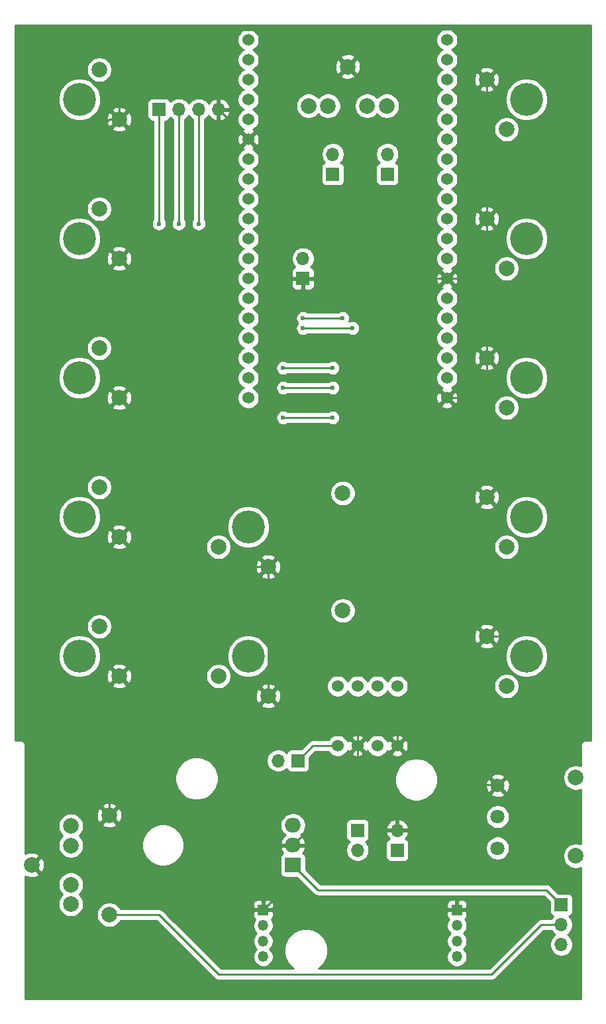
<source format=gbl>
G04 #@! TF.GenerationSoftware,KiCad,Pcbnew,(5.1.8)-1*
G04 #@! TF.CreationDate,2021-04-09T23:43:51+09:00*
G04 #@! TF.ProjectId,windsynyh5,77696e64-7379-46e7-9968-352e6b696361,rev?*
G04 #@! TF.SameCoordinates,Original*
G04 #@! TF.FileFunction,Copper,L2,Bot*
G04 #@! TF.FilePolarity,Positive*
%FSLAX46Y46*%
G04 Gerber Fmt 4.6, Leading zero omitted, Abs format (unit mm)*
G04 Created by KiCad (PCBNEW (5.1.8)-1) date 2021-04-09 23:43:51*
%MOMM*%
%LPD*%
G01*
G04 APERTURE LIST*
G04 #@! TA.AperFunction,ComponentPad*
%ADD10C,2.000000*%
G04 #@! TD*
G04 #@! TA.AperFunction,ComponentPad*
%ADD11R,2.000000X1.905000*%
G04 #@! TD*
G04 #@! TA.AperFunction,ComponentPad*
%ADD12O,2.000000X1.905000*%
G04 #@! TD*
G04 #@! TA.AperFunction,ComponentPad*
%ADD13C,1.800000*%
G04 #@! TD*
G04 #@! TA.AperFunction,ComponentPad*
%ADD14C,1.524000*%
G04 #@! TD*
G04 #@! TA.AperFunction,ComponentPad*
%ADD15C,4.200000*%
G04 #@! TD*
G04 #@! TA.AperFunction,ComponentPad*
%ADD16R,1.700000X1.700000*%
G04 #@! TD*
G04 #@! TA.AperFunction,ComponentPad*
%ADD17O,1.700000X1.700000*%
G04 #@! TD*
G04 #@! TA.AperFunction,ComponentPad*
%ADD18R,1.350000X1.350000*%
G04 #@! TD*
G04 #@! TA.AperFunction,ComponentPad*
%ADD19O,1.350000X1.350000*%
G04 #@! TD*
G04 #@! TA.AperFunction,ViaPad*
%ADD20C,0.600000*%
G04 #@! TD*
G04 #@! TA.AperFunction,Conductor*
%ADD21C,0.250000*%
G04 #@! TD*
G04 #@! TA.AperFunction,Conductor*
%ADD22C,0.254000*%
G04 #@! TD*
G04 #@! TA.AperFunction,Conductor*
%ADD23C,0.100000*%
G04 #@! TD*
G04 APERTURE END LIST*
D10*
G04 #@! TO.P,HEADPHONE,5*
G04 #@! TO.N,Net-(P3-Pad2)*
X117650000Y-162005000D03*
G04 #@! TO.P,HEADPHONE,4*
G04 #@! TO.N,Net-(P3-Pad3)*
X117650000Y-164505000D03*
G04 #@! TO.P,HEADPHONE,3*
X117650000Y-169505000D03*
G04 #@! TO.P,HEADPHONE,2*
G04 #@! TO.N,Net-(P3-Pad2)*
X117650000Y-172005000D03*
G04 #@! TO.P,HEADPHONE,1*
G04 #@! TO.N,GND*
X112650000Y-167005000D03*
G04 #@! TD*
G04 #@! TO.P,TRS-MIDI,5*
G04 #@! TO.N,Net-(P8-Pad5)*
X158035000Y-70025000D03*
G04 #@! TO.P,TRS-MIDI,4*
G04 #@! TO.N,Net-(P8-Pad4)*
X155535000Y-70025000D03*
G04 #@! TO.P,TRS-MIDI,3*
G04 #@! TO.N,Net-(P8-Pad3)*
X150535000Y-70025000D03*
G04 #@! TO.P,TRS-MIDI,2*
G04 #@! TO.N,Net-(P8-Pad2)*
X148035000Y-70025000D03*
G04 #@! TO.P,TRS-MIDI,1*
G04 #@! TO.N,GND*
X153035000Y-65025000D03*
G04 #@! TD*
G04 #@! TO.P,BATTERY (\u002A),2*
G04 #@! TO.N,GND*
X122555000Y-160655000D03*
G04 #@! TO.P,BATTERY (\u002A),1*
G04 #@! TO.N,Net-(P4-Pad1)*
X122555000Y-173355000D03*
G04 #@! TD*
D11*
G04 #@! TO.P,L7805,1*
G04 #@! TO.N,+9V*
X146050000Y-167005000D03*
D12*
G04 #@! TO.P,L7805,2*
G04 #@! TO.N,GND*
X146050000Y-164465000D03*
G04 #@! TO.P,L7805,3*
G04 #@! TO.N,Net-(D2-Pad2)*
X146050000Y-161925000D03*
G04 #@! TD*
D10*
G04 #@! TO.P,VOLUME,*
G04 #@! TO.N,*
X182205000Y-165845000D03*
D13*
G04 #@! TO.P,VOLUME,3*
G04 #@! TO.N,Net-(C1-Pad1)*
X172205000Y-164845000D03*
G04 #@! TO.P,VOLUME,2*
G04 #@! TO.N,Net-(P3-Pad2)*
X172205000Y-160845000D03*
G04 #@! TO.P,VOLUME,1*
G04 #@! TO.N,GND*
X172205000Y-156845000D03*
D10*
G04 #@! TO.P,VOLUME,*
G04 #@! TO.N,*
X182205000Y-155845000D03*
G04 #@! TD*
D14*
G04 #@! TO.P,ESP32-DEVKIT-C (\u002A),10*
G04 #@! TO.N,Net-(KeyB1-Pad1)*
X140335000Y-84455000D03*
G04 #@! TO.P,ESP32-DEVKIT-C (\u002A),29*
G04 #@! TO.N,Net-(KeyD1-Pad1)*
X165735000Y-84455000D03*
G04 #@! TO.P,ESP32-DEVKIT-C (\u002A),9*
G04 #@! TO.N,Net-(R1-Pad1)*
X140335000Y-86995000D03*
G04 #@! TO.P,ESP32-DEVKIT-C (\u002A),8*
G04 #@! TO.N,Net-(D1-Pad2)*
X140335000Y-89535000D03*
G04 #@! TO.P,ESP32-DEVKIT-C (\u002A),7*
G04 #@! TO.N,Net-(P5-Pad2)*
X140335000Y-92075000D03*
G04 #@! TO.P,ESP32-DEVKIT-C (\u002A),6*
G04 #@! TO.N,Net-(U1-Pad6)*
X140335000Y-94615000D03*
G04 #@! TO.P,ESP32-DEVKIT-C (\u002A),5*
G04 #@! TO.N,Net-(U1-Pad5)*
X140335000Y-97155000D03*
G04 #@! TO.P,ESP32-DEVKIT-C (\u002A),11*
G04 #@! TO.N,Net-(KeyA1-Pad1)*
X140335000Y-81915000D03*
G04 #@! TO.P,ESP32-DEVKIT-C (\u002A),12*
G04 #@! TO.N,Net-(KeyG1-Pad1)*
X140335000Y-79375000D03*
G04 #@! TO.P,ESP32-DEVKIT-C (\u002A),13*
G04 #@! TO.N,Net-(KeyG#1-Pad1)*
X140335000Y-76835000D03*
G04 #@! TO.P,ESP32-DEVKIT-C (\u002A),14*
G04 #@! TO.N,GND*
X140335000Y-74295000D03*
G04 #@! TO.P,ESP32-DEVKIT-C (\u002A),15*
G04 #@! TO.N,Net-(KeyLowC#1-Pad1)*
X140335000Y-71755000D03*
G04 #@! TO.P,ESP32-DEVKIT-C (\u002A),16*
G04 #@! TO.N,Net-(U1-Pad16)*
X140335000Y-69215000D03*
G04 #@! TO.P,ESP32-DEVKIT-C (\u002A),17*
G04 #@! TO.N,Net-(U1-Pad17)*
X140335000Y-66675000D03*
G04 #@! TO.P,ESP32-DEVKIT-C (\u002A),4*
G04 #@! TO.N,Net-(U1-Pad4)*
X140335000Y-99695000D03*
G04 #@! TO.P,ESP32-DEVKIT-C (\u002A),3*
G04 #@! TO.N,Net-(U1-Pad3)*
X140335000Y-102235000D03*
G04 #@! TO.P,ESP32-DEVKIT-C (\u002A),18*
G04 #@! TO.N,Net-(U1-Pad18)*
X140335000Y-64135000D03*
G04 #@! TO.P,ESP32-DEVKIT-C (\u002A),2*
G04 #@! TO.N,Net-(U1-Pad2)*
X140335000Y-104775000D03*
G04 #@! TO.P,ESP32-DEVKIT-C (\u002A),1*
G04 #@! TO.N,Net-(P1-Pad2)*
X140335000Y-107315000D03*
G04 #@! TO.P,ESP32-DEVKIT-C (\u002A),19*
G04 #@! TO.N,+5V*
X140335000Y-61595000D03*
G04 #@! TO.P,ESP32-DEVKIT-C (\u002A),20*
G04 #@! TO.N,Net-(U1-Pad20)*
X165735000Y-61595000D03*
G04 #@! TO.P,ESP32-DEVKIT-C (\u002A),21*
G04 #@! TO.N,Net-(U1-Pad21)*
X165735000Y-64135000D03*
G04 #@! TO.P,ESP32-DEVKIT-C (\u002A),22*
G04 #@! TO.N,Net-(U1-Pad22)*
X165735000Y-66675000D03*
G04 #@! TO.P,ESP32-DEVKIT-C (\u002A),23*
G04 #@! TO.N,Net-(U1-Pad23)*
X165735000Y-69215000D03*
G04 #@! TO.P,ESP32-DEVKIT-C (\u002A),24*
G04 #@! TO.N,Net-(U1-Pad24)*
X165735000Y-71755000D03*
G04 #@! TO.P,ESP32-DEVKIT-C (\u002A),25*
G04 #@! TO.N,Net-(U1-Pad25)*
X165735000Y-74295000D03*
G04 #@! TO.P,ESP32-DEVKIT-C (\u002A),26*
G04 #@! TO.N,Net-(KeyUP1-Pad1)*
X165735000Y-76835000D03*
G04 #@! TO.P,ESP32-DEVKIT-C (\u002A),27*
G04 #@! TO.N,Net-(KeyLowC1-Pad1)*
X165735000Y-79375000D03*
G04 #@! TO.P,ESP32-DEVKIT-C (\u002A),28*
G04 #@! TO.N,Net-(KeyEb1-Pad1)*
X165735000Y-81915000D03*
G04 #@! TO.P,ESP32-DEVKIT-C (\u002A),30*
G04 #@! TO.N,Net-(KeyE1-Pad1)*
X165735000Y-86995000D03*
G04 #@! TO.P,ESP32-DEVKIT-C (\u002A),31*
G04 #@! TO.N,Net-(KeyF1-Pad1)*
X165735000Y-89535000D03*
G04 #@! TO.P,ESP32-DEVKIT-C (\u002A),32*
G04 #@! TO.N,GND*
X165735000Y-92075000D03*
G04 #@! TO.P,ESP32-DEVKIT-C (\u002A),33*
G04 #@! TO.N,Net-(P1-Pad3)*
X165735000Y-94615000D03*
G04 #@! TO.P,ESP32-DEVKIT-C (\u002A),34*
G04 #@! TO.N,Net-(U1-Pad34)*
X165735000Y-97155000D03*
G04 #@! TO.P,ESP32-DEVKIT-C (\u002A),35*
G04 #@! TO.N,Net-(R3-Pad1)*
X165735000Y-99695000D03*
G04 #@! TO.P,ESP32-DEVKIT-C (\u002A),36*
G04 #@! TO.N,Net-(P1-Pad4)*
X165735000Y-102235000D03*
G04 #@! TO.P,ESP32-DEVKIT-C (\u002A),37*
G04 #@! TO.N,Net-(KeyDown1-Pad1)*
X165735000Y-104775000D03*
G04 #@! TO.P,ESP32-DEVKIT-C (\u002A),38*
G04 #@! TO.N,GND*
X165735000Y-107315000D03*
G04 #@! TD*
D10*
G04 #@! TO.P,KeyLowC#,1*
G04 #@! TO.N,Net-(KeyLowC#1-Pad1)*
X121285000Y-65405000D03*
G04 #@! TO.P,KeyLowC#,2*
G04 #@! TO.N,GND*
X123825000Y-71755000D03*
D15*
G04 #@! TO.P,KeyLowC#,3*
G04 #@! TO.N,Net-(KeyLowC#1-Pad3)*
X118745000Y-69215000D03*
G04 #@! TD*
D10*
G04 #@! TO.P,KeyG#,1*
G04 #@! TO.N,Net-(KeyG#1-Pad1)*
X121285000Y-83185000D03*
G04 #@! TO.P,KeyG#,2*
G04 #@! TO.N,GND*
X123825000Y-89535000D03*
D15*
G04 #@! TO.P,KeyG#,3*
G04 #@! TO.N,Net-(KeyG#1-Pad3)*
X118745000Y-86995000D03*
G04 #@! TD*
D10*
G04 #@! TO.P,KeyG,1*
G04 #@! TO.N,Net-(KeyG1-Pad1)*
X121285000Y-100965000D03*
G04 #@! TO.P,KeyG,2*
G04 #@! TO.N,GND*
X123825000Y-107315000D03*
D15*
G04 #@! TO.P,KeyG,3*
G04 #@! TO.N,Net-(KeyG1-Pad3)*
X118745000Y-104775000D03*
G04 #@! TD*
D10*
G04 #@! TO.P,KeyA,1*
G04 #@! TO.N,Net-(KeyA1-Pad1)*
X121285000Y-118745000D03*
G04 #@! TO.P,KeyA,2*
G04 #@! TO.N,GND*
X123825000Y-125095000D03*
D15*
G04 #@! TO.P,KeyA,3*
G04 #@! TO.N,Net-(KeyA1-Pad3)*
X118745000Y-122555000D03*
G04 #@! TD*
D10*
G04 #@! TO.P,KeyB,1*
G04 #@! TO.N,Net-(KeyB1-Pad1)*
X121285000Y-136525000D03*
G04 #@! TO.P,KeyB,2*
G04 #@! TO.N,GND*
X123825000Y-142875000D03*
D15*
G04 #@! TO.P,KeyB,3*
G04 #@! TO.N,Net-(KeyB1-Pad3)*
X118745000Y-140335000D03*
G04 #@! TD*
D10*
G04 #@! TO.P,KeyLowC,1*
G04 #@! TO.N,Net-(KeyLowC1-Pad1)*
X173355000Y-73025000D03*
G04 #@! TO.P,KeyLowC,2*
G04 #@! TO.N,GND*
X170815000Y-66675000D03*
D15*
G04 #@! TO.P,KeyLowC,3*
G04 #@! TO.N,Net-(KeyLowC1-Pad3)*
X175895000Y-69215000D03*
G04 #@! TD*
D10*
G04 #@! TO.P,KeyEb,1*
G04 #@! TO.N,Net-(KeyEb1-Pad1)*
X173355000Y-90805000D03*
G04 #@! TO.P,KeyEb,2*
G04 #@! TO.N,GND*
X170815000Y-84455000D03*
D15*
G04 #@! TO.P,KeyEb,3*
G04 #@! TO.N,Net-(KeyEb1-Pad3)*
X175895000Y-86995000D03*
G04 #@! TD*
D10*
G04 #@! TO.P,KeyD,1*
G04 #@! TO.N,Net-(KeyD1-Pad1)*
X173355000Y-108585000D03*
G04 #@! TO.P,KeyD,2*
G04 #@! TO.N,GND*
X170815000Y-102235000D03*
D15*
G04 #@! TO.P,KeyD,3*
G04 #@! TO.N,Net-(KeyD1-Pad3)*
X175895000Y-104775000D03*
G04 #@! TD*
D10*
G04 #@! TO.P,KeyE,1*
G04 #@! TO.N,Net-(KeyE1-Pad1)*
X173355000Y-126365000D03*
G04 #@! TO.P,KeyE,2*
G04 #@! TO.N,GND*
X170815000Y-120015000D03*
D15*
G04 #@! TO.P,KeyE,3*
G04 #@! TO.N,Net-(KeyE1-Pad3)*
X175895000Y-122555000D03*
G04 #@! TD*
D10*
G04 #@! TO.P,KeyF,1*
G04 #@! TO.N,Net-(KeyF1-Pad1)*
X173355000Y-144145000D03*
G04 #@! TO.P,KeyF,2*
G04 #@! TO.N,GND*
X170815000Y-137795000D03*
D15*
G04 #@! TO.P,KeyF,3*
G04 #@! TO.N,Net-(KeyF1-Pad3)*
X175895000Y-140335000D03*
G04 #@! TD*
D10*
G04 #@! TO.P,KeyUP,1*
G04 #@! TO.N,Net-(KeyUP1-Pad1)*
X136525000Y-142875000D03*
G04 #@! TO.P,KeyUP,2*
G04 #@! TO.N,GND*
X142875000Y-145415000D03*
D15*
G04 #@! TO.P,KeyUP,3*
G04 #@! TO.N,Net-(KeyUP1-Pad3)*
X140335000Y-140335000D03*
G04 #@! TD*
D10*
G04 #@! TO.P,KeyDown,1*
G04 #@! TO.N,Net-(KeyDown1-Pad1)*
X136525000Y-126365000D03*
G04 #@! TO.P,KeyDown,2*
G04 #@! TO.N,GND*
X142875000Y-128905000D03*
D15*
G04 #@! TO.P,KeyDown,3*
G04 #@! TO.N,Net-(KeyDown1-Pad3)*
X140335000Y-123825000D03*
G04 #@! TD*
D14*
G04 #@! TO.P,AE-PAM8012,1*
G04 #@! TO.N,+5V*
X151765000Y-151765000D03*
G04 #@! TO.P,AE-PAM8012,2*
G04 #@! TO.N,GND*
X154305000Y-151765000D03*
G04 #@! TO.P,AE-PAM8012,3*
G04 #@! TO.N,Net-(P3-Pad3)*
X156845000Y-151765000D03*
G04 #@! TO.P,AE-PAM8012,4*
G04 #@! TO.N,GND*
X159385000Y-151765000D03*
G04 #@! TO.P,AE-PAM8012,5*
G04 #@! TO.N,Net-(P2-Pad1)*
X151765000Y-144145000D03*
G04 #@! TO.P,AE-PAM8012,6*
G04 #@! TO.N,Net-(P6-Pad6)*
X154305000Y-144145000D03*
G04 #@! TO.P,AE-PAM8012,7*
G04 #@! TO.N,Net-(P6-Pad7)*
X156845000Y-144145000D03*
G04 #@! TO.P,AE-PAM8012,8*
G04 #@! TO.N,Net-(P2-Pad2)*
X159385000Y-144145000D03*
G04 #@! TD*
D16*
G04 #@! TO.P,LED,1*
G04 #@! TO.N,GND*
X147320000Y-92075000D03*
D17*
G04 #@! TO.P,LED,2*
G04 #@! TO.N,Net-(D1-Pad2)*
X147320000Y-89535000D03*
G04 #@! TD*
D16*
G04 #@! TO.P,R1,1*
G04 #@! TO.N,Net-(R1-Pad1)*
X154305000Y-162560000D03*
D17*
G04 #@! TO.P,R1,2*
G04 #@! TO.N,Net-(C1-Pad1)*
X154305000Y-165100000D03*
G04 #@! TD*
D16*
G04 #@! TO.P,R2,1*
G04 #@! TO.N,Net-(P1-Pad2)*
X158115000Y-78740000D03*
D17*
G04 #@! TO.P,R2,2*
G04 #@! TO.N,Net-(P8-Pad5)*
X158115000Y-76200000D03*
G04 #@! TD*
D16*
G04 #@! TO.P,R3,1*
G04 #@! TO.N,Net-(R3-Pad1)*
X151130000Y-78740000D03*
D17*
G04 #@! TO.P,R3,2*
G04 #@! TO.N,Net-(P8-Pad2)*
X151130000Y-76200000D03*
G04 #@! TD*
D16*
G04 #@! TO.P,C1,1*
G04 #@! TO.N,Net-(C1-Pad1)*
X159385000Y-165100000D03*
D17*
G04 #@! TO.P,C1,2*
G04 #@! TO.N,GND*
X159385000Y-162560000D03*
G04 #@! TD*
D16*
G04 #@! TO.P,EXT,1*
G04 #@! TO.N,+5V*
X128905000Y-70485000D03*
D17*
G04 #@! TO.P,EXT,2*
G04 #@! TO.N,Net-(P5-Pad2)*
X131445000Y-70485000D03*
G04 #@! TO.P,EXT,3*
G04 #@! TO.N,Net-(D1-Pad2)*
X133985000Y-70485000D03*
G04 #@! TO.P,EXT,4*
G04 #@! TO.N,GND*
X136525000Y-70485000D03*
G04 #@! TD*
D10*
G04 #@! TO.P,SPEAKER (\u002A),1*
G04 #@! TO.N,Net-(P2-Pad1)*
X152400000Y-134500000D03*
G04 #@! TO.P,SPEAKER (\u002A),2*
G04 #@! TO.N,Net-(P2-Pad2)*
X152400000Y-119500000D03*
G04 #@! TD*
D18*
G04 #@! TO.P,SENSOR,1*
G04 #@! TO.N,GND*
X167005000Y-172720000D03*
D19*
G04 #@! TO.P,SENSOR,2*
G04 #@! TO.N,Net-(P1-Pad2)*
X167005000Y-174720000D03*
G04 #@! TO.P,SENSOR,3*
G04 #@! TO.N,Net-(P1-Pad3)*
X167005000Y-176720000D03*
G04 #@! TO.P,SENSOR,4*
G04 #@! TO.N,Net-(P1-Pad4)*
X167005000Y-178720000D03*
G04 #@! TD*
D18*
G04 #@! TO.P,I2C,1*
G04 #@! TO.N,GND*
X142240000Y-172720000D03*
D19*
G04 #@! TO.P,I2C,2*
G04 #@! TO.N,Net-(P1-Pad2)*
X142240000Y-174720000D03*
G04 #@! TO.P,I2C,3*
G04 #@! TO.N,Net-(P1-Pad3)*
X142240000Y-176720000D03*
G04 #@! TO.P,I2C,4*
G04 #@! TO.N,Net-(P1-Pad4)*
X142240000Y-178720000D03*
G04 #@! TD*
D16*
G04 #@! TO.P,SW1,1*
G04 #@! TO.N,+9V*
X180340000Y-172085000D03*
D17*
G04 #@! TO.P,SW1,2*
G04 #@! TO.N,Net-(P4-Pad1)*
X180340000Y-174625000D03*
G04 #@! TO.P,SW1,3*
G04 #@! TO.N,Net-(SW1-Pad3)*
X180340000Y-177165000D03*
G04 #@! TD*
D16*
G04 #@! TO.P,D2,1*
G04 #@! TO.N,+5V*
X146685000Y-153670000D03*
D17*
G04 #@! TO.P,D2,2*
G04 #@! TO.N,Net-(D2-Pad2)*
X144145000Y-153670000D03*
G04 #@! TD*
D20*
G04 #@! TO.N,Net-(P1-Pad3)*
X144780000Y-106045000D03*
X151130000Y-106045000D03*
G04 #@! TO.N,Net-(P1-Pad4)*
X144780000Y-103505000D03*
X151130000Y-103505000D03*
G04 #@! TO.N,+5V*
X128905000Y-85090000D03*
G04 #@! TO.N,Net-(KeyDown1-Pad1)*
X144780000Y-109855000D03*
X151130000Y-109855000D03*
G04 #@! TO.N,Net-(KeyUP1-Pad1)*
X147320000Y-98425000D03*
X153670000Y-98425000D03*
G04 #@! TO.N,Net-(P5-Pad2)*
X131445000Y-85090000D03*
G04 #@! TO.N,Net-(D1-Pad2)*
X133985000Y-85090000D03*
G04 #@! TO.N,Net-(P1-Pad2)*
X147320000Y-97155000D03*
X152400000Y-97155000D03*
G04 #@! TD*
D21*
G04 #@! TO.N,GND*
X124015000Y-125285000D02*
X123825000Y-125095000D01*
X123825000Y-142875000D02*
X124650000Y-142875000D01*
X142875000Y-128905000D02*
X127635000Y-128905000D01*
X127635000Y-128905000D02*
X123825000Y-125095000D01*
X147320000Y-92075000D02*
X165735000Y-92075000D01*
X136525000Y-61595000D02*
X135255000Y-60325000D01*
X170815000Y-119380000D02*
X170815000Y-120015000D01*
X142875000Y-128905000D02*
X142875000Y-145415000D01*
X123825000Y-142875000D02*
X121285000Y-145415000D01*
X113665000Y-144145000D02*
X113665000Y-126365000D01*
X114935000Y-145415000D02*
X113665000Y-144145000D01*
X121285000Y-145415000D02*
X114935000Y-145415000D01*
X123825000Y-125095000D02*
X121285000Y-127635000D01*
X121285000Y-127635000D02*
X114935000Y-127635000D01*
X114935000Y-127635000D02*
X113665000Y-126365000D01*
X113665000Y-126365000D02*
X113665000Y-107315000D01*
X122555000Y-62865000D02*
X125095000Y-60325000D01*
X123825000Y-64135000D02*
X122555000Y-62865000D01*
X123825000Y-71755000D02*
X123825000Y-64135000D01*
X125095000Y-60325000D02*
X135255000Y-60325000D01*
X179705000Y-118745000D02*
X180975000Y-117475000D01*
X172085000Y-100965000D02*
X170815000Y-102235000D01*
X179705000Y-100965000D02*
X172085000Y-100965000D01*
X180975000Y-102235000D02*
X179705000Y-100965000D01*
X180975000Y-117475000D02*
X180975000Y-102235000D01*
X170815000Y-137795000D02*
X173355000Y-137795000D01*
X180975000Y-120015000D02*
X179705000Y-118745000D01*
X180975000Y-130175000D02*
X180975000Y-120015000D01*
X173355000Y-137795000D02*
X180975000Y-130175000D01*
X172085000Y-118745000D02*
X170815000Y-120015000D01*
X179705000Y-118745000D02*
X172085000Y-118745000D01*
X123825000Y-107315000D02*
X121285000Y-109855000D01*
X113665000Y-107315000D02*
X113665000Y-89535000D01*
X116205000Y-109855000D02*
X113665000Y-107315000D01*
X121285000Y-109855000D02*
X116205000Y-109855000D01*
X123825000Y-71755000D02*
X122555000Y-71755000D01*
X121285000Y-92075000D02*
X123825000Y-89535000D01*
X116205000Y-92075000D02*
X121285000Y-92075000D01*
X114935000Y-90805000D02*
X116205000Y-92075000D01*
X113665000Y-89535000D02*
X114935000Y-90805000D01*
X113665000Y-80645000D02*
X113665000Y-89535000D01*
X122555000Y-71755000D02*
X113665000Y-80645000D01*
X165735000Y-107315000D02*
X169545000Y-107315000D01*
X169545000Y-107315000D02*
X170815000Y-106045000D01*
X170815000Y-106045000D02*
X170815000Y-102235000D01*
X170815000Y-102235000D02*
X170815000Y-90805000D01*
X170815000Y-84455000D02*
X170815000Y-90805000D01*
X169545000Y-92075000D02*
X165735000Y-92075000D01*
X170815000Y-90805000D02*
X169545000Y-92075000D01*
X170815000Y-66675000D02*
X170815000Y-84455000D01*
X122555000Y-146685000D02*
X121285000Y-145415000D01*
X122555000Y-160655000D02*
X122555000Y-146685000D01*
X168205000Y-159385000D02*
X168395000Y-159195000D01*
X168395000Y-140215000D02*
X170815000Y-137795000D01*
X122515000Y-160615000D02*
X122555000Y-160655000D01*
X136525000Y-61595000D02*
X137795000Y-60325000D01*
X137795000Y-60325000D02*
X151130000Y-60325000D01*
X151130000Y-63120000D02*
X153035000Y-65025000D01*
X151130000Y-62865000D02*
X151130000Y-63120000D01*
X151130000Y-62865000D02*
X151130000Y-60325000D01*
X136525000Y-70485000D02*
X140335000Y-74295000D01*
X136525000Y-70485000D02*
X136525000Y-61595000D01*
X154305000Y-151765000D02*
X154305000Y-150495000D01*
X154305000Y-150495000D02*
X154940000Y-149860000D01*
X154940000Y-149860000D02*
X158750000Y-149860000D01*
X159385000Y-150495000D02*
X159385000Y-151765000D01*
X158750000Y-149860000D02*
X159385000Y-150495000D01*
X154305000Y-156210000D02*
X154305000Y-151765000D01*
X146050000Y-164465000D02*
X154305000Y-156210000D01*
X165030000Y-162560000D02*
X168205000Y-159385000D01*
X159385000Y-162560000D02*
X165030000Y-162560000D01*
X146050000Y-164465000D02*
X143510000Y-164465000D01*
X142240000Y-165735000D02*
X142240000Y-172720000D01*
X143510000Y-164465000D02*
X142240000Y-165735000D01*
X153670000Y-172720000D02*
X167005000Y-172720000D01*
X152400000Y-171450000D02*
X153670000Y-172720000D01*
X143510000Y-171450000D02*
X152400000Y-171450000D01*
X142240000Y-172720000D02*
X143510000Y-171450000D01*
X159385000Y-161290000D02*
X154305000Y-156210000D01*
X159385000Y-162560000D02*
X159385000Y-161290000D01*
X172085000Y-156725000D02*
X172205000Y-156845000D01*
X168395000Y-159195000D02*
X168395000Y-156725000D01*
X168395000Y-156725000D02*
X172085000Y-156725000D01*
X168395000Y-156725000D02*
X168395000Y-140215000D01*
G04 #@! TO.N,Net-(P1-Pad3)*
X144780000Y-106045000D02*
X151130000Y-106045000D01*
G04 #@! TO.N,Net-(P1-Pad4)*
X144780000Y-103505000D02*
X151130000Y-103505000D01*
G04 #@! TO.N,+5V*
X128905000Y-85090000D02*
X128905000Y-73660000D01*
X128905000Y-70485000D02*
X128905000Y-73660000D01*
X148590000Y-151765000D02*
X146685000Y-153670000D01*
X151765000Y-151765000D02*
X148590000Y-151765000D01*
G04 #@! TO.N,Net-(KeyDown1-Pad1)*
X144780000Y-109855000D02*
X151130000Y-109855000D01*
G04 #@! TO.N,Net-(KeyUP1-Pad1)*
X147320000Y-98425000D02*
X153670000Y-98425000D01*
G04 #@! TO.N,Net-(P5-Pad2)*
X140335000Y-92075000D02*
X139700000Y-92075000D01*
X131445000Y-85090000D02*
X131445000Y-73660000D01*
X131445000Y-70485000D02*
X131445000Y-73660000D01*
G04 #@! TO.N,Net-(D1-Pad2)*
X133985000Y-85090000D02*
X133985000Y-73660000D01*
X133985000Y-70485000D02*
X133985000Y-73660000D01*
G04 #@! TO.N,Net-(P1-Pad2)*
X147320000Y-97155000D02*
X152400000Y-97155000D01*
G04 #@! TO.N,Net-(P4-Pad1)*
X136525000Y-180975000D02*
X171450000Y-180975000D01*
X128905000Y-173355000D02*
X136525000Y-180975000D01*
X122555000Y-173355000D02*
X128905000Y-173355000D01*
X171450000Y-180975000D02*
X177800000Y-174625000D01*
X177800000Y-174625000D02*
X180340000Y-174625000D01*
G04 #@! TO.N,+9V*
X178435000Y-170180000D02*
X180340000Y-172085000D01*
X149225000Y-170180000D02*
X178435000Y-170180000D01*
X146050000Y-167005000D02*
X149225000Y-170180000D01*
G04 #@! TD*
D22*
G04 #@! TO.N,GND*
X184075000Y-151055000D02*
X183549877Y-151055000D01*
X183515000Y-151051565D01*
X183480123Y-151055000D01*
X183375816Y-151065273D01*
X183241980Y-151105872D01*
X183118637Y-151171800D01*
X183010525Y-151260525D01*
X182921800Y-151368637D01*
X182855872Y-151491980D01*
X182815273Y-151625816D01*
X182801565Y-151765000D01*
X182805000Y-151799876D01*
X182805000Y-154323817D01*
X182681912Y-154272832D01*
X182366033Y-154210000D01*
X182043967Y-154210000D01*
X181728088Y-154272832D01*
X181430537Y-154396082D01*
X181162748Y-154575013D01*
X180935013Y-154802748D01*
X180756082Y-155070537D01*
X180632832Y-155368088D01*
X180570000Y-155683967D01*
X180570000Y-156006033D01*
X180632832Y-156321912D01*
X180756082Y-156619463D01*
X180935013Y-156887252D01*
X181162748Y-157114987D01*
X181430537Y-157293918D01*
X181728088Y-157417168D01*
X182043967Y-157480000D01*
X182366033Y-157480000D01*
X182681912Y-157417168D01*
X182805000Y-157366183D01*
X182805000Y-164323817D01*
X182681912Y-164272832D01*
X182366033Y-164210000D01*
X182043967Y-164210000D01*
X181728088Y-164272832D01*
X181430537Y-164396082D01*
X181162748Y-164575013D01*
X180935013Y-164802748D01*
X180756082Y-165070537D01*
X180632832Y-165368088D01*
X180570000Y-165683967D01*
X180570000Y-166006033D01*
X180632832Y-166321912D01*
X180756082Y-166619463D01*
X180935013Y-166887252D01*
X181162748Y-167114987D01*
X181430537Y-167293918D01*
X181728088Y-167417168D01*
X182043967Y-167480000D01*
X182366033Y-167480000D01*
X182681912Y-167417168D01*
X182805000Y-167366183D01*
X182805001Y-184075000D01*
X111835000Y-184075000D01*
X111835000Y-169343967D01*
X116015000Y-169343967D01*
X116015000Y-169666033D01*
X116077832Y-169981912D01*
X116201082Y-170279463D01*
X116380013Y-170547252D01*
X116587761Y-170755000D01*
X116380013Y-170962748D01*
X116201082Y-171230537D01*
X116077832Y-171528088D01*
X116015000Y-171843967D01*
X116015000Y-172166033D01*
X116077832Y-172481912D01*
X116201082Y-172779463D01*
X116380013Y-173047252D01*
X116607748Y-173274987D01*
X116875537Y-173453918D01*
X117173088Y-173577168D01*
X117488967Y-173640000D01*
X117811033Y-173640000D01*
X118126912Y-173577168D01*
X118424463Y-173453918D01*
X118692252Y-173274987D01*
X118773272Y-173193967D01*
X120920000Y-173193967D01*
X120920000Y-173516033D01*
X120982832Y-173831912D01*
X121106082Y-174129463D01*
X121285013Y-174397252D01*
X121512748Y-174624987D01*
X121780537Y-174803918D01*
X122078088Y-174927168D01*
X122393967Y-174990000D01*
X122716033Y-174990000D01*
X123031912Y-174927168D01*
X123329463Y-174803918D01*
X123597252Y-174624987D01*
X123824987Y-174397252D01*
X124003918Y-174129463D01*
X124009909Y-174115000D01*
X128590199Y-174115000D01*
X135961201Y-181486003D01*
X135984999Y-181515001D01*
X136100724Y-181609974D01*
X136232753Y-181680546D01*
X136376014Y-181724003D01*
X136487667Y-181735000D01*
X136487676Y-181735000D01*
X136524999Y-181738676D01*
X136562322Y-181735000D01*
X171412678Y-181735000D01*
X171450000Y-181738676D01*
X171487322Y-181735000D01*
X171487333Y-181735000D01*
X171598986Y-181724003D01*
X171742247Y-181680546D01*
X171874276Y-181609974D01*
X171990001Y-181515001D01*
X172013804Y-181485997D01*
X178114802Y-175385000D01*
X179061822Y-175385000D01*
X179186525Y-175571632D01*
X179393368Y-175778475D01*
X179567760Y-175895000D01*
X179393368Y-176011525D01*
X179186525Y-176218368D01*
X179024010Y-176461589D01*
X178912068Y-176731842D01*
X178855000Y-177018740D01*
X178855000Y-177311260D01*
X178912068Y-177598158D01*
X179024010Y-177868411D01*
X179186525Y-178111632D01*
X179393368Y-178318475D01*
X179636589Y-178480990D01*
X179906842Y-178592932D01*
X180193740Y-178650000D01*
X180486260Y-178650000D01*
X180773158Y-178592932D01*
X181043411Y-178480990D01*
X181286632Y-178318475D01*
X181493475Y-178111632D01*
X181655990Y-177868411D01*
X181767932Y-177598158D01*
X181825000Y-177311260D01*
X181825000Y-177018740D01*
X181767932Y-176731842D01*
X181655990Y-176461589D01*
X181493475Y-176218368D01*
X181286632Y-176011525D01*
X181112240Y-175895000D01*
X181286632Y-175778475D01*
X181493475Y-175571632D01*
X181655990Y-175328411D01*
X181767932Y-175058158D01*
X181825000Y-174771260D01*
X181825000Y-174478740D01*
X181767932Y-174191842D01*
X181655990Y-173921589D01*
X181493475Y-173678368D01*
X181361620Y-173546513D01*
X181434180Y-173524502D01*
X181544494Y-173465537D01*
X181641185Y-173386185D01*
X181720537Y-173289494D01*
X181779502Y-173179180D01*
X181815812Y-173059482D01*
X181828072Y-172935000D01*
X181828072Y-171235000D01*
X181815812Y-171110518D01*
X181779502Y-170990820D01*
X181720537Y-170880506D01*
X181641185Y-170783815D01*
X181544494Y-170704463D01*
X181434180Y-170645498D01*
X181314482Y-170609188D01*
X181190000Y-170596928D01*
X179926730Y-170596928D01*
X178998804Y-169669003D01*
X178975001Y-169639999D01*
X178859276Y-169545026D01*
X178727247Y-169474454D01*
X178583986Y-169430997D01*
X178472333Y-169420000D01*
X178472322Y-169420000D01*
X178435000Y-169416324D01*
X178397678Y-169420000D01*
X149539802Y-169420000D01*
X147688072Y-167568271D01*
X147688072Y-166052500D01*
X147675812Y-165928018D01*
X147639502Y-165808320D01*
X147580537Y-165698006D01*
X147501185Y-165601315D01*
X147404494Y-165521963D01*
X147312781Y-165472941D01*
X147425969Y-165331923D01*
X147569571Y-165056094D01*
X147640563Y-164837980D01*
X147520594Y-164592000D01*
X146177000Y-164592000D01*
X146177000Y-164612000D01*
X145923000Y-164612000D01*
X145923000Y-164592000D01*
X144579406Y-164592000D01*
X144459437Y-164837980D01*
X144530429Y-165056094D01*
X144674031Y-165331923D01*
X144787219Y-165472941D01*
X144695506Y-165521963D01*
X144598815Y-165601315D01*
X144519463Y-165698006D01*
X144460498Y-165808320D01*
X144424188Y-165928018D01*
X144411928Y-166052500D01*
X144411928Y-167957500D01*
X144424188Y-168081982D01*
X144460498Y-168201680D01*
X144519463Y-168311994D01*
X144598815Y-168408685D01*
X144695506Y-168488037D01*
X144805820Y-168547002D01*
X144925518Y-168583312D01*
X145050000Y-168595572D01*
X146565771Y-168595572D01*
X148661200Y-170691002D01*
X148684999Y-170720001D01*
X148713997Y-170743799D01*
X148800723Y-170814974D01*
X148923324Y-170880506D01*
X148932753Y-170885546D01*
X149076014Y-170929003D01*
X149187667Y-170940000D01*
X149187676Y-170940000D01*
X149224999Y-170943676D01*
X149262322Y-170940000D01*
X178120199Y-170940000D01*
X178851928Y-171671730D01*
X178851928Y-172935000D01*
X178864188Y-173059482D01*
X178900498Y-173179180D01*
X178959463Y-173289494D01*
X179038815Y-173386185D01*
X179135506Y-173465537D01*
X179245820Y-173524502D01*
X179318380Y-173546513D01*
X179186525Y-173678368D01*
X179061822Y-173865000D01*
X177837322Y-173865000D01*
X177799999Y-173861324D01*
X177762676Y-173865000D01*
X177762667Y-173865000D01*
X177651014Y-173875997D01*
X177507753Y-173919454D01*
X177375723Y-173990026D01*
X177323272Y-174033072D01*
X177259999Y-174084999D01*
X177236201Y-174113997D01*
X171135199Y-180215000D01*
X149315571Y-180215000D01*
X149485520Y-180101444D01*
X149875444Y-179711520D01*
X150181805Y-179253018D01*
X150392830Y-178743558D01*
X150500410Y-178202718D01*
X150500410Y-177651282D01*
X150392830Y-177110442D01*
X150181805Y-176600982D01*
X149875444Y-176142480D01*
X149485520Y-175752556D01*
X149027018Y-175446195D01*
X148517558Y-175235170D01*
X147976718Y-175127590D01*
X147425282Y-175127590D01*
X146884442Y-175235170D01*
X146374982Y-175446195D01*
X145916480Y-175752556D01*
X145526556Y-176142480D01*
X145220195Y-176600982D01*
X145009170Y-177110442D01*
X144901590Y-177651282D01*
X144901590Y-178202718D01*
X145009170Y-178743558D01*
X145220195Y-179253018D01*
X145526556Y-179711520D01*
X145916480Y-180101444D01*
X146086429Y-180215000D01*
X136839802Y-180215000D01*
X130019802Y-173395000D01*
X140926928Y-173395000D01*
X140939188Y-173519482D01*
X140975498Y-173639180D01*
X141034463Y-173749494D01*
X141113815Y-173846185D01*
X141200697Y-173917487D01*
X141079093Y-174099482D01*
X140980342Y-174337887D01*
X140930000Y-174590976D01*
X140930000Y-174849024D01*
X140980342Y-175102113D01*
X141079093Y-175340518D01*
X141222456Y-175555077D01*
X141387379Y-175720000D01*
X141222456Y-175884923D01*
X141079093Y-176099482D01*
X140980342Y-176337887D01*
X140930000Y-176590976D01*
X140930000Y-176849024D01*
X140980342Y-177102113D01*
X141079093Y-177340518D01*
X141222456Y-177555077D01*
X141387379Y-177720000D01*
X141222456Y-177884923D01*
X141079093Y-178099482D01*
X140980342Y-178337887D01*
X140930000Y-178590976D01*
X140930000Y-178849024D01*
X140980342Y-179102113D01*
X141079093Y-179340518D01*
X141222456Y-179555077D01*
X141404923Y-179737544D01*
X141619482Y-179880907D01*
X141857887Y-179979658D01*
X142110976Y-180030000D01*
X142369024Y-180030000D01*
X142622113Y-179979658D01*
X142860518Y-179880907D01*
X143075077Y-179737544D01*
X143257544Y-179555077D01*
X143400907Y-179340518D01*
X143499658Y-179102113D01*
X143550000Y-178849024D01*
X143550000Y-178590976D01*
X143499658Y-178337887D01*
X143400907Y-178099482D01*
X143257544Y-177884923D01*
X143092621Y-177720000D01*
X143257544Y-177555077D01*
X143400907Y-177340518D01*
X143499658Y-177102113D01*
X143550000Y-176849024D01*
X143550000Y-176590976D01*
X143499658Y-176337887D01*
X143400907Y-176099482D01*
X143257544Y-175884923D01*
X143092621Y-175720000D01*
X143257544Y-175555077D01*
X143400907Y-175340518D01*
X143499658Y-175102113D01*
X143550000Y-174849024D01*
X143550000Y-174590976D01*
X143499658Y-174337887D01*
X143400907Y-174099482D01*
X143279303Y-173917487D01*
X143366185Y-173846185D01*
X143445537Y-173749494D01*
X143504502Y-173639180D01*
X143540812Y-173519482D01*
X143553072Y-173395000D01*
X165691928Y-173395000D01*
X165704188Y-173519482D01*
X165740498Y-173639180D01*
X165799463Y-173749494D01*
X165878815Y-173846185D01*
X165965697Y-173917487D01*
X165844093Y-174099482D01*
X165745342Y-174337887D01*
X165695000Y-174590976D01*
X165695000Y-174849024D01*
X165745342Y-175102113D01*
X165844093Y-175340518D01*
X165987456Y-175555077D01*
X166152379Y-175720000D01*
X165987456Y-175884923D01*
X165844093Y-176099482D01*
X165745342Y-176337887D01*
X165695000Y-176590976D01*
X165695000Y-176849024D01*
X165745342Y-177102113D01*
X165844093Y-177340518D01*
X165987456Y-177555077D01*
X166152379Y-177720000D01*
X165987456Y-177884923D01*
X165844093Y-178099482D01*
X165745342Y-178337887D01*
X165695000Y-178590976D01*
X165695000Y-178849024D01*
X165745342Y-179102113D01*
X165844093Y-179340518D01*
X165987456Y-179555077D01*
X166169923Y-179737544D01*
X166384482Y-179880907D01*
X166622887Y-179979658D01*
X166875976Y-180030000D01*
X167134024Y-180030000D01*
X167387113Y-179979658D01*
X167625518Y-179880907D01*
X167840077Y-179737544D01*
X168022544Y-179555077D01*
X168165907Y-179340518D01*
X168264658Y-179102113D01*
X168315000Y-178849024D01*
X168315000Y-178590976D01*
X168264658Y-178337887D01*
X168165907Y-178099482D01*
X168022544Y-177884923D01*
X167857621Y-177720000D01*
X168022544Y-177555077D01*
X168165907Y-177340518D01*
X168264658Y-177102113D01*
X168315000Y-176849024D01*
X168315000Y-176590976D01*
X168264658Y-176337887D01*
X168165907Y-176099482D01*
X168022544Y-175884923D01*
X167857621Y-175720000D01*
X168022544Y-175555077D01*
X168165907Y-175340518D01*
X168264658Y-175102113D01*
X168315000Y-174849024D01*
X168315000Y-174590976D01*
X168264658Y-174337887D01*
X168165907Y-174099482D01*
X168044303Y-173917487D01*
X168131185Y-173846185D01*
X168210537Y-173749494D01*
X168269502Y-173639180D01*
X168305812Y-173519482D01*
X168318072Y-173395000D01*
X168315000Y-173005750D01*
X168156250Y-172847000D01*
X167132000Y-172847000D01*
X167132000Y-172867000D01*
X166878000Y-172867000D01*
X166878000Y-172847000D01*
X165853750Y-172847000D01*
X165695000Y-173005750D01*
X165691928Y-173395000D01*
X143553072Y-173395000D01*
X143550000Y-173005750D01*
X143391250Y-172847000D01*
X142367000Y-172847000D01*
X142367000Y-172867000D01*
X142113000Y-172867000D01*
X142113000Y-172847000D01*
X141088750Y-172847000D01*
X140930000Y-173005750D01*
X140926928Y-173395000D01*
X130019802Y-173395000D01*
X129468804Y-172844003D01*
X129445001Y-172814999D01*
X129329276Y-172720026D01*
X129197247Y-172649454D01*
X129053986Y-172605997D01*
X128942333Y-172595000D01*
X128942322Y-172595000D01*
X128905000Y-172591324D01*
X128867678Y-172595000D01*
X124009909Y-172595000D01*
X124003918Y-172580537D01*
X123824987Y-172312748D01*
X123597252Y-172085013D01*
X123537369Y-172045000D01*
X140926928Y-172045000D01*
X140930000Y-172434250D01*
X141088750Y-172593000D01*
X142113000Y-172593000D01*
X142113000Y-171568750D01*
X142367000Y-171568750D01*
X142367000Y-172593000D01*
X143391250Y-172593000D01*
X143550000Y-172434250D01*
X143553072Y-172045000D01*
X165691928Y-172045000D01*
X165695000Y-172434250D01*
X165853750Y-172593000D01*
X166878000Y-172593000D01*
X166878000Y-171568750D01*
X167132000Y-171568750D01*
X167132000Y-172593000D01*
X168156250Y-172593000D01*
X168315000Y-172434250D01*
X168318072Y-172045000D01*
X168305812Y-171920518D01*
X168269502Y-171800820D01*
X168210537Y-171690506D01*
X168131185Y-171593815D01*
X168034494Y-171514463D01*
X167924180Y-171455498D01*
X167804482Y-171419188D01*
X167680000Y-171406928D01*
X167290750Y-171410000D01*
X167132000Y-171568750D01*
X166878000Y-171568750D01*
X166719250Y-171410000D01*
X166330000Y-171406928D01*
X166205518Y-171419188D01*
X166085820Y-171455498D01*
X165975506Y-171514463D01*
X165878815Y-171593815D01*
X165799463Y-171690506D01*
X165740498Y-171800820D01*
X165704188Y-171920518D01*
X165691928Y-172045000D01*
X143553072Y-172045000D01*
X143540812Y-171920518D01*
X143504502Y-171800820D01*
X143445537Y-171690506D01*
X143366185Y-171593815D01*
X143269494Y-171514463D01*
X143159180Y-171455498D01*
X143039482Y-171419188D01*
X142915000Y-171406928D01*
X142525750Y-171410000D01*
X142367000Y-171568750D01*
X142113000Y-171568750D01*
X141954250Y-171410000D01*
X141565000Y-171406928D01*
X141440518Y-171419188D01*
X141320820Y-171455498D01*
X141210506Y-171514463D01*
X141113815Y-171593815D01*
X141034463Y-171690506D01*
X140975498Y-171800820D01*
X140939188Y-171920518D01*
X140926928Y-172045000D01*
X123537369Y-172045000D01*
X123329463Y-171906082D01*
X123031912Y-171782832D01*
X122716033Y-171720000D01*
X122393967Y-171720000D01*
X122078088Y-171782832D01*
X121780537Y-171906082D01*
X121512748Y-172085013D01*
X121285013Y-172312748D01*
X121106082Y-172580537D01*
X120982832Y-172878088D01*
X120920000Y-173193967D01*
X118773272Y-173193967D01*
X118919987Y-173047252D01*
X119098918Y-172779463D01*
X119222168Y-172481912D01*
X119285000Y-172166033D01*
X119285000Y-171843967D01*
X119222168Y-171528088D01*
X119098918Y-171230537D01*
X118919987Y-170962748D01*
X118712239Y-170755000D01*
X118919987Y-170547252D01*
X119098918Y-170279463D01*
X119222168Y-169981912D01*
X119285000Y-169666033D01*
X119285000Y-169343967D01*
X119222168Y-169028088D01*
X119098918Y-168730537D01*
X118919987Y-168462748D01*
X118692252Y-168235013D01*
X118424463Y-168056082D01*
X118126912Y-167932832D01*
X117811033Y-167870000D01*
X117488967Y-167870000D01*
X117173088Y-167932832D01*
X116875537Y-168056082D01*
X116607748Y-168235013D01*
X116380013Y-168462748D01*
X116201082Y-168730537D01*
X116077832Y-169028088D01*
X116015000Y-169343967D01*
X111835000Y-169343967D01*
X111835000Y-168426727D01*
X112079571Y-168545704D01*
X112391108Y-168627384D01*
X112712595Y-168646718D01*
X113031675Y-168602961D01*
X113336088Y-168497795D01*
X113510044Y-168404814D01*
X113605808Y-168140413D01*
X112650000Y-167184605D01*
X112635858Y-167198748D01*
X112456253Y-167019143D01*
X112470395Y-167005000D01*
X112829605Y-167005000D01*
X113785413Y-167960808D01*
X114049814Y-167865044D01*
X114190704Y-167575429D01*
X114272384Y-167263892D01*
X114291718Y-166942405D01*
X114247961Y-166623325D01*
X114142795Y-166318912D01*
X114049814Y-166144956D01*
X113785413Y-166049192D01*
X112829605Y-167005000D01*
X112470395Y-167005000D01*
X112456253Y-166990858D01*
X112635858Y-166811253D01*
X112650000Y-166825395D01*
X113605808Y-165869587D01*
X113510044Y-165605186D01*
X113220429Y-165464296D01*
X112908892Y-165382616D01*
X112587405Y-165363282D01*
X112268325Y-165407039D01*
X111963912Y-165512205D01*
X111835000Y-165581110D01*
X111835000Y-161843967D01*
X116015000Y-161843967D01*
X116015000Y-162166033D01*
X116077832Y-162481912D01*
X116201082Y-162779463D01*
X116380013Y-163047252D01*
X116587761Y-163255000D01*
X116380013Y-163462748D01*
X116201082Y-163730537D01*
X116077832Y-164028088D01*
X116015000Y-164343967D01*
X116015000Y-164666033D01*
X116077832Y-164981912D01*
X116201082Y-165279463D01*
X116380013Y-165547252D01*
X116607748Y-165774987D01*
X116875537Y-165953918D01*
X117173088Y-166077168D01*
X117488967Y-166140000D01*
X117811033Y-166140000D01*
X118126912Y-166077168D01*
X118424463Y-165953918D01*
X118692252Y-165774987D01*
X118919987Y-165547252D01*
X119098918Y-165279463D01*
X119222168Y-164981912D01*
X119285000Y-164666033D01*
X119285000Y-164343967D01*
X119256165Y-164199001D01*
X126712265Y-164199001D01*
X126712265Y-164730999D01*
X126816052Y-165252775D01*
X127019639Y-165744278D01*
X127315202Y-166186618D01*
X127691382Y-166562798D01*
X128133722Y-166858361D01*
X128625225Y-167061948D01*
X129147001Y-167165735D01*
X129678999Y-167165735D01*
X130200775Y-167061948D01*
X130692278Y-166858361D01*
X131134618Y-166562798D01*
X131510798Y-166186618D01*
X131806361Y-165744278D01*
X132009948Y-165252775D01*
X132113735Y-164730999D01*
X132113735Y-164199001D01*
X132009948Y-163677225D01*
X131806361Y-163185722D01*
X131510798Y-162743382D01*
X131134618Y-162367202D01*
X130692278Y-162071639D01*
X130338260Y-161925000D01*
X144407319Y-161925000D01*
X144437970Y-162236204D01*
X144528745Y-162535449D01*
X144676155Y-162811235D01*
X144874537Y-163052963D01*
X145053899Y-163200163D01*
X144868685Y-163355563D01*
X144674031Y-163598077D01*
X144530429Y-163873906D01*
X144459437Y-164092020D01*
X144579406Y-164338000D01*
X145923000Y-164338000D01*
X145923000Y-164318000D01*
X146177000Y-164318000D01*
X146177000Y-164338000D01*
X147520594Y-164338000D01*
X147640563Y-164092020D01*
X147569571Y-163873906D01*
X147425969Y-163598077D01*
X147231315Y-163355563D01*
X147046101Y-163200163D01*
X147225463Y-163052963D01*
X147423845Y-162811235D01*
X147571255Y-162535449D01*
X147662030Y-162236204D01*
X147692681Y-161925000D01*
X147671506Y-161710000D01*
X152816928Y-161710000D01*
X152816928Y-163410000D01*
X152829188Y-163534482D01*
X152865498Y-163654180D01*
X152924463Y-163764494D01*
X153003815Y-163861185D01*
X153100506Y-163940537D01*
X153210820Y-163999502D01*
X153283380Y-164021513D01*
X153151525Y-164153368D01*
X152989010Y-164396589D01*
X152877068Y-164666842D01*
X152820000Y-164953740D01*
X152820000Y-165246260D01*
X152877068Y-165533158D01*
X152989010Y-165803411D01*
X153151525Y-166046632D01*
X153358368Y-166253475D01*
X153601589Y-166415990D01*
X153871842Y-166527932D01*
X154158740Y-166585000D01*
X154451260Y-166585000D01*
X154738158Y-166527932D01*
X155008411Y-166415990D01*
X155251632Y-166253475D01*
X155458475Y-166046632D01*
X155620990Y-165803411D01*
X155732932Y-165533158D01*
X155790000Y-165246260D01*
X155790000Y-164953740D01*
X155732932Y-164666842D01*
X155620990Y-164396589D01*
X155523043Y-164250000D01*
X157896928Y-164250000D01*
X157896928Y-165950000D01*
X157909188Y-166074482D01*
X157945498Y-166194180D01*
X158004463Y-166304494D01*
X158083815Y-166401185D01*
X158180506Y-166480537D01*
X158290820Y-166539502D01*
X158410518Y-166575812D01*
X158535000Y-166588072D01*
X160235000Y-166588072D01*
X160359482Y-166575812D01*
X160479180Y-166539502D01*
X160589494Y-166480537D01*
X160686185Y-166401185D01*
X160765537Y-166304494D01*
X160824502Y-166194180D01*
X160860812Y-166074482D01*
X160873072Y-165950000D01*
X160873072Y-164693816D01*
X170670000Y-164693816D01*
X170670000Y-164996184D01*
X170728989Y-165292743D01*
X170844701Y-165572095D01*
X171012688Y-165823505D01*
X171226495Y-166037312D01*
X171477905Y-166205299D01*
X171757257Y-166321011D01*
X172053816Y-166380000D01*
X172356184Y-166380000D01*
X172652743Y-166321011D01*
X172932095Y-166205299D01*
X173183505Y-166037312D01*
X173397312Y-165823505D01*
X173565299Y-165572095D01*
X173681011Y-165292743D01*
X173740000Y-164996184D01*
X173740000Y-164693816D01*
X173681011Y-164397257D01*
X173565299Y-164117905D01*
X173397312Y-163866495D01*
X173183505Y-163652688D01*
X172932095Y-163484701D01*
X172652743Y-163368989D01*
X172356184Y-163310000D01*
X172053816Y-163310000D01*
X171757257Y-163368989D01*
X171477905Y-163484701D01*
X171226495Y-163652688D01*
X171012688Y-163866495D01*
X170844701Y-164117905D01*
X170728989Y-164397257D01*
X170670000Y-164693816D01*
X160873072Y-164693816D01*
X160873072Y-164250000D01*
X160860812Y-164125518D01*
X160824502Y-164005820D01*
X160765537Y-163895506D01*
X160686185Y-163798815D01*
X160589494Y-163719463D01*
X160479180Y-163660498D01*
X160398534Y-163636034D01*
X160482588Y-163560269D01*
X160656641Y-163326920D01*
X160781825Y-163064099D01*
X160826476Y-162916890D01*
X160705155Y-162687000D01*
X159512000Y-162687000D01*
X159512000Y-162707000D01*
X159258000Y-162707000D01*
X159258000Y-162687000D01*
X158064845Y-162687000D01*
X157943524Y-162916890D01*
X157988175Y-163064099D01*
X158113359Y-163326920D01*
X158287412Y-163560269D01*
X158371466Y-163636034D01*
X158290820Y-163660498D01*
X158180506Y-163719463D01*
X158083815Y-163798815D01*
X158004463Y-163895506D01*
X157945498Y-164005820D01*
X157909188Y-164125518D01*
X157896928Y-164250000D01*
X155523043Y-164250000D01*
X155458475Y-164153368D01*
X155326620Y-164021513D01*
X155399180Y-163999502D01*
X155509494Y-163940537D01*
X155606185Y-163861185D01*
X155685537Y-163764494D01*
X155744502Y-163654180D01*
X155780812Y-163534482D01*
X155793072Y-163410000D01*
X155793072Y-162203110D01*
X157943524Y-162203110D01*
X158064845Y-162433000D01*
X159258000Y-162433000D01*
X159258000Y-161239186D01*
X159512000Y-161239186D01*
X159512000Y-162433000D01*
X160705155Y-162433000D01*
X160826476Y-162203110D01*
X160781825Y-162055901D01*
X160656641Y-161793080D01*
X160482588Y-161559731D01*
X160266355Y-161364822D01*
X160016252Y-161215843D01*
X159741891Y-161118519D01*
X159512000Y-161239186D01*
X159258000Y-161239186D01*
X159028109Y-161118519D01*
X158753748Y-161215843D01*
X158503645Y-161364822D01*
X158287412Y-161559731D01*
X158113359Y-161793080D01*
X157988175Y-162055901D01*
X157943524Y-162203110D01*
X155793072Y-162203110D01*
X155793072Y-161710000D01*
X155780812Y-161585518D01*
X155744502Y-161465820D01*
X155685537Y-161355506D01*
X155606185Y-161258815D01*
X155509494Y-161179463D01*
X155399180Y-161120498D01*
X155279482Y-161084188D01*
X155155000Y-161071928D01*
X153455000Y-161071928D01*
X153330518Y-161084188D01*
X153210820Y-161120498D01*
X153100506Y-161179463D01*
X153003815Y-161258815D01*
X152924463Y-161355506D01*
X152865498Y-161465820D01*
X152829188Y-161585518D01*
X152816928Y-161710000D01*
X147671506Y-161710000D01*
X147662030Y-161613796D01*
X147571255Y-161314551D01*
X147423845Y-161038765D01*
X147225463Y-160797037D01*
X147099689Y-160693816D01*
X170670000Y-160693816D01*
X170670000Y-160996184D01*
X170728989Y-161292743D01*
X170844701Y-161572095D01*
X171012688Y-161823505D01*
X171226495Y-162037312D01*
X171477905Y-162205299D01*
X171757257Y-162321011D01*
X172053816Y-162380000D01*
X172356184Y-162380000D01*
X172652743Y-162321011D01*
X172932095Y-162205299D01*
X173183505Y-162037312D01*
X173397312Y-161823505D01*
X173565299Y-161572095D01*
X173681011Y-161292743D01*
X173740000Y-160996184D01*
X173740000Y-160693816D01*
X173681011Y-160397257D01*
X173565299Y-160117905D01*
X173397312Y-159866495D01*
X173183505Y-159652688D01*
X172932095Y-159484701D01*
X172652743Y-159368989D01*
X172356184Y-159310000D01*
X172053816Y-159310000D01*
X171757257Y-159368989D01*
X171477905Y-159484701D01*
X171226495Y-159652688D01*
X171012688Y-159866495D01*
X170844701Y-160117905D01*
X170728989Y-160397257D01*
X170670000Y-160693816D01*
X147099689Y-160693816D01*
X146983735Y-160598655D01*
X146707949Y-160451245D01*
X146408704Y-160360470D01*
X146175486Y-160337500D01*
X145924514Y-160337500D01*
X145691296Y-160360470D01*
X145392051Y-160451245D01*
X145116265Y-160598655D01*
X144874537Y-160797037D01*
X144676155Y-161038765D01*
X144528745Y-161314551D01*
X144437970Y-161613796D01*
X144407319Y-161925000D01*
X130338260Y-161925000D01*
X130200775Y-161868052D01*
X129678999Y-161764265D01*
X129147001Y-161764265D01*
X128625225Y-161868052D01*
X128133722Y-162071639D01*
X127691382Y-162367202D01*
X127315202Y-162743382D01*
X127019639Y-163185722D01*
X126816052Y-163677225D01*
X126712265Y-164199001D01*
X119256165Y-164199001D01*
X119222168Y-164028088D01*
X119098918Y-163730537D01*
X118919987Y-163462748D01*
X118712239Y-163255000D01*
X118919987Y-163047252D01*
X119098918Y-162779463D01*
X119222168Y-162481912D01*
X119285000Y-162166033D01*
X119285000Y-161843967D01*
X119274348Y-161790413D01*
X121599192Y-161790413D01*
X121694956Y-162054814D01*
X121984571Y-162195704D01*
X122296108Y-162277384D01*
X122617595Y-162296718D01*
X122936675Y-162252961D01*
X123241088Y-162147795D01*
X123415044Y-162054814D01*
X123510808Y-161790413D01*
X122555000Y-160834605D01*
X121599192Y-161790413D01*
X119274348Y-161790413D01*
X119222168Y-161528088D01*
X119098918Y-161230537D01*
X118919987Y-160962748D01*
X118692252Y-160735013D01*
X118666185Y-160717595D01*
X120913282Y-160717595D01*
X120957039Y-161036675D01*
X121062205Y-161341088D01*
X121155186Y-161515044D01*
X121419587Y-161610808D01*
X122375395Y-160655000D01*
X122734605Y-160655000D01*
X123690413Y-161610808D01*
X123954814Y-161515044D01*
X124095704Y-161225429D01*
X124177384Y-160913892D01*
X124196718Y-160592405D01*
X124152961Y-160273325D01*
X124047795Y-159968912D01*
X123954814Y-159794956D01*
X123690413Y-159699192D01*
X122734605Y-160655000D01*
X122375395Y-160655000D01*
X121419587Y-159699192D01*
X121155186Y-159794956D01*
X121014296Y-160084571D01*
X120932616Y-160396108D01*
X120913282Y-160717595D01*
X118666185Y-160717595D01*
X118424463Y-160556082D01*
X118126912Y-160432832D01*
X117811033Y-160370000D01*
X117488967Y-160370000D01*
X117173088Y-160432832D01*
X116875537Y-160556082D01*
X116607748Y-160735013D01*
X116380013Y-160962748D01*
X116201082Y-161230537D01*
X116077832Y-161528088D01*
X116015000Y-161843967D01*
X111835000Y-161843967D01*
X111835000Y-159519587D01*
X121599192Y-159519587D01*
X122555000Y-160475395D01*
X123510808Y-159519587D01*
X123415044Y-159255186D01*
X123125429Y-159114296D01*
X122813892Y-159032616D01*
X122492405Y-159013282D01*
X122173325Y-159057039D01*
X121868912Y-159162205D01*
X121694956Y-159255186D01*
X121599192Y-159519587D01*
X111835000Y-159519587D01*
X111835000Y-155683727D01*
X130966563Y-155683727D01*
X130966563Y-156228273D01*
X131072799Y-156762357D01*
X131281188Y-157265452D01*
X131583722Y-157718226D01*
X131968774Y-158103278D01*
X132421548Y-158405812D01*
X132924643Y-158614201D01*
X133458727Y-158720437D01*
X134003273Y-158720437D01*
X134537357Y-158614201D01*
X135040452Y-158405812D01*
X135493226Y-158103278D01*
X135878278Y-157718226D01*
X136180812Y-157265452D01*
X136389201Y-156762357D01*
X136495437Y-156228273D01*
X136495437Y-155811888D01*
X159045354Y-155811888D01*
X159045354Y-156354112D01*
X159151137Y-156885917D01*
X159358637Y-157386867D01*
X159659880Y-157837710D01*
X160043290Y-158221120D01*
X160494133Y-158522363D01*
X160995083Y-158729863D01*
X161526888Y-158835646D01*
X162069112Y-158835646D01*
X162600917Y-158729863D01*
X163101867Y-158522363D01*
X163552710Y-158221120D01*
X163864750Y-157909080D01*
X171320525Y-157909080D01*
X171404208Y-158163261D01*
X171676775Y-158294158D01*
X171969642Y-158369365D01*
X172271553Y-158385991D01*
X172570907Y-158343397D01*
X172856199Y-158243222D01*
X173005792Y-158163261D01*
X173089475Y-157909080D01*
X172205000Y-157024605D01*
X171320525Y-157909080D01*
X163864750Y-157909080D01*
X163936120Y-157837710D01*
X164237363Y-157386867D01*
X164434244Y-156911553D01*
X170664009Y-156911553D01*
X170706603Y-157210907D01*
X170806778Y-157496199D01*
X170886739Y-157645792D01*
X171140920Y-157729475D01*
X172025395Y-156845000D01*
X172384605Y-156845000D01*
X173269080Y-157729475D01*
X173523261Y-157645792D01*
X173654158Y-157373225D01*
X173729365Y-157080358D01*
X173745991Y-156778447D01*
X173703397Y-156479093D01*
X173603222Y-156193801D01*
X173523261Y-156044208D01*
X173269080Y-155960525D01*
X172384605Y-156845000D01*
X172025395Y-156845000D01*
X171140920Y-155960525D01*
X170886739Y-156044208D01*
X170755842Y-156316775D01*
X170680635Y-156609642D01*
X170664009Y-156911553D01*
X164434244Y-156911553D01*
X164444863Y-156885917D01*
X164550646Y-156354112D01*
X164550646Y-155811888D01*
X164544487Y-155780920D01*
X171320525Y-155780920D01*
X172205000Y-156665395D01*
X173089475Y-155780920D01*
X173005792Y-155526739D01*
X172733225Y-155395842D01*
X172440358Y-155320635D01*
X172138447Y-155304009D01*
X171839093Y-155346603D01*
X171553801Y-155446778D01*
X171404208Y-155526739D01*
X171320525Y-155780920D01*
X164544487Y-155780920D01*
X164444863Y-155280083D01*
X164237363Y-154779133D01*
X163936120Y-154328290D01*
X163552710Y-153944880D01*
X163101867Y-153643637D01*
X162600917Y-153436137D01*
X162069112Y-153330354D01*
X161526888Y-153330354D01*
X160995083Y-153436137D01*
X160494133Y-153643637D01*
X160043290Y-153944880D01*
X159659880Y-154328290D01*
X159358637Y-154779133D01*
X159151137Y-155280083D01*
X159045354Y-155811888D01*
X136495437Y-155811888D01*
X136495437Y-155683727D01*
X136389201Y-155149643D01*
X136180812Y-154646548D01*
X135878278Y-154193774D01*
X135493226Y-153808722D01*
X135066721Y-153523740D01*
X142660000Y-153523740D01*
X142660000Y-153816260D01*
X142717068Y-154103158D01*
X142829010Y-154373411D01*
X142991525Y-154616632D01*
X143198368Y-154823475D01*
X143441589Y-154985990D01*
X143711842Y-155097932D01*
X143998740Y-155155000D01*
X144291260Y-155155000D01*
X144578158Y-155097932D01*
X144848411Y-154985990D01*
X145091632Y-154823475D01*
X145223487Y-154691620D01*
X145245498Y-154764180D01*
X145304463Y-154874494D01*
X145383815Y-154971185D01*
X145480506Y-155050537D01*
X145590820Y-155109502D01*
X145710518Y-155145812D01*
X145835000Y-155158072D01*
X147535000Y-155158072D01*
X147659482Y-155145812D01*
X147779180Y-155109502D01*
X147889494Y-155050537D01*
X147986185Y-154971185D01*
X148065537Y-154874494D01*
X148124502Y-154764180D01*
X148160812Y-154644482D01*
X148173072Y-154520000D01*
X148173072Y-153256729D01*
X148904802Y-152525000D01*
X150592659Y-152525000D01*
X150679880Y-152655535D01*
X150874465Y-152850120D01*
X151103273Y-153003005D01*
X151357510Y-153108314D01*
X151627408Y-153162000D01*
X151902592Y-153162000D01*
X152172490Y-153108314D01*
X152426727Y-153003005D01*
X152655535Y-152850120D01*
X152775090Y-152730565D01*
X153519040Y-152730565D01*
X153586020Y-152970656D01*
X153835048Y-153087756D01*
X154102135Y-153154023D01*
X154377017Y-153166910D01*
X154649133Y-153125922D01*
X154908023Y-153032636D01*
X155023980Y-152970656D01*
X155090960Y-152730565D01*
X154305000Y-151944605D01*
X153519040Y-152730565D01*
X152775090Y-152730565D01*
X152850120Y-152655535D01*
X153003005Y-152426727D01*
X153032692Y-152355057D01*
X153037364Y-152368023D01*
X153099344Y-152483980D01*
X153339435Y-152550960D01*
X154125395Y-151765000D01*
X154484605Y-151765000D01*
X155270565Y-152550960D01*
X155510656Y-152483980D01*
X155574485Y-152348240D01*
X155606995Y-152426727D01*
X155759880Y-152655535D01*
X155954465Y-152850120D01*
X156183273Y-153003005D01*
X156437510Y-153108314D01*
X156707408Y-153162000D01*
X156982592Y-153162000D01*
X157252490Y-153108314D01*
X157506727Y-153003005D01*
X157735535Y-152850120D01*
X157855090Y-152730565D01*
X158599040Y-152730565D01*
X158666020Y-152970656D01*
X158915048Y-153087756D01*
X159182135Y-153154023D01*
X159457017Y-153166910D01*
X159729133Y-153125922D01*
X159988023Y-153032636D01*
X160103980Y-152970656D01*
X160170960Y-152730565D01*
X159385000Y-151944605D01*
X158599040Y-152730565D01*
X157855090Y-152730565D01*
X157930120Y-152655535D01*
X158083005Y-152426727D01*
X158112692Y-152355057D01*
X158117364Y-152368023D01*
X158179344Y-152483980D01*
X158419435Y-152550960D01*
X159205395Y-151765000D01*
X159564605Y-151765000D01*
X160350565Y-152550960D01*
X160590656Y-152483980D01*
X160707756Y-152234952D01*
X160774023Y-151967865D01*
X160786910Y-151692983D01*
X160745922Y-151420867D01*
X160652636Y-151161977D01*
X160590656Y-151046020D01*
X160350565Y-150979040D01*
X159564605Y-151765000D01*
X159205395Y-151765000D01*
X158419435Y-150979040D01*
X158179344Y-151046020D01*
X158115515Y-151181760D01*
X158083005Y-151103273D01*
X157930120Y-150874465D01*
X157855090Y-150799435D01*
X158599040Y-150799435D01*
X159385000Y-151585395D01*
X160170960Y-150799435D01*
X160103980Y-150559344D01*
X159854952Y-150442244D01*
X159587865Y-150375977D01*
X159312983Y-150363090D01*
X159040867Y-150404078D01*
X158781977Y-150497364D01*
X158666020Y-150559344D01*
X158599040Y-150799435D01*
X157855090Y-150799435D01*
X157735535Y-150679880D01*
X157506727Y-150526995D01*
X157252490Y-150421686D01*
X156982592Y-150368000D01*
X156707408Y-150368000D01*
X156437510Y-150421686D01*
X156183273Y-150526995D01*
X155954465Y-150679880D01*
X155759880Y-150874465D01*
X155606995Y-151103273D01*
X155577308Y-151174943D01*
X155572636Y-151161977D01*
X155510656Y-151046020D01*
X155270565Y-150979040D01*
X154484605Y-151765000D01*
X154125395Y-151765000D01*
X153339435Y-150979040D01*
X153099344Y-151046020D01*
X153035515Y-151181760D01*
X153003005Y-151103273D01*
X152850120Y-150874465D01*
X152775090Y-150799435D01*
X153519040Y-150799435D01*
X154305000Y-151585395D01*
X155090960Y-150799435D01*
X155023980Y-150559344D01*
X154774952Y-150442244D01*
X154507865Y-150375977D01*
X154232983Y-150363090D01*
X153960867Y-150404078D01*
X153701977Y-150497364D01*
X153586020Y-150559344D01*
X153519040Y-150799435D01*
X152775090Y-150799435D01*
X152655535Y-150679880D01*
X152426727Y-150526995D01*
X152172490Y-150421686D01*
X151902592Y-150368000D01*
X151627408Y-150368000D01*
X151357510Y-150421686D01*
X151103273Y-150526995D01*
X150874465Y-150679880D01*
X150679880Y-150874465D01*
X150592659Y-151005000D01*
X148627323Y-151005000D01*
X148590000Y-151001324D01*
X148552677Y-151005000D01*
X148552667Y-151005000D01*
X148441014Y-151015997D01*
X148297753Y-151059454D01*
X148165724Y-151130026D01*
X148049999Y-151224999D01*
X148026201Y-151253997D01*
X147098271Y-152181928D01*
X145835000Y-152181928D01*
X145710518Y-152194188D01*
X145590820Y-152230498D01*
X145480506Y-152289463D01*
X145383815Y-152368815D01*
X145304463Y-152465506D01*
X145245498Y-152575820D01*
X145223487Y-152648380D01*
X145091632Y-152516525D01*
X144848411Y-152354010D01*
X144578158Y-152242068D01*
X144291260Y-152185000D01*
X143998740Y-152185000D01*
X143711842Y-152242068D01*
X143441589Y-152354010D01*
X143198368Y-152516525D01*
X142991525Y-152723368D01*
X142829010Y-152966589D01*
X142717068Y-153236842D01*
X142660000Y-153523740D01*
X135066721Y-153523740D01*
X135040452Y-153506188D01*
X134537357Y-153297799D01*
X134003273Y-153191563D01*
X133458727Y-153191563D01*
X132924643Y-153297799D01*
X132421548Y-153506188D01*
X131968774Y-153808722D01*
X131583722Y-154193774D01*
X131281188Y-154646548D01*
X131072799Y-155149643D01*
X130966563Y-155683727D01*
X111835000Y-155683727D01*
X111835000Y-151799876D01*
X111838435Y-151765000D01*
X111824727Y-151625816D01*
X111784128Y-151491980D01*
X111718200Y-151368637D01*
X111629475Y-151260525D01*
X111521363Y-151171800D01*
X111398020Y-151105872D01*
X111264184Y-151065273D01*
X111159877Y-151055000D01*
X111125000Y-151051565D01*
X111090123Y-151055000D01*
X110565000Y-151055000D01*
X110565000Y-146550413D01*
X141919192Y-146550413D01*
X142014956Y-146814814D01*
X142304571Y-146955704D01*
X142616108Y-147037384D01*
X142937595Y-147056718D01*
X143256675Y-147012961D01*
X143561088Y-146907795D01*
X143735044Y-146814814D01*
X143830808Y-146550413D01*
X142875000Y-145594605D01*
X141919192Y-146550413D01*
X110565000Y-146550413D01*
X110565000Y-145477595D01*
X141233282Y-145477595D01*
X141277039Y-145796675D01*
X141382205Y-146101088D01*
X141475186Y-146275044D01*
X141739587Y-146370808D01*
X142695395Y-145415000D01*
X143054605Y-145415000D01*
X144010413Y-146370808D01*
X144274814Y-146275044D01*
X144415704Y-145985429D01*
X144497384Y-145673892D01*
X144516718Y-145352405D01*
X144472961Y-145033325D01*
X144367795Y-144728912D01*
X144274814Y-144554956D01*
X144010413Y-144459192D01*
X143054605Y-145415000D01*
X142695395Y-145415000D01*
X141739587Y-144459192D01*
X141475186Y-144554956D01*
X141334296Y-144844571D01*
X141252616Y-145156108D01*
X141233282Y-145477595D01*
X110565000Y-145477595D01*
X110565000Y-144010413D01*
X122869192Y-144010413D01*
X122964956Y-144274814D01*
X123254571Y-144415704D01*
X123566108Y-144497384D01*
X123887595Y-144516718D01*
X124206675Y-144472961D01*
X124511088Y-144367795D01*
X124685044Y-144274814D01*
X124780808Y-144010413D01*
X123825000Y-143054605D01*
X122869192Y-144010413D01*
X110565000Y-144010413D01*
X110565000Y-140065626D01*
X116010000Y-140065626D01*
X116010000Y-140604374D01*
X116115105Y-141132770D01*
X116321275Y-141630508D01*
X116620587Y-142078461D01*
X117001539Y-142459413D01*
X117449492Y-142758725D01*
X117947230Y-142964895D01*
X118475626Y-143070000D01*
X119014374Y-143070000D01*
X119542770Y-142964895D01*
X119608677Y-142937595D01*
X122183282Y-142937595D01*
X122227039Y-143256675D01*
X122332205Y-143561088D01*
X122425186Y-143735044D01*
X122689587Y-143830808D01*
X123645395Y-142875000D01*
X124004605Y-142875000D01*
X124960413Y-143830808D01*
X125224814Y-143735044D01*
X125365704Y-143445429D01*
X125447384Y-143133892D01*
X125466718Y-142812405D01*
X125453219Y-142713967D01*
X134890000Y-142713967D01*
X134890000Y-143036033D01*
X134952832Y-143351912D01*
X135076082Y-143649463D01*
X135255013Y-143917252D01*
X135482748Y-144144987D01*
X135750537Y-144323918D01*
X136048088Y-144447168D01*
X136363967Y-144510000D01*
X136686033Y-144510000D01*
X137001912Y-144447168D01*
X137299463Y-144323918D01*
X137365808Y-144279587D01*
X141919192Y-144279587D01*
X142875000Y-145235395D01*
X143830808Y-144279587D01*
X143735044Y-144015186D01*
X143719056Y-144007408D01*
X150368000Y-144007408D01*
X150368000Y-144282592D01*
X150421686Y-144552490D01*
X150526995Y-144806727D01*
X150679880Y-145035535D01*
X150874465Y-145230120D01*
X151103273Y-145383005D01*
X151357510Y-145488314D01*
X151627408Y-145542000D01*
X151902592Y-145542000D01*
X152172490Y-145488314D01*
X152426727Y-145383005D01*
X152655535Y-145230120D01*
X152850120Y-145035535D01*
X153003005Y-144806727D01*
X153035000Y-144729485D01*
X153066995Y-144806727D01*
X153219880Y-145035535D01*
X153414465Y-145230120D01*
X153643273Y-145383005D01*
X153897510Y-145488314D01*
X154167408Y-145542000D01*
X154442592Y-145542000D01*
X154712490Y-145488314D01*
X154966727Y-145383005D01*
X155195535Y-145230120D01*
X155390120Y-145035535D01*
X155543005Y-144806727D01*
X155575000Y-144729485D01*
X155606995Y-144806727D01*
X155759880Y-145035535D01*
X155954465Y-145230120D01*
X156183273Y-145383005D01*
X156437510Y-145488314D01*
X156707408Y-145542000D01*
X156982592Y-145542000D01*
X157252490Y-145488314D01*
X157506727Y-145383005D01*
X157735535Y-145230120D01*
X157930120Y-145035535D01*
X158083005Y-144806727D01*
X158115000Y-144729485D01*
X158146995Y-144806727D01*
X158299880Y-145035535D01*
X158494465Y-145230120D01*
X158723273Y-145383005D01*
X158977510Y-145488314D01*
X159247408Y-145542000D01*
X159522592Y-145542000D01*
X159792490Y-145488314D01*
X160046727Y-145383005D01*
X160275535Y-145230120D01*
X160470120Y-145035535D01*
X160623005Y-144806727D01*
X160728314Y-144552490D01*
X160782000Y-144282592D01*
X160782000Y-144007408D01*
X160777338Y-143983967D01*
X171720000Y-143983967D01*
X171720000Y-144306033D01*
X171782832Y-144621912D01*
X171906082Y-144919463D01*
X172085013Y-145187252D01*
X172312748Y-145414987D01*
X172580537Y-145593918D01*
X172878088Y-145717168D01*
X173193967Y-145780000D01*
X173516033Y-145780000D01*
X173831912Y-145717168D01*
X174129463Y-145593918D01*
X174397252Y-145414987D01*
X174624987Y-145187252D01*
X174803918Y-144919463D01*
X174927168Y-144621912D01*
X174990000Y-144306033D01*
X174990000Y-143983967D01*
X174927168Y-143668088D01*
X174803918Y-143370537D01*
X174624987Y-143102748D01*
X174397252Y-142875013D01*
X174129463Y-142696082D01*
X173831912Y-142572832D01*
X173516033Y-142510000D01*
X173193967Y-142510000D01*
X172878088Y-142572832D01*
X172580537Y-142696082D01*
X172312748Y-142875013D01*
X172085013Y-143102748D01*
X171906082Y-143370537D01*
X171782832Y-143668088D01*
X171720000Y-143983967D01*
X160777338Y-143983967D01*
X160728314Y-143737510D01*
X160623005Y-143483273D01*
X160470120Y-143254465D01*
X160275535Y-143059880D01*
X160046727Y-142906995D01*
X159792490Y-142801686D01*
X159522592Y-142748000D01*
X159247408Y-142748000D01*
X158977510Y-142801686D01*
X158723273Y-142906995D01*
X158494465Y-143059880D01*
X158299880Y-143254465D01*
X158146995Y-143483273D01*
X158115000Y-143560515D01*
X158083005Y-143483273D01*
X157930120Y-143254465D01*
X157735535Y-143059880D01*
X157506727Y-142906995D01*
X157252490Y-142801686D01*
X156982592Y-142748000D01*
X156707408Y-142748000D01*
X156437510Y-142801686D01*
X156183273Y-142906995D01*
X155954465Y-143059880D01*
X155759880Y-143254465D01*
X155606995Y-143483273D01*
X155575000Y-143560515D01*
X155543005Y-143483273D01*
X155390120Y-143254465D01*
X155195535Y-143059880D01*
X154966727Y-142906995D01*
X154712490Y-142801686D01*
X154442592Y-142748000D01*
X154167408Y-142748000D01*
X153897510Y-142801686D01*
X153643273Y-142906995D01*
X153414465Y-143059880D01*
X153219880Y-143254465D01*
X153066995Y-143483273D01*
X153035000Y-143560515D01*
X153003005Y-143483273D01*
X152850120Y-143254465D01*
X152655535Y-143059880D01*
X152426727Y-142906995D01*
X152172490Y-142801686D01*
X151902592Y-142748000D01*
X151627408Y-142748000D01*
X151357510Y-142801686D01*
X151103273Y-142906995D01*
X150874465Y-143059880D01*
X150679880Y-143254465D01*
X150526995Y-143483273D01*
X150421686Y-143737510D01*
X150368000Y-144007408D01*
X143719056Y-144007408D01*
X143445429Y-143874296D01*
X143133892Y-143792616D01*
X142812405Y-143773282D01*
X142493325Y-143817039D01*
X142188912Y-143922205D01*
X142014956Y-144015186D01*
X141919192Y-144279587D01*
X137365808Y-144279587D01*
X137567252Y-144144987D01*
X137794987Y-143917252D01*
X137973918Y-143649463D01*
X138097168Y-143351912D01*
X138160000Y-143036033D01*
X138160000Y-142713967D01*
X138097168Y-142398088D01*
X137973918Y-142100537D01*
X137794987Y-141832748D01*
X137567252Y-141605013D01*
X137299463Y-141426082D01*
X137001912Y-141302832D01*
X136686033Y-141240000D01*
X136363967Y-141240000D01*
X136048088Y-141302832D01*
X135750537Y-141426082D01*
X135482748Y-141605013D01*
X135255013Y-141832748D01*
X135076082Y-142100537D01*
X134952832Y-142398088D01*
X134890000Y-142713967D01*
X125453219Y-142713967D01*
X125422961Y-142493325D01*
X125317795Y-142188912D01*
X125224814Y-142014956D01*
X124960413Y-141919192D01*
X124004605Y-142875000D01*
X123645395Y-142875000D01*
X122689587Y-141919192D01*
X122425186Y-142014956D01*
X122284296Y-142304571D01*
X122202616Y-142616108D01*
X122183282Y-142937595D01*
X119608677Y-142937595D01*
X120040508Y-142758725D01*
X120488461Y-142459413D01*
X120869413Y-142078461D01*
X121095840Y-141739587D01*
X122869192Y-141739587D01*
X123825000Y-142695395D01*
X124780808Y-141739587D01*
X124685044Y-141475186D01*
X124395429Y-141334296D01*
X124083892Y-141252616D01*
X123762405Y-141233282D01*
X123443325Y-141277039D01*
X123138912Y-141382205D01*
X122964956Y-141475186D01*
X122869192Y-141739587D01*
X121095840Y-141739587D01*
X121168725Y-141630508D01*
X121374895Y-141132770D01*
X121480000Y-140604374D01*
X121480000Y-140065626D01*
X137600000Y-140065626D01*
X137600000Y-140604374D01*
X137705105Y-141132770D01*
X137911275Y-141630508D01*
X138210587Y-142078461D01*
X138591539Y-142459413D01*
X139039492Y-142758725D01*
X139537230Y-142964895D01*
X140065626Y-143070000D01*
X140604374Y-143070000D01*
X141132770Y-142964895D01*
X141630508Y-142758725D01*
X142078461Y-142459413D01*
X142459413Y-142078461D01*
X142758725Y-141630508D01*
X142964895Y-141132770D01*
X143070000Y-140604374D01*
X143070000Y-140065626D01*
X173160000Y-140065626D01*
X173160000Y-140604374D01*
X173265105Y-141132770D01*
X173471275Y-141630508D01*
X173770587Y-142078461D01*
X174151539Y-142459413D01*
X174599492Y-142758725D01*
X175097230Y-142964895D01*
X175625626Y-143070000D01*
X176164374Y-143070000D01*
X176692770Y-142964895D01*
X177190508Y-142758725D01*
X177638461Y-142459413D01*
X178019413Y-142078461D01*
X178318725Y-141630508D01*
X178524895Y-141132770D01*
X178630000Y-140604374D01*
X178630000Y-140065626D01*
X178524895Y-139537230D01*
X178318725Y-139039492D01*
X178019413Y-138591539D01*
X177638461Y-138210587D01*
X177190508Y-137911275D01*
X176692770Y-137705105D01*
X176164374Y-137600000D01*
X175625626Y-137600000D01*
X175097230Y-137705105D01*
X174599492Y-137911275D01*
X174151539Y-138210587D01*
X173770587Y-138591539D01*
X173471275Y-139039492D01*
X173265105Y-139537230D01*
X173160000Y-140065626D01*
X143070000Y-140065626D01*
X142964895Y-139537230D01*
X142758725Y-139039492D01*
X142685841Y-138930413D01*
X169859192Y-138930413D01*
X169954956Y-139194814D01*
X170244571Y-139335704D01*
X170556108Y-139417384D01*
X170877595Y-139436718D01*
X171196675Y-139392961D01*
X171501088Y-139287795D01*
X171675044Y-139194814D01*
X171770808Y-138930413D01*
X170815000Y-137974605D01*
X169859192Y-138930413D01*
X142685841Y-138930413D01*
X142459413Y-138591539D01*
X142078461Y-138210587D01*
X141630508Y-137911275D01*
X141500914Y-137857595D01*
X169173282Y-137857595D01*
X169217039Y-138176675D01*
X169322205Y-138481088D01*
X169415186Y-138655044D01*
X169679587Y-138750808D01*
X170635395Y-137795000D01*
X170994605Y-137795000D01*
X171950413Y-138750808D01*
X172214814Y-138655044D01*
X172355704Y-138365429D01*
X172437384Y-138053892D01*
X172456718Y-137732405D01*
X172412961Y-137413325D01*
X172307795Y-137108912D01*
X172214814Y-136934956D01*
X171950413Y-136839192D01*
X170994605Y-137795000D01*
X170635395Y-137795000D01*
X169679587Y-136839192D01*
X169415186Y-136934956D01*
X169274296Y-137224571D01*
X169192616Y-137536108D01*
X169173282Y-137857595D01*
X141500914Y-137857595D01*
X141132770Y-137705105D01*
X140604374Y-137600000D01*
X140065626Y-137600000D01*
X139537230Y-137705105D01*
X139039492Y-137911275D01*
X138591539Y-138210587D01*
X138210587Y-138591539D01*
X137911275Y-139039492D01*
X137705105Y-139537230D01*
X137600000Y-140065626D01*
X121480000Y-140065626D01*
X121374895Y-139537230D01*
X121168725Y-139039492D01*
X120869413Y-138591539D01*
X120488461Y-138210587D01*
X120040508Y-137911275D01*
X119542770Y-137705105D01*
X119014374Y-137600000D01*
X118475626Y-137600000D01*
X117947230Y-137705105D01*
X117449492Y-137911275D01*
X117001539Y-138210587D01*
X116620587Y-138591539D01*
X116321275Y-139039492D01*
X116115105Y-139537230D01*
X116010000Y-140065626D01*
X110565000Y-140065626D01*
X110565000Y-136363967D01*
X119650000Y-136363967D01*
X119650000Y-136686033D01*
X119712832Y-137001912D01*
X119836082Y-137299463D01*
X120015013Y-137567252D01*
X120242748Y-137794987D01*
X120510537Y-137973918D01*
X120808088Y-138097168D01*
X121123967Y-138160000D01*
X121446033Y-138160000D01*
X121761912Y-138097168D01*
X122059463Y-137973918D01*
X122327252Y-137794987D01*
X122554987Y-137567252D01*
X122733918Y-137299463D01*
X122857168Y-137001912D01*
X122920000Y-136686033D01*
X122920000Y-136659587D01*
X169859192Y-136659587D01*
X170815000Y-137615395D01*
X171770808Y-136659587D01*
X171675044Y-136395186D01*
X171385429Y-136254296D01*
X171073892Y-136172616D01*
X170752405Y-136153282D01*
X170433325Y-136197039D01*
X170128912Y-136302205D01*
X169954956Y-136395186D01*
X169859192Y-136659587D01*
X122920000Y-136659587D01*
X122920000Y-136363967D01*
X122857168Y-136048088D01*
X122733918Y-135750537D01*
X122554987Y-135482748D01*
X122327252Y-135255013D01*
X122059463Y-135076082D01*
X121761912Y-134952832D01*
X121446033Y-134890000D01*
X121123967Y-134890000D01*
X120808088Y-134952832D01*
X120510537Y-135076082D01*
X120242748Y-135255013D01*
X120015013Y-135482748D01*
X119836082Y-135750537D01*
X119712832Y-136048088D01*
X119650000Y-136363967D01*
X110565000Y-136363967D01*
X110565000Y-134338967D01*
X150765000Y-134338967D01*
X150765000Y-134661033D01*
X150827832Y-134976912D01*
X150951082Y-135274463D01*
X151130013Y-135542252D01*
X151357748Y-135769987D01*
X151625537Y-135948918D01*
X151923088Y-136072168D01*
X152238967Y-136135000D01*
X152561033Y-136135000D01*
X152876912Y-136072168D01*
X153174463Y-135948918D01*
X153442252Y-135769987D01*
X153669987Y-135542252D01*
X153848918Y-135274463D01*
X153972168Y-134976912D01*
X154035000Y-134661033D01*
X154035000Y-134338967D01*
X153972168Y-134023088D01*
X153848918Y-133725537D01*
X153669987Y-133457748D01*
X153442252Y-133230013D01*
X153174463Y-133051082D01*
X152876912Y-132927832D01*
X152561033Y-132865000D01*
X152238967Y-132865000D01*
X151923088Y-132927832D01*
X151625537Y-133051082D01*
X151357748Y-133230013D01*
X151130013Y-133457748D01*
X150951082Y-133725537D01*
X150827832Y-134023088D01*
X150765000Y-134338967D01*
X110565000Y-134338967D01*
X110565000Y-130040413D01*
X141919192Y-130040413D01*
X142014956Y-130304814D01*
X142304571Y-130445704D01*
X142616108Y-130527384D01*
X142937595Y-130546718D01*
X143256675Y-130502961D01*
X143561088Y-130397795D01*
X143735044Y-130304814D01*
X143830808Y-130040413D01*
X142875000Y-129084605D01*
X141919192Y-130040413D01*
X110565000Y-130040413D01*
X110565000Y-128967595D01*
X141233282Y-128967595D01*
X141277039Y-129286675D01*
X141382205Y-129591088D01*
X141475186Y-129765044D01*
X141739587Y-129860808D01*
X142695395Y-128905000D01*
X143054605Y-128905000D01*
X144010413Y-129860808D01*
X144274814Y-129765044D01*
X144415704Y-129475429D01*
X144497384Y-129163892D01*
X144516718Y-128842405D01*
X144472961Y-128523325D01*
X144367795Y-128218912D01*
X144274814Y-128044956D01*
X144010413Y-127949192D01*
X143054605Y-128905000D01*
X142695395Y-128905000D01*
X141739587Y-127949192D01*
X141475186Y-128044956D01*
X141334296Y-128334571D01*
X141252616Y-128646108D01*
X141233282Y-128967595D01*
X110565000Y-128967595D01*
X110565000Y-126230413D01*
X122869192Y-126230413D01*
X122964956Y-126494814D01*
X123254571Y-126635704D01*
X123566108Y-126717384D01*
X123887595Y-126736718D01*
X124206675Y-126692961D01*
X124511088Y-126587795D01*
X124685044Y-126494814D01*
X124780808Y-126230413D01*
X124754362Y-126203967D01*
X134890000Y-126203967D01*
X134890000Y-126526033D01*
X134952832Y-126841912D01*
X135076082Y-127139463D01*
X135255013Y-127407252D01*
X135482748Y-127634987D01*
X135750537Y-127813918D01*
X136048088Y-127937168D01*
X136363967Y-128000000D01*
X136686033Y-128000000D01*
X137001912Y-127937168D01*
X137299463Y-127813918D01*
X137365808Y-127769587D01*
X141919192Y-127769587D01*
X142875000Y-128725395D01*
X143830808Y-127769587D01*
X143735044Y-127505186D01*
X143445429Y-127364296D01*
X143133892Y-127282616D01*
X142812405Y-127263282D01*
X142493325Y-127307039D01*
X142188912Y-127412205D01*
X142014956Y-127505186D01*
X141919192Y-127769587D01*
X137365808Y-127769587D01*
X137567252Y-127634987D01*
X137794987Y-127407252D01*
X137973918Y-127139463D01*
X138097168Y-126841912D01*
X138160000Y-126526033D01*
X138160000Y-126203967D01*
X138097168Y-125888088D01*
X137973918Y-125590537D01*
X137794987Y-125322748D01*
X137567252Y-125095013D01*
X137299463Y-124916082D01*
X137001912Y-124792832D01*
X136686033Y-124730000D01*
X136363967Y-124730000D01*
X136048088Y-124792832D01*
X135750537Y-124916082D01*
X135482748Y-125095013D01*
X135255013Y-125322748D01*
X135076082Y-125590537D01*
X134952832Y-125888088D01*
X134890000Y-126203967D01*
X124754362Y-126203967D01*
X123825000Y-125274605D01*
X122869192Y-126230413D01*
X110565000Y-126230413D01*
X110565000Y-122285626D01*
X116010000Y-122285626D01*
X116010000Y-122824374D01*
X116115105Y-123352770D01*
X116321275Y-123850508D01*
X116620587Y-124298461D01*
X117001539Y-124679413D01*
X117449492Y-124978725D01*
X117947230Y-125184895D01*
X118475626Y-125290000D01*
X119014374Y-125290000D01*
X119542770Y-125184895D01*
X119608677Y-125157595D01*
X122183282Y-125157595D01*
X122227039Y-125476675D01*
X122332205Y-125781088D01*
X122425186Y-125955044D01*
X122689587Y-126050808D01*
X123645395Y-125095000D01*
X124004605Y-125095000D01*
X124960413Y-126050808D01*
X125224814Y-125955044D01*
X125365704Y-125665429D01*
X125447384Y-125353892D01*
X125466718Y-125032405D01*
X125422961Y-124713325D01*
X125317795Y-124408912D01*
X125224814Y-124234956D01*
X124960413Y-124139192D01*
X124004605Y-125095000D01*
X123645395Y-125095000D01*
X122689587Y-124139192D01*
X122425186Y-124234956D01*
X122284296Y-124524571D01*
X122202616Y-124836108D01*
X122183282Y-125157595D01*
X119608677Y-125157595D01*
X120040508Y-124978725D01*
X120488461Y-124679413D01*
X120869413Y-124298461D01*
X121095840Y-123959587D01*
X122869192Y-123959587D01*
X123825000Y-124915395D01*
X124780808Y-123959587D01*
X124685044Y-123695186D01*
X124398163Y-123555626D01*
X137600000Y-123555626D01*
X137600000Y-124094374D01*
X137705105Y-124622770D01*
X137911275Y-125120508D01*
X138210587Y-125568461D01*
X138591539Y-125949413D01*
X139039492Y-126248725D01*
X139537230Y-126454895D01*
X140065626Y-126560000D01*
X140604374Y-126560000D01*
X141132770Y-126454895D01*
X141630508Y-126248725D01*
X141697493Y-126203967D01*
X171720000Y-126203967D01*
X171720000Y-126526033D01*
X171782832Y-126841912D01*
X171906082Y-127139463D01*
X172085013Y-127407252D01*
X172312748Y-127634987D01*
X172580537Y-127813918D01*
X172878088Y-127937168D01*
X173193967Y-128000000D01*
X173516033Y-128000000D01*
X173831912Y-127937168D01*
X174129463Y-127813918D01*
X174397252Y-127634987D01*
X174624987Y-127407252D01*
X174803918Y-127139463D01*
X174927168Y-126841912D01*
X174990000Y-126526033D01*
X174990000Y-126203967D01*
X174927168Y-125888088D01*
X174803918Y-125590537D01*
X174624987Y-125322748D01*
X174397252Y-125095013D01*
X174129463Y-124916082D01*
X173831912Y-124792832D01*
X173516033Y-124730000D01*
X173193967Y-124730000D01*
X172878088Y-124792832D01*
X172580537Y-124916082D01*
X172312748Y-125095013D01*
X172085013Y-125322748D01*
X171906082Y-125590537D01*
X171782832Y-125888088D01*
X171720000Y-126203967D01*
X141697493Y-126203967D01*
X142078461Y-125949413D01*
X142459413Y-125568461D01*
X142758725Y-125120508D01*
X142964895Y-124622770D01*
X143070000Y-124094374D01*
X143070000Y-123555626D01*
X142964895Y-123027230D01*
X142758725Y-122529492D01*
X142595780Y-122285626D01*
X173160000Y-122285626D01*
X173160000Y-122824374D01*
X173265105Y-123352770D01*
X173471275Y-123850508D01*
X173770587Y-124298461D01*
X174151539Y-124679413D01*
X174599492Y-124978725D01*
X175097230Y-125184895D01*
X175625626Y-125290000D01*
X176164374Y-125290000D01*
X176692770Y-125184895D01*
X177190508Y-124978725D01*
X177638461Y-124679413D01*
X178019413Y-124298461D01*
X178318725Y-123850508D01*
X178524895Y-123352770D01*
X178630000Y-122824374D01*
X178630000Y-122285626D01*
X178524895Y-121757230D01*
X178318725Y-121259492D01*
X178019413Y-120811539D01*
X177638461Y-120430587D01*
X177190508Y-120131275D01*
X176692770Y-119925105D01*
X176164374Y-119820000D01*
X175625626Y-119820000D01*
X175097230Y-119925105D01*
X174599492Y-120131275D01*
X174151539Y-120430587D01*
X173770587Y-120811539D01*
X173471275Y-121259492D01*
X173265105Y-121757230D01*
X173160000Y-122285626D01*
X142595780Y-122285626D01*
X142459413Y-122081539D01*
X142078461Y-121700587D01*
X141630508Y-121401275D01*
X141132770Y-121195105D01*
X140908090Y-121150413D01*
X169859192Y-121150413D01*
X169954956Y-121414814D01*
X170244571Y-121555704D01*
X170556108Y-121637384D01*
X170877595Y-121656718D01*
X171196675Y-121612961D01*
X171501088Y-121507795D01*
X171675044Y-121414814D01*
X171770808Y-121150413D01*
X170815000Y-120194605D01*
X169859192Y-121150413D01*
X140908090Y-121150413D01*
X140604374Y-121090000D01*
X140065626Y-121090000D01*
X139537230Y-121195105D01*
X139039492Y-121401275D01*
X138591539Y-121700587D01*
X138210587Y-122081539D01*
X137911275Y-122529492D01*
X137705105Y-123027230D01*
X137600000Y-123555626D01*
X124398163Y-123555626D01*
X124395429Y-123554296D01*
X124083892Y-123472616D01*
X123762405Y-123453282D01*
X123443325Y-123497039D01*
X123138912Y-123602205D01*
X122964956Y-123695186D01*
X122869192Y-123959587D01*
X121095840Y-123959587D01*
X121168725Y-123850508D01*
X121374895Y-123352770D01*
X121480000Y-122824374D01*
X121480000Y-122285626D01*
X121374895Y-121757230D01*
X121168725Y-121259492D01*
X120869413Y-120811539D01*
X120488461Y-120430587D01*
X120040508Y-120131275D01*
X119542770Y-119925105D01*
X119014374Y-119820000D01*
X118475626Y-119820000D01*
X117947230Y-119925105D01*
X117449492Y-120131275D01*
X117001539Y-120430587D01*
X116620587Y-120811539D01*
X116321275Y-121259492D01*
X116115105Y-121757230D01*
X116010000Y-122285626D01*
X110565000Y-122285626D01*
X110565000Y-118583967D01*
X119650000Y-118583967D01*
X119650000Y-118906033D01*
X119712832Y-119221912D01*
X119836082Y-119519463D01*
X120015013Y-119787252D01*
X120242748Y-120014987D01*
X120510537Y-120193918D01*
X120808088Y-120317168D01*
X121123967Y-120380000D01*
X121446033Y-120380000D01*
X121761912Y-120317168D01*
X122059463Y-120193918D01*
X122327252Y-120014987D01*
X122554987Y-119787252D01*
X122733918Y-119519463D01*
X122808682Y-119338967D01*
X150765000Y-119338967D01*
X150765000Y-119661033D01*
X150827832Y-119976912D01*
X150951082Y-120274463D01*
X151130013Y-120542252D01*
X151357748Y-120769987D01*
X151625537Y-120948918D01*
X151923088Y-121072168D01*
X152238967Y-121135000D01*
X152561033Y-121135000D01*
X152876912Y-121072168D01*
X153174463Y-120948918D01*
X153442252Y-120769987D01*
X153669987Y-120542252D01*
X153848918Y-120274463D01*
X153930463Y-120077595D01*
X169173282Y-120077595D01*
X169217039Y-120396675D01*
X169322205Y-120701088D01*
X169415186Y-120875044D01*
X169679587Y-120970808D01*
X170635395Y-120015000D01*
X170994605Y-120015000D01*
X171950413Y-120970808D01*
X172214814Y-120875044D01*
X172355704Y-120585429D01*
X172437384Y-120273892D01*
X172456718Y-119952405D01*
X172412961Y-119633325D01*
X172307795Y-119328912D01*
X172214814Y-119154956D01*
X171950413Y-119059192D01*
X170994605Y-120015000D01*
X170635395Y-120015000D01*
X169679587Y-119059192D01*
X169415186Y-119154956D01*
X169274296Y-119444571D01*
X169192616Y-119756108D01*
X169173282Y-120077595D01*
X153930463Y-120077595D01*
X153972168Y-119976912D01*
X154035000Y-119661033D01*
X154035000Y-119338967D01*
X153972168Y-119023088D01*
X153912728Y-118879587D01*
X169859192Y-118879587D01*
X170815000Y-119835395D01*
X171770808Y-118879587D01*
X171675044Y-118615186D01*
X171385429Y-118474296D01*
X171073892Y-118392616D01*
X170752405Y-118373282D01*
X170433325Y-118417039D01*
X170128912Y-118522205D01*
X169954956Y-118615186D01*
X169859192Y-118879587D01*
X153912728Y-118879587D01*
X153848918Y-118725537D01*
X153669987Y-118457748D01*
X153442252Y-118230013D01*
X153174463Y-118051082D01*
X152876912Y-117927832D01*
X152561033Y-117865000D01*
X152238967Y-117865000D01*
X151923088Y-117927832D01*
X151625537Y-118051082D01*
X151357748Y-118230013D01*
X151130013Y-118457748D01*
X150951082Y-118725537D01*
X150827832Y-119023088D01*
X150765000Y-119338967D01*
X122808682Y-119338967D01*
X122857168Y-119221912D01*
X122920000Y-118906033D01*
X122920000Y-118583967D01*
X122857168Y-118268088D01*
X122733918Y-117970537D01*
X122554987Y-117702748D01*
X122327252Y-117475013D01*
X122059463Y-117296082D01*
X121761912Y-117172832D01*
X121446033Y-117110000D01*
X121123967Y-117110000D01*
X120808088Y-117172832D01*
X120510537Y-117296082D01*
X120242748Y-117475013D01*
X120015013Y-117702748D01*
X119836082Y-117970537D01*
X119712832Y-118268088D01*
X119650000Y-118583967D01*
X110565000Y-118583967D01*
X110565000Y-109762911D01*
X143845000Y-109762911D01*
X143845000Y-109947089D01*
X143880932Y-110127729D01*
X143951414Y-110297889D01*
X144053738Y-110451028D01*
X144183972Y-110581262D01*
X144337111Y-110683586D01*
X144507271Y-110754068D01*
X144687911Y-110790000D01*
X144872089Y-110790000D01*
X145052729Y-110754068D01*
X145222889Y-110683586D01*
X145325535Y-110615000D01*
X150584465Y-110615000D01*
X150687111Y-110683586D01*
X150857271Y-110754068D01*
X151037911Y-110790000D01*
X151222089Y-110790000D01*
X151402729Y-110754068D01*
X151572889Y-110683586D01*
X151726028Y-110581262D01*
X151856262Y-110451028D01*
X151958586Y-110297889D01*
X152029068Y-110127729D01*
X152065000Y-109947089D01*
X152065000Y-109762911D01*
X152029068Y-109582271D01*
X151958586Y-109412111D01*
X151856262Y-109258972D01*
X151726028Y-109128738D01*
X151572889Y-109026414D01*
X151402729Y-108955932D01*
X151222089Y-108920000D01*
X151037911Y-108920000D01*
X150857271Y-108955932D01*
X150687111Y-109026414D01*
X150584465Y-109095000D01*
X145325535Y-109095000D01*
X145222889Y-109026414D01*
X145052729Y-108955932D01*
X144872089Y-108920000D01*
X144687911Y-108920000D01*
X144507271Y-108955932D01*
X144337111Y-109026414D01*
X144183972Y-109128738D01*
X144053738Y-109258972D01*
X143951414Y-109412111D01*
X143880932Y-109582271D01*
X143845000Y-109762911D01*
X110565000Y-109762911D01*
X110565000Y-108450413D01*
X122869192Y-108450413D01*
X122964956Y-108714814D01*
X123254571Y-108855704D01*
X123566108Y-108937384D01*
X123887595Y-108956718D01*
X124206675Y-108912961D01*
X124511088Y-108807795D01*
X124685044Y-108714814D01*
X124780808Y-108450413D01*
X123825000Y-107494605D01*
X122869192Y-108450413D01*
X110565000Y-108450413D01*
X110565000Y-104505626D01*
X116010000Y-104505626D01*
X116010000Y-105044374D01*
X116115105Y-105572770D01*
X116321275Y-106070508D01*
X116620587Y-106518461D01*
X117001539Y-106899413D01*
X117449492Y-107198725D01*
X117947230Y-107404895D01*
X118475626Y-107510000D01*
X119014374Y-107510000D01*
X119542770Y-107404895D01*
X119608677Y-107377595D01*
X122183282Y-107377595D01*
X122227039Y-107696675D01*
X122332205Y-108001088D01*
X122425186Y-108175044D01*
X122689587Y-108270808D01*
X123645395Y-107315000D01*
X124004605Y-107315000D01*
X124960413Y-108270808D01*
X125224814Y-108175044D01*
X125365704Y-107885429D01*
X125447384Y-107573892D01*
X125466718Y-107252405D01*
X125422961Y-106933325D01*
X125317795Y-106628912D01*
X125224814Y-106454956D01*
X124960413Y-106359192D01*
X124004605Y-107315000D01*
X123645395Y-107315000D01*
X122689587Y-106359192D01*
X122425186Y-106454956D01*
X122284296Y-106744571D01*
X122202616Y-107056108D01*
X122183282Y-107377595D01*
X119608677Y-107377595D01*
X120040508Y-107198725D01*
X120488461Y-106899413D01*
X120869413Y-106518461D01*
X121095840Y-106179587D01*
X122869192Y-106179587D01*
X123825000Y-107135395D01*
X124780808Y-106179587D01*
X124685044Y-105915186D01*
X124395429Y-105774296D01*
X124083892Y-105692616D01*
X123762405Y-105673282D01*
X123443325Y-105717039D01*
X123138912Y-105822205D01*
X122964956Y-105915186D01*
X122869192Y-106179587D01*
X121095840Y-106179587D01*
X121168725Y-106070508D01*
X121374895Y-105572770D01*
X121480000Y-105044374D01*
X121480000Y-104505626D01*
X121374895Y-103977230D01*
X121168725Y-103479492D01*
X120869413Y-103031539D01*
X120488461Y-102650587D01*
X120040508Y-102351275D01*
X119542770Y-102145105D01*
X119014374Y-102040000D01*
X118475626Y-102040000D01*
X117947230Y-102145105D01*
X117449492Y-102351275D01*
X117001539Y-102650587D01*
X116620587Y-103031539D01*
X116321275Y-103479492D01*
X116115105Y-103977230D01*
X116010000Y-104505626D01*
X110565000Y-104505626D01*
X110565000Y-100803967D01*
X119650000Y-100803967D01*
X119650000Y-101126033D01*
X119712832Y-101441912D01*
X119836082Y-101739463D01*
X120015013Y-102007252D01*
X120242748Y-102234987D01*
X120510537Y-102413918D01*
X120808088Y-102537168D01*
X121123967Y-102600000D01*
X121446033Y-102600000D01*
X121761912Y-102537168D01*
X122059463Y-102413918D01*
X122327252Y-102234987D01*
X122554987Y-102007252D01*
X122733918Y-101739463D01*
X122857168Y-101441912D01*
X122920000Y-101126033D01*
X122920000Y-100803967D01*
X122857168Y-100488088D01*
X122733918Y-100190537D01*
X122554987Y-99922748D01*
X122327252Y-99695013D01*
X122059463Y-99516082D01*
X121761912Y-99392832D01*
X121446033Y-99330000D01*
X121123967Y-99330000D01*
X120808088Y-99392832D01*
X120510537Y-99516082D01*
X120242748Y-99695013D01*
X120015013Y-99922748D01*
X119836082Y-100190537D01*
X119712832Y-100488088D01*
X119650000Y-100803967D01*
X110565000Y-100803967D01*
X110565000Y-92075000D01*
X138936323Y-92075000D01*
X138938000Y-92092027D01*
X138938000Y-92212592D01*
X138991686Y-92482490D01*
X139096995Y-92736727D01*
X139249880Y-92965535D01*
X139444465Y-93160120D01*
X139673273Y-93313005D01*
X139750515Y-93345000D01*
X139673273Y-93376995D01*
X139444465Y-93529880D01*
X139249880Y-93724465D01*
X139096995Y-93953273D01*
X138991686Y-94207510D01*
X138938000Y-94477408D01*
X138938000Y-94752592D01*
X138991686Y-95022490D01*
X139096995Y-95276727D01*
X139249880Y-95505535D01*
X139444465Y-95700120D01*
X139673273Y-95853005D01*
X139750515Y-95885000D01*
X139673273Y-95916995D01*
X139444465Y-96069880D01*
X139249880Y-96264465D01*
X139096995Y-96493273D01*
X138991686Y-96747510D01*
X138938000Y-97017408D01*
X138938000Y-97292592D01*
X138991686Y-97562490D01*
X139096995Y-97816727D01*
X139249880Y-98045535D01*
X139444465Y-98240120D01*
X139673273Y-98393005D01*
X139750515Y-98425000D01*
X139673273Y-98456995D01*
X139444465Y-98609880D01*
X139249880Y-98804465D01*
X139096995Y-99033273D01*
X138991686Y-99287510D01*
X138938000Y-99557408D01*
X138938000Y-99832592D01*
X138991686Y-100102490D01*
X139096995Y-100356727D01*
X139249880Y-100585535D01*
X139444465Y-100780120D01*
X139673273Y-100933005D01*
X139750515Y-100965000D01*
X139673273Y-100996995D01*
X139444465Y-101149880D01*
X139249880Y-101344465D01*
X139096995Y-101573273D01*
X138991686Y-101827510D01*
X138938000Y-102097408D01*
X138938000Y-102372592D01*
X138991686Y-102642490D01*
X139096995Y-102896727D01*
X139249880Y-103125535D01*
X139444465Y-103320120D01*
X139673273Y-103473005D01*
X139750515Y-103505000D01*
X139673273Y-103536995D01*
X139444465Y-103689880D01*
X139249880Y-103884465D01*
X139096995Y-104113273D01*
X138991686Y-104367510D01*
X138938000Y-104637408D01*
X138938000Y-104912592D01*
X138991686Y-105182490D01*
X139096995Y-105436727D01*
X139249880Y-105665535D01*
X139444465Y-105860120D01*
X139673273Y-106013005D01*
X139750515Y-106045000D01*
X139673273Y-106076995D01*
X139444465Y-106229880D01*
X139249880Y-106424465D01*
X139096995Y-106653273D01*
X138991686Y-106907510D01*
X138938000Y-107177408D01*
X138938000Y-107452592D01*
X138991686Y-107722490D01*
X139096995Y-107976727D01*
X139249880Y-108205535D01*
X139444465Y-108400120D01*
X139673273Y-108553005D01*
X139927510Y-108658314D01*
X140197408Y-108712000D01*
X140472592Y-108712000D01*
X140742490Y-108658314D01*
X140996727Y-108553005D01*
X141225535Y-108400120D01*
X141345090Y-108280565D01*
X164949040Y-108280565D01*
X165016020Y-108520656D01*
X165265048Y-108637756D01*
X165532135Y-108704023D01*
X165807017Y-108716910D01*
X166079133Y-108675922D01*
X166338023Y-108582636D01*
X166453980Y-108520656D01*
X166480954Y-108423967D01*
X171720000Y-108423967D01*
X171720000Y-108746033D01*
X171782832Y-109061912D01*
X171906082Y-109359463D01*
X172085013Y-109627252D01*
X172312748Y-109854987D01*
X172580537Y-110033918D01*
X172878088Y-110157168D01*
X173193967Y-110220000D01*
X173516033Y-110220000D01*
X173831912Y-110157168D01*
X174129463Y-110033918D01*
X174397252Y-109854987D01*
X174624987Y-109627252D01*
X174803918Y-109359463D01*
X174927168Y-109061912D01*
X174990000Y-108746033D01*
X174990000Y-108423967D01*
X174927168Y-108108088D01*
X174803918Y-107810537D01*
X174624987Y-107542748D01*
X174397252Y-107315013D01*
X174129463Y-107136082D01*
X173831912Y-107012832D01*
X173516033Y-106950000D01*
X173193967Y-106950000D01*
X172878088Y-107012832D01*
X172580537Y-107136082D01*
X172312748Y-107315013D01*
X172085013Y-107542748D01*
X171906082Y-107810537D01*
X171782832Y-108108088D01*
X171720000Y-108423967D01*
X166480954Y-108423967D01*
X166520960Y-108280565D01*
X165735000Y-107494605D01*
X164949040Y-108280565D01*
X141345090Y-108280565D01*
X141420120Y-108205535D01*
X141573005Y-107976727D01*
X141678314Y-107722490D01*
X141732000Y-107452592D01*
X141732000Y-107387017D01*
X164333090Y-107387017D01*
X164374078Y-107659133D01*
X164467364Y-107918023D01*
X164529344Y-108033980D01*
X164769435Y-108100960D01*
X165555395Y-107315000D01*
X165914605Y-107315000D01*
X166700565Y-108100960D01*
X166940656Y-108033980D01*
X167057756Y-107784952D01*
X167124023Y-107517865D01*
X167136910Y-107242983D01*
X167095922Y-106970867D01*
X167002636Y-106711977D01*
X166940656Y-106596020D01*
X166700565Y-106529040D01*
X165914605Y-107315000D01*
X165555395Y-107315000D01*
X164769435Y-106529040D01*
X164529344Y-106596020D01*
X164412244Y-106845048D01*
X164345977Y-107112135D01*
X164333090Y-107387017D01*
X141732000Y-107387017D01*
X141732000Y-107177408D01*
X141678314Y-106907510D01*
X141573005Y-106653273D01*
X141420120Y-106424465D01*
X141225535Y-106229880D01*
X140996727Y-106076995D01*
X140919485Y-106045000D01*
X140996727Y-106013005D01*
X141086663Y-105952911D01*
X143845000Y-105952911D01*
X143845000Y-106137089D01*
X143880932Y-106317729D01*
X143951414Y-106487889D01*
X144053738Y-106641028D01*
X144183972Y-106771262D01*
X144337111Y-106873586D01*
X144507271Y-106944068D01*
X144687911Y-106980000D01*
X144872089Y-106980000D01*
X145052729Y-106944068D01*
X145222889Y-106873586D01*
X145325535Y-106805000D01*
X150584465Y-106805000D01*
X150687111Y-106873586D01*
X150857271Y-106944068D01*
X151037911Y-106980000D01*
X151222089Y-106980000D01*
X151402729Y-106944068D01*
X151572889Y-106873586D01*
X151726028Y-106771262D01*
X151856262Y-106641028D01*
X151958586Y-106487889D01*
X152029068Y-106317729D01*
X152065000Y-106137089D01*
X152065000Y-105952911D01*
X152029068Y-105772271D01*
X151958586Y-105602111D01*
X151856262Y-105448972D01*
X151726028Y-105318738D01*
X151572889Y-105216414D01*
X151402729Y-105145932D01*
X151222089Y-105110000D01*
X151037911Y-105110000D01*
X150857271Y-105145932D01*
X150687111Y-105216414D01*
X150584465Y-105285000D01*
X145325535Y-105285000D01*
X145222889Y-105216414D01*
X145052729Y-105145932D01*
X144872089Y-105110000D01*
X144687911Y-105110000D01*
X144507271Y-105145932D01*
X144337111Y-105216414D01*
X144183972Y-105318738D01*
X144053738Y-105448972D01*
X143951414Y-105602111D01*
X143880932Y-105772271D01*
X143845000Y-105952911D01*
X141086663Y-105952911D01*
X141225535Y-105860120D01*
X141420120Y-105665535D01*
X141573005Y-105436727D01*
X141678314Y-105182490D01*
X141732000Y-104912592D01*
X141732000Y-104637408D01*
X141678314Y-104367510D01*
X141573005Y-104113273D01*
X141420120Y-103884465D01*
X141225535Y-103689880D01*
X140996727Y-103536995D01*
X140919485Y-103505000D01*
X140996727Y-103473005D01*
X141086663Y-103412911D01*
X143845000Y-103412911D01*
X143845000Y-103597089D01*
X143880932Y-103777729D01*
X143951414Y-103947889D01*
X144053738Y-104101028D01*
X144183972Y-104231262D01*
X144337111Y-104333586D01*
X144507271Y-104404068D01*
X144687911Y-104440000D01*
X144872089Y-104440000D01*
X145052729Y-104404068D01*
X145222889Y-104333586D01*
X145325535Y-104265000D01*
X150584465Y-104265000D01*
X150687111Y-104333586D01*
X150857271Y-104404068D01*
X151037911Y-104440000D01*
X151222089Y-104440000D01*
X151402729Y-104404068D01*
X151572889Y-104333586D01*
X151726028Y-104231262D01*
X151856262Y-104101028D01*
X151958586Y-103947889D01*
X152029068Y-103777729D01*
X152065000Y-103597089D01*
X152065000Y-103412911D01*
X152029068Y-103232271D01*
X151958586Y-103062111D01*
X151856262Y-102908972D01*
X151726028Y-102778738D01*
X151572889Y-102676414D01*
X151402729Y-102605932D01*
X151222089Y-102570000D01*
X151037911Y-102570000D01*
X150857271Y-102605932D01*
X150687111Y-102676414D01*
X150584465Y-102745000D01*
X145325535Y-102745000D01*
X145222889Y-102676414D01*
X145052729Y-102605932D01*
X144872089Y-102570000D01*
X144687911Y-102570000D01*
X144507271Y-102605932D01*
X144337111Y-102676414D01*
X144183972Y-102778738D01*
X144053738Y-102908972D01*
X143951414Y-103062111D01*
X143880932Y-103232271D01*
X143845000Y-103412911D01*
X141086663Y-103412911D01*
X141225535Y-103320120D01*
X141420120Y-103125535D01*
X141573005Y-102896727D01*
X141678314Y-102642490D01*
X141732000Y-102372592D01*
X141732000Y-102097408D01*
X141678314Y-101827510D01*
X141573005Y-101573273D01*
X141420120Y-101344465D01*
X141225535Y-101149880D01*
X140996727Y-100996995D01*
X140919485Y-100965000D01*
X140996727Y-100933005D01*
X141225535Y-100780120D01*
X141420120Y-100585535D01*
X141573005Y-100356727D01*
X141678314Y-100102490D01*
X141732000Y-99832592D01*
X141732000Y-99557408D01*
X141678314Y-99287510D01*
X141573005Y-99033273D01*
X141420120Y-98804465D01*
X141225535Y-98609880D01*
X140996727Y-98456995D01*
X140919485Y-98425000D01*
X140996727Y-98393005D01*
X141225535Y-98240120D01*
X141420120Y-98045535D01*
X141573005Y-97816727D01*
X141678314Y-97562490D01*
X141732000Y-97292592D01*
X141732000Y-97062911D01*
X146385000Y-97062911D01*
X146385000Y-97247089D01*
X146420932Y-97427729D01*
X146491414Y-97597889D01*
X146593738Y-97751028D01*
X146632710Y-97790000D01*
X146593738Y-97828972D01*
X146491414Y-97982111D01*
X146420932Y-98152271D01*
X146385000Y-98332911D01*
X146385000Y-98517089D01*
X146420932Y-98697729D01*
X146491414Y-98867889D01*
X146593738Y-99021028D01*
X146723972Y-99151262D01*
X146877111Y-99253586D01*
X147047271Y-99324068D01*
X147227911Y-99360000D01*
X147412089Y-99360000D01*
X147592729Y-99324068D01*
X147762889Y-99253586D01*
X147865535Y-99185000D01*
X153124465Y-99185000D01*
X153227111Y-99253586D01*
X153397271Y-99324068D01*
X153577911Y-99360000D01*
X153762089Y-99360000D01*
X153942729Y-99324068D01*
X154112889Y-99253586D01*
X154266028Y-99151262D01*
X154396262Y-99021028D01*
X154498586Y-98867889D01*
X154569068Y-98697729D01*
X154605000Y-98517089D01*
X154605000Y-98332911D01*
X154569068Y-98152271D01*
X154498586Y-97982111D01*
X154396262Y-97828972D01*
X154266028Y-97698738D01*
X154112889Y-97596414D01*
X153942729Y-97525932D01*
X153762089Y-97490000D01*
X153577911Y-97490000D01*
X153397271Y-97525932D01*
X153229629Y-97595371D01*
X153299068Y-97427729D01*
X153335000Y-97247089D01*
X153335000Y-97062911D01*
X153299068Y-96882271D01*
X153228586Y-96712111D01*
X153126262Y-96558972D01*
X152996028Y-96428738D01*
X152842889Y-96326414D01*
X152672729Y-96255932D01*
X152492089Y-96220000D01*
X152307911Y-96220000D01*
X152127271Y-96255932D01*
X151957111Y-96326414D01*
X151854465Y-96395000D01*
X147865535Y-96395000D01*
X147762889Y-96326414D01*
X147592729Y-96255932D01*
X147412089Y-96220000D01*
X147227911Y-96220000D01*
X147047271Y-96255932D01*
X146877111Y-96326414D01*
X146723972Y-96428738D01*
X146593738Y-96558972D01*
X146491414Y-96712111D01*
X146420932Y-96882271D01*
X146385000Y-97062911D01*
X141732000Y-97062911D01*
X141732000Y-97017408D01*
X141678314Y-96747510D01*
X141573005Y-96493273D01*
X141420120Y-96264465D01*
X141225535Y-96069880D01*
X140996727Y-95916995D01*
X140919485Y-95885000D01*
X140996727Y-95853005D01*
X141225535Y-95700120D01*
X141420120Y-95505535D01*
X141573005Y-95276727D01*
X141678314Y-95022490D01*
X141732000Y-94752592D01*
X141732000Y-94477408D01*
X164338000Y-94477408D01*
X164338000Y-94752592D01*
X164391686Y-95022490D01*
X164496995Y-95276727D01*
X164649880Y-95505535D01*
X164844465Y-95700120D01*
X165073273Y-95853005D01*
X165150515Y-95885000D01*
X165073273Y-95916995D01*
X164844465Y-96069880D01*
X164649880Y-96264465D01*
X164496995Y-96493273D01*
X164391686Y-96747510D01*
X164338000Y-97017408D01*
X164338000Y-97292592D01*
X164391686Y-97562490D01*
X164496995Y-97816727D01*
X164649880Y-98045535D01*
X164844465Y-98240120D01*
X165073273Y-98393005D01*
X165150515Y-98425000D01*
X165073273Y-98456995D01*
X164844465Y-98609880D01*
X164649880Y-98804465D01*
X164496995Y-99033273D01*
X164391686Y-99287510D01*
X164338000Y-99557408D01*
X164338000Y-99832592D01*
X164391686Y-100102490D01*
X164496995Y-100356727D01*
X164649880Y-100585535D01*
X164844465Y-100780120D01*
X165073273Y-100933005D01*
X165150515Y-100965000D01*
X165073273Y-100996995D01*
X164844465Y-101149880D01*
X164649880Y-101344465D01*
X164496995Y-101573273D01*
X164391686Y-101827510D01*
X164338000Y-102097408D01*
X164338000Y-102372592D01*
X164391686Y-102642490D01*
X164496995Y-102896727D01*
X164649880Y-103125535D01*
X164844465Y-103320120D01*
X165073273Y-103473005D01*
X165150515Y-103505000D01*
X165073273Y-103536995D01*
X164844465Y-103689880D01*
X164649880Y-103884465D01*
X164496995Y-104113273D01*
X164391686Y-104367510D01*
X164338000Y-104637408D01*
X164338000Y-104912592D01*
X164391686Y-105182490D01*
X164496995Y-105436727D01*
X164649880Y-105665535D01*
X164844465Y-105860120D01*
X165073273Y-106013005D01*
X165144943Y-106042692D01*
X165131977Y-106047364D01*
X165016020Y-106109344D01*
X164949040Y-106349435D01*
X165735000Y-107135395D01*
X166520960Y-106349435D01*
X166453980Y-106109344D01*
X166318240Y-106045515D01*
X166396727Y-106013005D01*
X166625535Y-105860120D01*
X166820120Y-105665535D01*
X166973005Y-105436727D01*
X167078314Y-105182490D01*
X167132000Y-104912592D01*
X167132000Y-104637408D01*
X167105787Y-104505626D01*
X173160000Y-104505626D01*
X173160000Y-105044374D01*
X173265105Y-105572770D01*
X173471275Y-106070508D01*
X173770587Y-106518461D01*
X174151539Y-106899413D01*
X174599492Y-107198725D01*
X175097230Y-107404895D01*
X175625626Y-107510000D01*
X176164374Y-107510000D01*
X176692770Y-107404895D01*
X177190508Y-107198725D01*
X177638461Y-106899413D01*
X178019413Y-106518461D01*
X178318725Y-106070508D01*
X178524895Y-105572770D01*
X178630000Y-105044374D01*
X178630000Y-104505626D01*
X178524895Y-103977230D01*
X178318725Y-103479492D01*
X178019413Y-103031539D01*
X177638461Y-102650587D01*
X177190508Y-102351275D01*
X176692770Y-102145105D01*
X176164374Y-102040000D01*
X175625626Y-102040000D01*
X175097230Y-102145105D01*
X174599492Y-102351275D01*
X174151539Y-102650587D01*
X173770587Y-103031539D01*
X173471275Y-103479492D01*
X173265105Y-103977230D01*
X173160000Y-104505626D01*
X167105787Y-104505626D01*
X167078314Y-104367510D01*
X166973005Y-104113273D01*
X166820120Y-103884465D01*
X166625535Y-103689880D01*
X166396727Y-103536995D01*
X166319485Y-103505000D01*
X166396727Y-103473005D01*
X166550266Y-103370413D01*
X169859192Y-103370413D01*
X169954956Y-103634814D01*
X170244571Y-103775704D01*
X170556108Y-103857384D01*
X170877595Y-103876718D01*
X171196675Y-103832961D01*
X171501088Y-103727795D01*
X171675044Y-103634814D01*
X171770808Y-103370413D01*
X170815000Y-102414605D01*
X169859192Y-103370413D01*
X166550266Y-103370413D01*
X166625535Y-103320120D01*
X166820120Y-103125535D01*
X166973005Y-102896727D01*
X167078314Y-102642490D01*
X167132000Y-102372592D01*
X167132000Y-102297595D01*
X169173282Y-102297595D01*
X169217039Y-102616675D01*
X169322205Y-102921088D01*
X169415186Y-103095044D01*
X169679587Y-103190808D01*
X170635395Y-102235000D01*
X170994605Y-102235000D01*
X171950413Y-103190808D01*
X172214814Y-103095044D01*
X172355704Y-102805429D01*
X172437384Y-102493892D01*
X172456718Y-102172405D01*
X172412961Y-101853325D01*
X172307795Y-101548912D01*
X172214814Y-101374956D01*
X171950413Y-101279192D01*
X170994605Y-102235000D01*
X170635395Y-102235000D01*
X169679587Y-101279192D01*
X169415186Y-101374956D01*
X169274296Y-101664571D01*
X169192616Y-101976108D01*
X169173282Y-102297595D01*
X167132000Y-102297595D01*
X167132000Y-102097408D01*
X167078314Y-101827510D01*
X166973005Y-101573273D01*
X166820120Y-101344465D01*
X166625535Y-101149880D01*
X166550267Y-101099587D01*
X169859192Y-101099587D01*
X170815000Y-102055395D01*
X171770808Y-101099587D01*
X171675044Y-100835186D01*
X171385429Y-100694296D01*
X171073892Y-100612616D01*
X170752405Y-100593282D01*
X170433325Y-100637039D01*
X170128912Y-100742205D01*
X169954956Y-100835186D01*
X169859192Y-101099587D01*
X166550267Y-101099587D01*
X166396727Y-100996995D01*
X166319485Y-100965000D01*
X166396727Y-100933005D01*
X166625535Y-100780120D01*
X166820120Y-100585535D01*
X166973005Y-100356727D01*
X167078314Y-100102490D01*
X167132000Y-99832592D01*
X167132000Y-99557408D01*
X167078314Y-99287510D01*
X166973005Y-99033273D01*
X166820120Y-98804465D01*
X166625535Y-98609880D01*
X166396727Y-98456995D01*
X166319485Y-98425000D01*
X166396727Y-98393005D01*
X166625535Y-98240120D01*
X166820120Y-98045535D01*
X166973005Y-97816727D01*
X167078314Y-97562490D01*
X167132000Y-97292592D01*
X167132000Y-97017408D01*
X167078314Y-96747510D01*
X166973005Y-96493273D01*
X166820120Y-96264465D01*
X166625535Y-96069880D01*
X166396727Y-95916995D01*
X166319485Y-95885000D01*
X166396727Y-95853005D01*
X166625535Y-95700120D01*
X166820120Y-95505535D01*
X166973005Y-95276727D01*
X167078314Y-95022490D01*
X167132000Y-94752592D01*
X167132000Y-94477408D01*
X167078314Y-94207510D01*
X166973005Y-93953273D01*
X166820120Y-93724465D01*
X166625535Y-93529880D01*
X166396727Y-93376995D01*
X166325057Y-93347308D01*
X166338023Y-93342636D01*
X166453980Y-93280656D01*
X166520960Y-93040565D01*
X165735000Y-92254605D01*
X164949040Y-93040565D01*
X165016020Y-93280656D01*
X165151760Y-93344485D01*
X165073273Y-93376995D01*
X164844465Y-93529880D01*
X164649880Y-93724465D01*
X164496995Y-93953273D01*
X164391686Y-94207510D01*
X164338000Y-94477408D01*
X141732000Y-94477408D01*
X141678314Y-94207510D01*
X141573005Y-93953273D01*
X141420120Y-93724465D01*
X141225535Y-93529880D01*
X140996727Y-93376995D01*
X140919485Y-93345000D01*
X140996727Y-93313005D01*
X141225535Y-93160120D01*
X141420120Y-92965535D01*
X141447204Y-92925000D01*
X145831928Y-92925000D01*
X145844188Y-93049482D01*
X145880498Y-93169180D01*
X145939463Y-93279494D01*
X146018815Y-93376185D01*
X146115506Y-93455537D01*
X146225820Y-93514502D01*
X146345518Y-93550812D01*
X146470000Y-93563072D01*
X147034250Y-93560000D01*
X147193000Y-93401250D01*
X147193000Y-92202000D01*
X147447000Y-92202000D01*
X147447000Y-93401250D01*
X147605750Y-93560000D01*
X148170000Y-93563072D01*
X148294482Y-93550812D01*
X148414180Y-93514502D01*
X148524494Y-93455537D01*
X148621185Y-93376185D01*
X148700537Y-93279494D01*
X148759502Y-93169180D01*
X148795812Y-93049482D01*
X148808072Y-92925000D01*
X148805000Y-92360750D01*
X148646250Y-92202000D01*
X147447000Y-92202000D01*
X147193000Y-92202000D01*
X145993750Y-92202000D01*
X145835000Y-92360750D01*
X145831928Y-92925000D01*
X141447204Y-92925000D01*
X141573005Y-92736727D01*
X141678314Y-92482490D01*
X141732000Y-92212592D01*
X141732000Y-92147017D01*
X164333090Y-92147017D01*
X164374078Y-92419133D01*
X164467364Y-92678023D01*
X164529344Y-92793980D01*
X164769435Y-92860960D01*
X165555395Y-92075000D01*
X165914605Y-92075000D01*
X166700565Y-92860960D01*
X166940656Y-92793980D01*
X167057756Y-92544952D01*
X167124023Y-92277865D01*
X167136910Y-92002983D01*
X167095922Y-91730867D01*
X167002636Y-91471977D01*
X166940656Y-91356020D01*
X166700565Y-91289040D01*
X165914605Y-92075000D01*
X165555395Y-92075000D01*
X164769435Y-91289040D01*
X164529344Y-91356020D01*
X164412244Y-91605048D01*
X164345977Y-91872135D01*
X164333090Y-92147017D01*
X141732000Y-92147017D01*
X141732000Y-91937408D01*
X141678314Y-91667510D01*
X141573005Y-91413273D01*
X141447205Y-91225000D01*
X145831928Y-91225000D01*
X145835000Y-91789250D01*
X145993750Y-91948000D01*
X147193000Y-91948000D01*
X147193000Y-91928000D01*
X147447000Y-91928000D01*
X147447000Y-91948000D01*
X148646250Y-91948000D01*
X148805000Y-91789250D01*
X148808072Y-91225000D01*
X148795812Y-91100518D01*
X148759502Y-90980820D01*
X148700537Y-90870506D01*
X148621185Y-90773815D01*
X148524494Y-90694463D01*
X148414180Y-90635498D01*
X148341620Y-90613487D01*
X148473475Y-90481632D01*
X148635990Y-90238411D01*
X148747932Y-89968158D01*
X148805000Y-89681260D01*
X148805000Y-89388740D01*
X148747932Y-89101842D01*
X148635990Y-88831589D01*
X148473475Y-88588368D01*
X148266632Y-88381525D01*
X148023411Y-88219010D01*
X147753158Y-88107068D01*
X147466260Y-88050000D01*
X147173740Y-88050000D01*
X146886842Y-88107068D01*
X146616589Y-88219010D01*
X146373368Y-88381525D01*
X146166525Y-88588368D01*
X146004010Y-88831589D01*
X145892068Y-89101842D01*
X145835000Y-89388740D01*
X145835000Y-89681260D01*
X145892068Y-89968158D01*
X146004010Y-90238411D01*
X146166525Y-90481632D01*
X146298380Y-90613487D01*
X146225820Y-90635498D01*
X146115506Y-90694463D01*
X146018815Y-90773815D01*
X145939463Y-90870506D01*
X145880498Y-90980820D01*
X145844188Y-91100518D01*
X145831928Y-91225000D01*
X141447205Y-91225000D01*
X141420120Y-91184465D01*
X141225535Y-90989880D01*
X140996727Y-90836995D01*
X140919485Y-90805000D01*
X140996727Y-90773005D01*
X141225535Y-90620120D01*
X141420120Y-90425535D01*
X141573005Y-90196727D01*
X141678314Y-89942490D01*
X141732000Y-89672592D01*
X141732000Y-89397408D01*
X141678314Y-89127510D01*
X141573005Y-88873273D01*
X141420120Y-88644465D01*
X141225535Y-88449880D01*
X140996727Y-88296995D01*
X140919485Y-88265000D01*
X140996727Y-88233005D01*
X141225535Y-88080120D01*
X141420120Y-87885535D01*
X141573005Y-87656727D01*
X141678314Y-87402490D01*
X141732000Y-87132592D01*
X141732000Y-86857408D01*
X141678314Y-86587510D01*
X141573005Y-86333273D01*
X141420120Y-86104465D01*
X141225535Y-85909880D01*
X140996727Y-85756995D01*
X140919485Y-85725000D01*
X140996727Y-85693005D01*
X141225535Y-85540120D01*
X141420120Y-85345535D01*
X141573005Y-85116727D01*
X141678314Y-84862490D01*
X141732000Y-84592592D01*
X141732000Y-84317408D01*
X141678314Y-84047510D01*
X141573005Y-83793273D01*
X141420120Y-83564465D01*
X141225535Y-83369880D01*
X140996727Y-83216995D01*
X140919485Y-83185000D01*
X140996727Y-83153005D01*
X141225535Y-83000120D01*
X141420120Y-82805535D01*
X141573005Y-82576727D01*
X141678314Y-82322490D01*
X141732000Y-82052592D01*
X141732000Y-81777408D01*
X141678314Y-81507510D01*
X141573005Y-81253273D01*
X141420120Y-81024465D01*
X141225535Y-80829880D01*
X140996727Y-80676995D01*
X140919485Y-80645000D01*
X140996727Y-80613005D01*
X141225535Y-80460120D01*
X141420120Y-80265535D01*
X141573005Y-80036727D01*
X141678314Y-79782490D01*
X141732000Y-79512592D01*
X141732000Y-79237408D01*
X141678314Y-78967510D01*
X141573005Y-78713273D01*
X141420120Y-78484465D01*
X141225535Y-78289880D01*
X140996727Y-78136995D01*
X140919485Y-78105000D01*
X140996727Y-78073005D01*
X141225535Y-77920120D01*
X141255655Y-77890000D01*
X149641928Y-77890000D01*
X149641928Y-79590000D01*
X149654188Y-79714482D01*
X149690498Y-79834180D01*
X149749463Y-79944494D01*
X149828815Y-80041185D01*
X149925506Y-80120537D01*
X150035820Y-80179502D01*
X150155518Y-80215812D01*
X150280000Y-80228072D01*
X151980000Y-80228072D01*
X152104482Y-80215812D01*
X152224180Y-80179502D01*
X152334494Y-80120537D01*
X152431185Y-80041185D01*
X152510537Y-79944494D01*
X152569502Y-79834180D01*
X152605812Y-79714482D01*
X152618072Y-79590000D01*
X152618072Y-77890000D01*
X156626928Y-77890000D01*
X156626928Y-79590000D01*
X156639188Y-79714482D01*
X156675498Y-79834180D01*
X156734463Y-79944494D01*
X156813815Y-80041185D01*
X156910506Y-80120537D01*
X157020820Y-80179502D01*
X157140518Y-80215812D01*
X157265000Y-80228072D01*
X158965000Y-80228072D01*
X159089482Y-80215812D01*
X159209180Y-80179502D01*
X159319494Y-80120537D01*
X159416185Y-80041185D01*
X159495537Y-79944494D01*
X159554502Y-79834180D01*
X159590812Y-79714482D01*
X159603072Y-79590000D01*
X159603072Y-77890000D01*
X159590812Y-77765518D01*
X159554502Y-77645820D01*
X159495537Y-77535506D01*
X159416185Y-77438815D01*
X159319494Y-77359463D01*
X159209180Y-77300498D01*
X159136620Y-77278487D01*
X159268475Y-77146632D01*
X159430990Y-76903411D01*
X159542932Y-76633158D01*
X159600000Y-76346260D01*
X159600000Y-76053740D01*
X159542932Y-75766842D01*
X159430990Y-75496589D01*
X159268475Y-75253368D01*
X159061632Y-75046525D01*
X158818411Y-74884010D01*
X158548158Y-74772068D01*
X158261260Y-74715000D01*
X157968740Y-74715000D01*
X157681842Y-74772068D01*
X157411589Y-74884010D01*
X157168368Y-75046525D01*
X156961525Y-75253368D01*
X156799010Y-75496589D01*
X156687068Y-75766842D01*
X156630000Y-76053740D01*
X156630000Y-76346260D01*
X156687068Y-76633158D01*
X156799010Y-76903411D01*
X156961525Y-77146632D01*
X157093380Y-77278487D01*
X157020820Y-77300498D01*
X156910506Y-77359463D01*
X156813815Y-77438815D01*
X156734463Y-77535506D01*
X156675498Y-77645820D01*
X156639188Y-77765518D01*
X156626928Y-77890000D01*
X152618072Y-77890000D01*
X152605812Y-77765518D01*
X152569502Y-77645820D01*
X152510537Y-77535506D01*
X152431185Y-77438815D01*
X152334494Y-77359463D01*
X152224180Y-77300498D01*
X152151620Y-77278487D01*
X152283475Y-77146632D01*
X152445990Y-76903411D01*
X152557932Y-76633158D01*
X152615000Y-76346260D01*
X152615000Y-76053740D01*
X152557932Y-75766842D01*
X152445990Y-75496589D01*
X152283475Y-75253368D01*
X152076632Y-75046525D01*
X151833411Y-74884010D01*
X151563158Y-74772068D01*
X151276260Y-74715000D01*
X150983740Y-74715000D01*
X150696842Y-74772068D01*
X150426589Y-74884010D01*
X150183368Y-75046525D01*
X149976525Y-75253368D01*
X149814010Y-75496589D01*
X149702068Y-75766842D01*
X149645000Y-76053740D01*
X149645000Y-76346260D01*
X149702068Y-76633158D01*
X149814010Y-76903411D01*
X149976525Y-77146632D01*
X150108380Y-77278487D01*
X150035820Y-77300498D01*
X149925506Y-77359463D01*
X149828815Y-77438815D01*
X149749463Y-77535506D01*
X149690498Y-77645820D01*
X149654188Y-77765518D01*
X149641928Y-77890000D01*
X141255655Y-77890000D01*
X141420120Y-77725535D01*
X141573005Y-77496727D01*
X141678314Y-77242490D01*
X141732000Y-76972592D01*
X141732000Y-76697408D01*
X141678314Y-76427510D01*
X141573005Y-76173273D01*
X141420120Y-75944465D01*
X141225535Y-75749880D01*
X140996727Y-75596995D01*
X140925057Y-75567308D01*
X140938023Y-75562636D01*
X141053980Y-75500656D01*
X141120960Y-75260565D01*
X140335000Y-74474605D01*
X139549040Y-75260565D01*
X139616020Y-75500656D01*
X139751760Y-75564485D01*
X139673273Y-75596995D01*
X139444465Y-75749880D01*
X139249880Y-75944465D01*
X139096995Y-76173273D01*
X138991686Y-76427510D01*
X138938000Y-76697408D01*
X138938000Y-76972592D01*
X138991686Y-77242490D01*
X139096995Y-77496727D01*
X139249880Y-77725535D01*
X139444465Y-77920120D01*
X139673273Y-78073005D01*
X139750515Y-78105000D01*
X139673273Y-78136995D01*
X139444465Y-78289880D01*
X139249880Y-78484465D01*
X139096995Y-78713273D01*
X138991686Y-78967510D01*
X138938000Y-79237408D01*
X138938000Y-79512592D01*
X138991686Y-79782490D01*
X139096995Y-80036727D01*
X139249880Y-80265535D01*
X139444465Y-80460120D01*
X139673273Y-80613005D01*
X139750515Y-80645000D01*
X139673273Y-80676995D01*
X139444465Y-80829880D01*
X139249880Y-81024465D01*
X139096995Y-81253273D01*
X138991686Y-81507510D01*
X138938000Y-81777408D01*
X138938000Y-82052592D01*
X138991686Y-82322490D01*
X139096995Y-82576727D01*
X139249880Y-82805535D01*
X139444465Y-83000120D01*
X139673273Y-83153005D01*
X139750515Y-83185000D01*
X139673273Y-83216995D01*
X139444465Y-83369880D01*
X139249880Y-83564465D01*
X139096995Y-83793273D01*
X138991686Y-84047510D01*
X138938000Y-84317408D01*
X138938000Y-84592592D01*
X138991686Y-84862490D01*
X139096995Y-85116727D01*
X139249880Y-85345535D01*
X139444465Y-85540120D01*
X139673273Y-85693005D01*
X139750515Y-85725000D01*
X139673273Y-85756995D01*
X139444465Y-85909880D01*
X139249880Y-86104465D01*
X139096995Y-86333273D01*
X138991686Y-86587510D01*
X138938000Y-86857408D01*
X138938000Y-87132592D01*
X138991686Y-87402490D01*
X139096995Y-87656727D01*
X139249880Y-87885535D01*
X139444465Y-88080120D01*
X139673273Y-88233005D01*
X139750515Y-88265000D01*
X139673273Y-88296995D01*
X139444465Y-88449880D01*
X139249880Y-88644465D01*
X139096995Y-88873273D01*
X138991686Y-89127510D01*
X138938000Y-89397408D01*
X138938000Y-89672592D01*
X138991686Y-89942490D01*
X139096995Y-90196727D01*
X139249880Y-90425535D01*
X139444465Y-90620120D01*
X139673273Y-90773005D01*
X139750515Y-90805000D01*
X139673273Y-90836995D01*
X139444465Y-90989880D01*
X139249880Y-91184465D01*
X139096995Y-91413273D01*
X138991686Y-91667510D01*
X138938000Y-91937408D01*
X138938000Y-92057973D01*
X138936323Y-92075000D01*
X110565000Y-92075000D01*
X110565000Y-90670413D01*
X122869192Y-90670413D01*
X122964956Y-90934814D01*
X123254571Y-91075704D01*
X123566108Y-91157384D01*
X123887595Y-91176718D01*
X124206675Y-91132961D01*
X124511088Y-91027795D01*
X124685044Y-90934814D01*
X124780808Y-90670413D01*
X123825000Y-89714605D01*
X122869192Y-90670413D01*
X110565000Y-90670413D01*
X110565000Y-86725626D01*
X116010000Y-86725626D01*
X116010000Y-87264374D01*
X116115105Y-87792770D01*
X116321275Y-88290508D01*
X116620587Y-88738461D01*
X117001539Y-89119413D01*
X117449492Y-89418725D01*
X117947230Y-89624895D01*
X118475626Y-89730000D01*
X119014374Y-89730000D01*
X119542770Y-89624895D01*
X119608677Y-89597595D01*
X122183282Y-89597595D01*
X122227039Y-89916675D01*
X122332205Y-90221088D01*
X122425186Y-90395044D01*
X122689587Y-90490808D01*
X123645395Y-89535000D01*
X124004605Y-89535000D01*
X124960413Y-90490808D01*
X125224814Y-90395044D01*
X125365704Y-90105429D01*
X125447384Y-89793892D01*
X125466718Y-89472405D01*
X125422961Y-89153325D01*
X125317795Y-88848912D01*
X125224814Y-88674956D01*
X124960413Y-88579192D01*
X124004605Y-89535000D01*
X123645395Y-89535000D01*
X122689587Y-88579192D01*
X122425186Y-88674956D01*
X122284296Y-88964571D01*
X122202616Y-89276108D01*
X122183282Y-89597595D01*
X119608677Y-89597595D01*
X120040508Y-89418725D01*
X120488461Y-89119413D01*
X120869413Y-88738461D01*
X121095840Y-88399587D01*
X122869192Y-88399587D01*
X123825000Y-89355395D01*
X124780808Y-88399587D01*
X124685044Y-88135186D01*
X124395429Y-87994296D01*
X124083892Y-87912616D01*
X123762405Y-87893282D01*
X123443325Y-87937039D01*
X123138912Y-88042205D01*
X122964956Y-88135186D01*
X122869192Y-88399587D01*
X121095840Y-88399587D01*
X121168725Y-88290508D01*
X121374895Y-87792770D01*
X121480000Y-87264374D01*
X121480000Y-86725626D01*
X121374895Y-86197230D01*
X121168725Y-85699492D01*
X120869413Y-85251539D01*
X120488461Y-84870587D01*
X120040508Y-84571275D01*
X119542770Y-84365105D01*
X119014374Y-84260000D01*
X118475626Y-84260000D01*
X117947230Y-84365105D01*
X117449492Y-84571275D01*
X117001539Y-84870587D01*
X116620587Y-85251539D01*
X116321275Y-85699492D01*
X116115105Y-86197230D01*
X116010000Y-86725626D01*
X110565000Y-86725626D01*
X110565000Y-83023967D01*
X119650000Y-83023967D01*
X119650000Y-83346033D01*
X119712832Y-83661912D01*
X119836082Y-83959463D01*
X120015013Y-84227252D01*
X120242748Y-84454987D01*
X120510537Y-84633918D01*
X120808088Y-84757168D01*
X121123967Y-84820000D01*
X121446033Y-84820000D01*
X121761912Y-84757168D01*
X122059463Y-84633918D01*
X122327252Y-84454987D01*
X122554987Y-84227252D01*
X122733918Y-83959463D01*
X122857168Y-83661912D01*
X122920000Y-83346033D01*
X122920000Y-83023967D01*
X122857168Y-82708088D01*
X122733918Y-82410537D01*
X122554987Y-82142748D01*
X122327252Y-81915013D01*
X122059463Y-81736082D01*
X121761912Y-81612832D01*
X121446033Y-81550000D01*
X121123967Y-81550000D01*
X120808088Y-81612832D01*
X120510537Y-81736082D01*
X120242748Y-81915013D01*
X120015013Y-82142748D01*
X119836082Y-82410537D01*
X119712832Y-82708088D01*
X119650000Y-83023967D01*
X110565000Y-83023967D01*
X110565000Y-72890413D01*
X122869192Y-72890413D01*
X122964956Y-73154814D01*
X123254571Y-73295704D01*
X123566108Y-73377384D01*
X123887595Y-73396718D01*
X124206675Y-73352961D01*
X124511088Y-73247795D01*
X124685044Y-73154814D01*
X124780808Y-72890413D01*
X123825000Y-71934605D01*
X122869192Y-72890413D01*
X110565000Y-72890413D01*
X110565000Y-68945626D01*
X116010000Y-68945626D01*
X116010000Y-69484374D01*
X116115105Y-70012770D01*
X116321275Y-70510508D01*
X116620587Y-70958461D01*
X117001539Y-71339413D01*
X117449492Y-71638725D01*
X117947230Y-71844895D01*
X118475626Y-71950000D01*
X119014374Y-71950000D01*
X119542770Y-71844895D01*
X119608677Y-71817595D01*
X122183282Y-71817595D01*
X122227039Y-72136675D01*
X122332205Y-72441088D01*
X122425186Y-72615044D01*
X122689587Y-72710808D01*
X123645395Y-71755000D01*
X124004605Y-71755000D01*
X124960413Y-72710808D01*
X125224814Y-72615044D01*
X125365704Y-72325429D01*
X125447384Y-72013892D01*
X125466718Y-71692405D01*
X125422961Y-71373325D01*
X125317795Y-71068912D01*
X125224814Y-70894956D01*
X124960413Y-70799192D01*
X124004605Y-71755000D01*
X123645395Y-71755000D01*
X122689587Y-70799192D01*
X122425186Y-70894956D01*
X122284296Y-71184571D01*
X122202616Y-71496108D01*
X122183282Y-71817595D01*
X119608677Y-71817595D01*
X120040508Y-71638725D01*
X120488461Y-71339413D01*
X120869413Y-70958461D01*
X121095840Y-70619587D01*
X122869192Y-70619587D01*
X123825000Y-71575395D01*
X124780808Y-70619587D01*
X124685044Y-70355186D01*
X124395429Y-70214296D01*
X124083892Y-70132616D01*
X123762405Y-70113282D01*
X123443325Y-70157039D01*
X123138912Y-70262205D01*
X122964956Y-70355186D01*
X122869192Y-70619587D01*
X121095840Y-70619587D01*
X121168725Y-70510508D01*
X121374895Y-70012770D01*
X121450038Y-69635000D01*
X127416928Y-69635000D01*
X127416928Y-71335000D01*
X127429188Y-71459482D01*
X127465498Y-71579180D01*
X127524463Y-71689494D01*
X127603815Y-71786185D01*
X127700506Y-71865537D01*
X127810820Y-71924502D01*
X127930518Y-71960812D01*
X128055000Y-71973072D01*
X128145000Y-71973072D01*
X128145001Y-73622667D01*
X128145000Y-84544465D01*
X128076414Y-84647111D01*
X128005932Y-84817271D01*
X127970000Y-84997911D01*
X127970000Y-85182089D01*
X128005932Y-85362729D01*
X128076414Y-85532889D01*
X128178738Y-85686028D01*
X128308972Y-85816262D01*
X128462111Y-85918586D01*
X128632271Y-85989068D01*
X128812911Y-86025000D01*
X128997089Y-86025000D01*
X129177729Y-85989068D01*
X129347889Y-85918586D01*
X129501028Y-85816262D01*
X129631262Y-85686028D01*
X129733586Y-85532889D01*
X129804068Y-85362729D01*
X129840000Y-85182089D01*
X129840000Y-84997911D01*
X129804068Y-84817271D01*
X129733586Y-84647111D01*
X129665000Y-84544465D01*
X129665000Y-71973072D01*
X129755000Y-71973072D01*
X129879482Y-71960812D01*
X129999180Y-71924502D01*
X130109494Y-71865537D01*
X130206185Y-71786185D01*
X130285537Y-71689494D01*
X130344502Y-71579180D01*
X130366513Y-71506620D01*
X130498368Y-71638475D01*
X130685000Y-71763179D01*
X130685001Y-73622667D01*
X130685000Y-84544465D01*
X130616414Y-84647111D01*
X130545932Y-84817271D01*
X130510000Y-84997911D01*
X130510000Y-85182089D01*
X130545932Y-85362729D01*
X130616414Y-85532889D01*
X130718738Y-85686028D01*
X130848972Y-85816262D01*
X131002111Y-85918586D01*
X131172271Y-85989068D01*
X131352911Y-86025000D01*
X131537089Y-86025000D01*
X131717729Y-85989068D01*
X131887889Y-85918586D01*
X132041028Y-85816262D01*
X132171262Y-85686028D01*
X132273586Y-85532889D01*
X132344068Y-85362729D01*
X132380000Y-85182089D01*
X132380000Y-84997911D01*
X132344068Y-84817271D01*
X132273586Y-84647111D01*
X132205000Y-84544465D01*
X132205000Y-71763178D01*
X132391632Y-71638475D01*
X132598475Y-71431632D01*
X132715000Y-71257240D01*
X132831525Y-71431632D01*
X133038368Y-71638475D01*
X133225000Y-71763179D01*
X133225001Y-73622667D01*
X133225000Y-84544465D01*
X133156414Y-84647111D01*
X133085932Y-84817271D01*
X133050000Y-84997911D01*
X133050000Y-85182089D01*
X133085932Y-85362729D01*
X133156414Y-85532889D01*
X133258738Y-85686028D01*
X133388972Y-85816262D01*
X133542111Y-85918586D01*
X133712271Y-85989068D01*
X133892911Y-86025000D01*
X134077089Y-86025000D01*
X134257729Y-85989068D01*
X134427889Y-85918586D01*
X134581028Y-85816262D01*
X134711262Y-85686028D01*
X134813586Y-85532889D01*
X134884068Y-85362729D01*
X134920000Y-85182089D01*
X134920000Y-84997911D01*
X134884068Y-84817271D01*
X134813586Y-84647111D01*
X134745000Y-84544465D01*
X134745000Y-74367017D01*
X138933090Y-74367017D01*
X138974078Y-74639133D01*
X139067364Y-74898023D01*
X139129344Y-75013980D01*
X139369435Y-75080960D01*
X140155395Y-74295000D01*
X140514605Y-74295000D01*
X141300565Y-75080960D01*
X141540656Y-75013980D01*
X141657756Y-74764952D01*
X141724023Y-74497865D01*
X141736910Y-74222983D01*
X141695922Y-73950867D01*
X141602636Y-73691977D01*
X141540656Y-73576020D01*
X141300565Y-73509040D01*
X140514605Y-74295000D01*
X140155395Y-74295000D01*
X139369435Y-73509040D01*
X139129344Y-73576020D01*
X139012244Y-73825048D01*
X138945977Y-74092135D01*
X138933090Y-74367017D01*
X134745000Y-74367017D01*
X134745000Y-71763178D01*
X134931632Y-71638475D01*
X135138475Y-71431632D01*
X135260195Y-71249466D01*
X135329822Y-71366355D01*
X135524731Y-71582588D01*
X135758080Y-71756641D01*
X136020901Y-71881825D01*
X136168110Y-71926476D01*
X136398000Y-71805155D01*
X136398000Y-70612000D01*
X136652000Y-70612000D01*
X136652000Y-71805155D01*
X136881890Y-71926476D01*
X137029099Y-71881825D01*
X137291920Y-71756641D01*
X137525269Y-71582588D01*
X137720178Y-71366355D01*
X137869157Y-71116252D01*
X137966481Y-70841891D01*
X137845814Y-70612000D01*
X136652000Y-70612000D01*
X136398000Y-70612000D01*
X136378000Y-70612000D01*
X136378000Y-70358000D01*
X136398000Y-70358000D01*
X136398000Y-69164845D01*
X136652000Y-69164845D01*
X136652000Y-70358000D01*
X137845814Y-70358000D01*
X137966481Y-70128109D01*
X137869157Y-69853748D01*
X137720178Y-69603645D01*
X137525269Y-69387412D01*
X137291920Y-69213359D01*
X137029099Y-69088175D01*
X136881890Y-69043524D01*
X136652000Y-69164845D01*
X136398000Y-69164845D01*
X136168110Y-69043524D01*
X136020901Y-69088175D01*
X135758080Y-69213359D01*
X135524731Y-69387412D01*
X135329822Y-69603645D01*
X135260195Y-69720534D01*
X135138475Y-69538368D01*
X134931632Y-69331525D01*
X134688411Y-69169010D01*
X134418158Y-69057068D01*
X134131260Y-69000000D01*
X133838740Y-69000000D01*
X133551842Y-69057068D01*
X133281589Y-69169010D01*
X133038368Y-69331525D01*
X132831525Y-69538368D01*
X132715000Y-69712760D01*
X132598475Y-69538368D01*
X132391632Y-69331525D01*
X132148411Y-69169010D01*
X131878158Y-69057068D01*
X131591260Y-69000000D01*
X131298740Y-69000000D01*
X131011842Y-69057068D01*
X130741589Y-69169010D01*
X130498368Y-69331525D01*
X130366513Y-69463380D01*
X130344502Y-69390820D01*
X130285537Y-69280506D01*
X130206185Y-69183815D01*
X130109494Y-69104463D01*
X129999180Y-69045498D01*
X129879482Y-69009188D01*
X129755000Y-68996928D01*
X128055000Y-68996928D01*
X127930518Y-69009188D01*
X127810820Y-69045498D01*
X127700506Y-69104463D01*
X127603815Y-69183815D01*
X127524463Y-69280506D01*
X127465498Y-69390820D01*
X127429188Y-69510518D01*
X127416928Y-69635000D01*
X121450038Y-69635000D01*
X121480000Y-69484374D01*
X121480000Y-68945626D01*
X121374895Y-68417230D01*
X121168725Y-67919492D01*
X120869413Y-67471539D01*
X120488461Y-67090587D01*
X120040508Y-66791275D01*
X119542770Y-66585105D01*
X119014374Y-66480000D01*
X118475626Y-66480000D01*
X117947230Y-66585105D01*
X117449492Y-66791275D01*
X117001539Y-67090587D01*
X116620587Y-67471539D01*
X116321275Y-67919492D01*
X116115105Y-68417230D01*
X116010000Y-68945626D01*
X110565000Y-68945626D01*
X110565000Y-65243967D01*
X119650000Y-65243967D01*
X119650000Y-65566033D01*
X119712832Y-65881912D01*
X119836082Y-66179463D01*
X120015013Y-66447252D01*
X120242748Y-66674987D01*
X120510537Y-66853918D01*
X120808088Y-66977168D01*
X121123967Y-67040000D01*
X121446033Y-67040000D01*
X121761912Y-66977168D01*
X122059463Y-66853918D01*
X122327252Y-66674987D01*
X122554987Y-66447252D01*
X122733918Y-66179463D01*
X122857168Y-65881912D01*
X122920000Y-65566033D01*
X122920000Y-65243967D01*
X122857168Y-64928088D01*
X122733918Y-64630537D01*
X122554987Y-64362748D01*
X122327252Y-64135013D01*
X122059463Y-63956082D01*
X121761912Y-63832832D01*
X121446033Y-63770000D01*
X121123967Y-63770000D01*
X120808088Y-63832832D01*
X120510537Y-63956082D01*
X120242748Y-64135013D01*
X120015013Y-64362748D01*
X119836082Y-64630537D01*
X119712832Y-64928088D01*
X119650000Y-65243967D01*
X110565000Y-65243967D01*
X110565000Y-61457408D01*
X138938000Y-61457408D01*
X138938000Y-61732592D01*
X138991686Y-62002490D01*
X139096995Y-62256727D01*
X139249880Y-62485535D01*
X139444465Y-62680120D01*
X139673273Y-62833005D01*
X139750515Y-62865000D01*
X139673273Y-62896995D01*
X139444465Y-63049880D01*
X139249880Y-63244465D01*
X139096995Y-63473273D01*
X138991686Y-63727510D01*
X138938000Y-63997408D01*
X138938000Y-64272592D01*
X138991686Y-64542490D01*
X139096995Y-64796727D01*
X139249880Y-65025535D01*
X139444465Y-65220120D01*
X139673273Y-65373005D01*
X139750515Y-65405000D01*
X139673273Y-65436995D01*
X139444465Y-65589880D01*
X139249880Y-65784465D01*
X139096995Y-66013273D01*
X138991686Y-66267510D01*
X138938000Y-66537408D01*
X138938000Y-66812592D01*
X138991686Y-67082490D01*
X139096995Y-67336727D01*
X139249880Y-67565535D01*
X139444465Y-67760120D01*
X139673273Y-67913005D01*
X139750515Y-67945000D01*
X139673273Y-67976995D01*
X139444465Y-68129880D01*
X139249880Y-68324465D01*
X139096995Y-68553273D01*
X138991686Y-68807510D01*
X138938000Y-69077408D01*
X138938000Y-69352592D01*
X138991686Y-69622490D01*
X139096995Y-69876727D01*
X139249880Y-70105535D01*
X139444465Y-70300120D01*
X139673273Y-70453005D01*
X139750515Y-70485000D01*
X139673273Y-70516995D01*
X139444465Y-70669880D01*
X139249880Y-70864465D01*
X139096995Y-71093273D01*
X138991686Y-71347510D01*
X138938000Y-71617408D01*
X138938000Y-71892592D01*
X138991686Y-72162490D01*
X139096995Y-72416727D01*
X139249880Y-72645535D01*
X139444465Y-72840120D01*
X139673273Y-72993005D01*
X139744943Y-73022692D01*
X139731977Y-73027364D01*
X139616020Y-73089344D01*
X139549040Y-73329435D01*
X140335000Y-74115395D01*
X141120960Y-73329435D01*
X141053980Y-73089344D01*
X140918240Y-73025515D01*
X140996727Y-72993005D01*
X141225535Y-72840120D01*
X141420120Y-72645535D01*
X141573005Y-72416727D01*
X141678314Y-72162490D01*
X141732000Y-71892592D01*
X141732000Y-71617408D01*
X141678314Y-71347510D01*
X141573005Y-71093273D01*
X141420120Y-70864465D01*
X141225535Y-70669880D01*
X140996727Y-70516995D01*
X140919485Y-70485000D01*
X140996727Y-70453005D01*
X141225535Y-70300120D01*
X141420120Y-70105535D01*
X141573005Y-69876727D01*
X141578290Y-69863967D01*
X146400000Y-69863967D01*
X146400000Y-70186033D01*
X146462832Y-70501912D01*
X146586082Y-70799463D01*
X146765013Y-71067252D01*
X146992748Y-71294987D01*
X147260537Y-71473918D01*
X147558088Y-71597168D01*
X147873967Y-71660000D01*
X148196033Y-71660000D01*
X148511912Y-71597168D01*
X148809463Y-71473918D01*
X149077252Y-71294987D01*
X149285000Y-71087239D01*
X149492748Y-71294987D01*
X149760537Y-71473918D01*
X150058088Y-71597168D01*
X150373967Y-71660000D01*
X150696033Y-71660000D01*
X151011912Y-71597168D01*
X151309463Y-71473918D01*
X151577252Y-71294987D01*
X151804987Y-71067252D01*
X151983918Y-70799463D01*
X152107168Y-70501912D01*
X152170000Y-70186033D01*
X152170000Y-69863967D01*
X153900000Y-69863967D01*
X153900000Y-70186033D01*
X153962832Y-70501912D01*
X154086082Y-70799463D01*
X154265013Y-71067252D01*
X154492748Y-71294987D01*
X154760537Y-71473918D01*
X155058088Y-71597168D01*
X155373967Y-71660000D01*
X155696033Y-71660000D01*
X156011912Y-71597168D01*
X156309463Y-71473918D01*
X156577252Y-71294987D01*
X156785000Y-71087239D01*
X156992748Y-71294987D01*
X157260537Y-71473918D01*
X157558088Y-71597168D01*
X157873967Y-71660000D01*
X158196033Y-71660000D01*
X158511912Y-71597168D01*
X158809463Y-71473918D01*
X159077252Y-71294987D01*
X159304987Y-71067252D01*
X159483918Y-70799463D01*
X159607168Y-70501912D01*
X159670000Y-70186033D01*
X159670000Y-69863967D01*
X159607168Y-69548088D01*
X159483918Y-69250537D01*
X159304987Y-68982748D01*
X159077252Y-68755013D01*
X158809463Y-68576082D01*
X158511912Y-68452832D01*
X158196033Y-68390000D01*
X157873967Y-68390000D01*
X157558088Y-68452832D01*
X157260537Y-68576082D01*
X156992748Y-68755013D01*
X156785000Y-68962761D01*
X156577252Y-68755013D01*
X156309463Y-68576082D01*
X156011912Y-68452832D01*
X155696033Y-68390000D01*
X155373967Y-68390000D01*
X155058088Y-68452832D01*
X154760537Y-68576082D01*
X154492748Y-68755013D01*
X154265013Y-68982748D01*
X154086082Y-69250537D01*
X153962832Y-69548088D01*
X153900000Y-69863967D01*
X152170000Y-69863967D01*
X152107168Y-69548088D01*
X151983918Y-69250537D01*
X151804987Y-68982748D01*
X151577252Y-68755013D01*
X151309463Y-68576082D01*
X151011912Y-68452832D01*
X150696033Y-68390000D01*
X150373967Y-68390000D01*
X150058088Y-68452832D01*
X149760537Y-68576082D01*
X149492748Y-68755013D01*
X149285000Y-68962761D01*
X149077252Y-68755013D01*
X148809463Y-68576082D01*
X148511912Y-68452832D01*
X148196033Y-68390000D01*
X147873967Y-68390000D01*
X147558088Y-68452832D01*
X147260537Y-68576082D01*
X146992748Y-68755013D01*
X146765013Y-68982748D01*
X146586082Y-69250537D01*
X146462832Y-69548088D01*
X146400000Y-69863967D01*
X141578290Y-69863967D01*
X141678314Y-69622490D01*
X141732000Y-69352592D01*
X141732000Y-69077408D01*
X141678314Y-68807510D01*
X141573005Y-68553273D01*
X141420120Y-68324465D01*
X141225535Y-68129880D01*
X140996727Y-67976995D01*
X140919485Y-67945000D01*
X140996727Y-67913005D01*
X141225535Y-67760120D01*
X141420120Y-67565535D01*
X141573005Y-67336727D01*
X141678314Y-67082490D01*
X141732000Y-66812592D01*
X141732000Y-66537408D01*
X141678314Y-66267510D01*
X141633953Y-66160413D01*
X152079192Y-66160413D01*
X152174956Y-66424814D01*
X152464571Y-66565704D01*
X152776108Y-66647384D01*
X153097595Y-66666718D01*
X153416675Y-66622961D01*
X153721088Y-66517795D01*
X153895044Y-66424814D01*
X153990808Y-66160413D01*
X153035000Y-65204605D01*
X152079192Y-66160413D01*
X141633953Y-66160413D01*
X141573005Y-66013273D01*
X141420120Y-65784465D01*
X141225535Y-65589880D01*
X140996727Y-65436995D01*
X140919485Y-65405000D01*
X140996727Y-65373005D01*
X141225535Y-65220120D01*
X141358060Y-65087595D01*
X151393282Y-65087595D01*
X151437039Y-65406675D01*
X151542205Y-65711088D01*
X151635186Y-65885044D01*
X151899587Y-65980808D01*
X152855395Y-65025000D01*
X153214605Y-65025000D01*
X154170413Y-65980808D01*
X154434814Y-65885044D01*
X154575704Y-65595429D01*
X154657384Y-65283892D01*
X154676718Y-64962405D01*
X154632961Y-64643325D01*
X154527795Y-64338912D01*
X154434814Y-64164956D01*
X154170413Y-64069192D01*
X153214605Y-65025000D01*
X152855395Y-65025000D01*
X151899587Y-64069192D01*
X151635186Y-64164956D01*
X151494296Y-64454571D01*
X151412616Y-64766108D01*
X151393282Y-65087595D01*
X141358060Y-65087595D01*
X141420120Y-65025535D01*
X141573005Y-64796727D01*
X141678314Y-64542490D01*
X141732000Y-64272592D01*
X141732000Y-63997408D01*
X141710554Y-63889587D01*
X152079192Y-63889587D01*
X153035000Y-64845395D01*
X153990808Y-63889587D01*
X153895044Y-63625186D01*
X153605429Y-63484296D01*
X153293892Y-63402616D01*
X152972405Y-63383282D01*
X152653325Y-63427039D01*
X152348912Y-63532205D01*
X152174956Y-63625186D01*
X152079192Y-63889587D01*
X141710554Y-63889587D01*
X141678314Y-63727510D01*
X141573005Y-63473273D01*
X141420120Y-63244465D01*
X141225535Y-63049880D01*
X140996727Y-62896995D01*
X140919485Y-62865000D01*
X140996727Y-62833005D01*
X141225535Y-62680120D01*
X141420120Y-62485535D01*
X141573005Y-62256727D01*
X141678314Y-62002490D01*
X141732000Y-61732592D01*
X141732000Y-61457408D01*
X164338000Y-61457408D01*
X164338000Y-61732592D01*
X164391686Y-62002490D01*
X164496995Y-62256727D01*
X164649880Y-62485535D01*
X164844465Y-62680120D01*
X165073273Y-62833005D01*
X165150515Y-62865000D01*
X165073273Y-62896995D01*
X164844465Y-63049880D01*
X164649880Y-63244465D01*
X164496995Y-63473273D01*
X164391686Y-63727510D01*
X164338000Y-63997408D01*
X164338000Y-64272592D01*
X164391686Y-64542490D01*
X164496995Y-64796727D01*
X164649880Y-65025535D01*
X164844465Y-65220120D01*
X165073273Y-65373005D01*
X165150515Y-65405000D01*
X165073273Y-65436995D01*
X164844465Y-65589880D01*
X164649880Y-65784465D01*
X164496995Y-66013273D01*
X164391686Y-66267510D01*
X164338000Y-66537408D01*
X164338000Y-66812592D01*
X164391686Y-67082490D01*
X164496995Y-67336727D01*
X164649880Y-67565535D01*
X164844465Y-67760120D01*
X165073273Y-67913005D01*
X165150515Y-67945000D01*
X165073273Y-67976995D01*
X164844465Y-68129880D01*
X164649880Y-68324465D01*
X164496995Y-68553273D01*
X164391686Y-68807510D01*
X164338000Y-69077408D01*
X164338000Y-69352592D01*
X164391686Y-69622490D01*
X164496995Y-69876727D01*
X164649880Y-70105535D01*
X164844465Y-70300120D01*
X165073273Y-70453005D01*
X165150515Y-70485000D01*
X165073273Y-70516995D01*
X164844465Y-70669880D01*
X164649880Y-70864465D01*
X164496995Y-71093273D01*
X164391686Y-71347510D01*
X164338000Y-71617408D01*
X164338000Y-71892592D01*
X164391686Y-72162490D01*
X164496995Y-72416727D01*
X164649880Y-72645535D01*
X164844465Y-72840120D01*
X165073273Y-72993005D01*
X165150515Y-73025000D01*
X165073273Y-73056995D01*
X164844465Y-73209880D01*
X164649880Y-73404465D01*
X164496995Y-73633273D01*
X164391686Y-73887510D01*
X164338000Y-74157408D01*
X164338000Y-74432592D01*
X164391686Y-74702490D01*
X164496995Y-74956727D01*
X164649880Y-75185535D01*
X164844465Y-75380120D01*
X165073273Y-75533005D01*
X165150515Y-75565000D01*
X165073273Y-75596995D01*
X164844465Y-75749880D01*
X164649880Y-75944465D01*
X164496995Y-76173273D01*
X164391686Y-76427510D01*
X164338000Y-76697408D01*
X164338000Y-76972592D01*
X164391686Y-77242490D01*
X164496995Y-77496727D01*
X164649880Y-77725535D01*
X164844465Y-77920120D01*
X165073273Y-78073005D01*
X165150515Y-78105000D01*
X165073273Y-78136995D01*
X164844465Y-78289880D01*
X164649880Y-78484465D01*
X164496995Y-78713273D01*
X164391686Y-78967510D01*
X164338000Y-79237408D01*
X164338000Y-79512592D01*
X164391686Y-79782490D01*
X164496995Y-80036727D01*
X164649880Y-80265535D01*
X164844465Y-80460120D01*
X165073273Y-80613005D01*
X165150515Y-80645000D01*
X165073273Y-80676995D01*
X164844465Y-80829880D01*
X164649880Y-81024465D01*
X164496995Y-81253273D01*
X164391686Y-81507510D01*
X164338000Y-81777408D01*
X164338000Y-82052592D01*
X164391686Y-82322490D01*
X164496995Y-82576727D01*
X164649880Y-82805535D01*
X164844465Y-83000120D01*
X165073273Y-83153005D01*
X165150515Y-83185000D01*
X165073273Y-83216995D01*
X164844465Y-83369880D01*
X164649880Y-83564465D01*
X164496995Y-83793273D01*
X164391686Y-84047510D01*
X164338000Y-84317408D01*
X164338000Y-84592592D01*
X164391686Y-84862490D01*
X164496995Y-85116727D01*
X164649880Y-85345535D01*
X164844465Y-85540120D01*
X165073273Y-85693005D01*
X165150515Y-85725000D01*
X165073273Y-85756995D01*
X164844465Y-85909880D01*
X164649880Y-86104465D01*
X164496995Y-86333273D01*
X164391686Y-86587510D01*
X164338000Y-86857408D01*
X164338000Y-87132592D01*
X164391686Y-87402490D01*
X164496995Y-87656727D01*
X164649880Y-87885535D01*
X164844465Y-88080120D01*
X165073273Y-88233005D01*
X165150515Y-88265000D01*
X165073273Y-88296995D01*
X164844465Y-88449880D01*
X164649880Y-88644465D01*
X164496995Y-88873273D01*
X164391686Y-89127510D01*
X164338000Y-89397408D01*
X164338000Y-89672592D01*
X164391686Y-89942490D01*
X164496995Y-90196727D01*
X164649880Y-90425535D01*
X164844465Y-90620120D01*
X165073273Y-90773005D01*
X165144943Y-90802692D01*
X165131977Y-90807364D01*
X165016020Y-90869344D01*
X164949040Y-91109435D01*
X165735000Y-91895395D01*
X166520960Y-91109435D01*
X166453980Y-90869344D01*
X166318240Y-90805515D01*
X166396727Y-90773005D01*
X166589845Y-90643967D01*
X171720000Y-90643967D01*
X171720000Y-90966033D01*
X171782832Y-91281912D01*
X171906082Y-91579463D01*
X172085013Y-91847252D01*
X172312748Y-92074987D01*
X172580537Y-92253918D01*
X172878088Y-92377168D01*
X173193967Y-92440000D01*
X173516033Y-92440000D01*
X173831912Y-92377168D01*
X174129463Y-92253918D01*
X174397252Y-92074987D01*
X174624987Y-91847252D01*
X174803918Y-91579463D01*
X174927168Y-91281912D01*
X174990000Y-90966033D01*
X174990000Y-90643967D01*
X174927168Y-90328088D01*
X174803918Y-90030537D01*
X174624987Y-89762748D01*
X174397252Y-89535013D01*
X174129463Y-89356082D01*
X173831912Y-89232832D01*
X173516033Y-89170000D01*
X173193967Y-89170000D01*
X172878088Y-89232832D01*
X172580537Y-89356082D01*
X172312748Y-89535013D01*
X172085013Y-89762748D01*
X171906082Y-90030537D01*
X171782832Y-90328088D01*
X171720000Y-90643967D01*
X166589845Y-90643967D01*
X166625535Y-90620120D01*
X166820120Y-90425535D01*
X166973005Y-90196727D01*
X167078314Y-89942490D01*
X167132000Y-89672592D01*
X167132000Y-89397408D01*
X167078314Y-89127510D01*
X166973005Y-88873273D01*
X166820120Y-88644465D01*
X166625535Y-88449880D01*
X166396727Y-88296995D01*
X166319485Y-88265000D01*
X166396727Y-88233005D01*
X166625535Y-88080120D01*
X166820120Y-87885535D01*
X166973005Y-87656727D01*
X167078314Y-87402490D01*
X167132000Y-87132592D01*
X167132000Y-86857408D01*
X167105787Y-86725626D01*
X173160000Y-86725626D01*
X173160000Y-87264374D01*
X173265105Y-87792770D01*
X173471275Y-88290508D01*
X173770587Y-88738461D01*
X174151539Y-89119413D01*
X174599492Y-89418725D01*
X175097230Y-89624895D01*
X175625626Y-89730000D01*
X176164374Y-89730000D01*
X176692770Y-89624895D01*
X177190508Y-89418725D01*
X177638461Y-89119413D01*
X178019413Y-88738461D01*
X178318725Y-88290508D01*
X178524895Y-87792770D01*
X178630000Y-87264374D01*
X178630000Y-86725626D01*
X178524895Y-86197230D01*
X178318725Y-85699492D01*
X178019413Y-85251539D01*
X177638461Y-84870587D01*
X177190508Y-84571275D01*
X176692770Y-84365105D01*
X176164374Y-84260000D01*
X175625626Y-84260000D01*
X175097230Y-84365105D01*
X174599492Y-84571275D01*
X174151539Y-84870587D01*
X173770587Y-85251539D01*
X173471275Y-85699492D01*
X173265105Y-86197230D01*
X173160000Y-86725626D01*
X167105787Y-86725626D01*
X167078314Y-86587510D01*
X166973005Y-86333273D01*
X166820120Y-86104465D01*
X166625535Y-85909880D01*
X166396727Y-85756995D01*
X166319485Y-85725000D01*
X166396727Y-85693005D01*
X166550266Y-85590413D01*
X169859192Y-85590413D01*
X169954956Y-85854814D01*
X170244571Y-85995704D01*
X170556108Y-86077384D01*
X170877595Y-86096718D01*
X171196675Y-86052961D01*
X171501088Y-85947795D01*
X171675044Y-85854814D01*
X171770808Y-85590413D01*
X170815000Y-84634605D01*
X169859192Y-85590413D01*
X166550266Y-85590413D01*
X166625535Y-85540120D01*
X166820120Y-85345535D01*
X166973005Y-85116727D01*
X167078314Y-84862490D01*
X167132000Y-84592592D01*
X167132000Y-84517595D01*
X169173282Y-84517595D01*
X169217039Y-84836675D01*
X169322205Y-85141088D01*
X169415186Y-85315044D01*
X169679587Y-85410808D01*
X170635395Y-84455000D01*
X170994605Y-84455000D01*
X171950413Y-85410808D01*
X172214814Y-85315044D01*
X172355704Y-85025429D01*
X172437384Y-84713892D01*
X172456718Y-84392405D01*
X172412961Y-84073325D01*
X172307795Y-83768912D01*
X172214814Y-83594956D01*
X171950413Y-83499192D01*
X170994605Y-84455000D01*
X170635395Y-84455000D01*
X169679587Y-83499192D01*
X169415186Y-83594956D01*
X169274296Y-83884571D01*
X169192616Y-84196108D01*
X169173282Y-84517595D01*
X167132000Y-84517595D01*
X167132000Y-84317408D01*
X167078314Y-84047510D01*
X166973005Y-83793273D01*
X166820120Y-83564465D01*
X166625535Y-83369880D01*
X166550267Y-83319587D01*
X169859192Y-83319587D01*
X170815000Y-84275395D01*
X171770808Y-83319587D01*
X171675044Y-83055186D01*
X171385429Y-82914296D01*
X171073892Y-82832616D01*
X170752405Y-82813282D01*
X170433325Y-82857039D01*
X170128912Y-82962205D01*
X169954956Y-83055186D01*
X169859192Y-83319587D01*
X166550267Y-83319587D01*
X166396727Y-83216995D01*
X166319485Y-83185000D01*
X166396727Y-83153005D01*
X166625535Y-83000120D01*
X166820120Y-82805535D01*
X166973005Y-82576727D01*
X167078314Y-82322490D01*
X167132000Y-82052592D01*
X167132000Y-81777408D01*
X167078314Y-81507510D01*
X166973005Y-81253273D01*
X166820120Y-81024465D01*
X166625535Y-80829880D01*
X166396727Y-80676995D01*
X166319485Y-80645000D01*
X166396727Y-80613005D01*
X166625535Y-80460120D01*
X166820120Y-80265535D01*
X166973005Y-80036727D01*
X167078314Y-79782490D01*
X167132000Y-79512592D01*
X167132000Y-79237408D01*
X167078314Y-78967510D01*
X166973005Y-78713273D01*
X166820120Y-78484465D01*
X166625535Y-78289880D01*
X166396727Y-78136995D01*
X166319485Y-78105000D01*
X166396727Y-78073005D01*
X166625535Y-77920120D01*
X166820120Y-77725535D01*
X166973005Y-77496727D01*
X167078314Y-77242490D01*
X167132000Y-76972592D01*
X167132000Y-76697408D01*
X167078314Y-76427510D01*
X166973005Y-76173273D01*
X166820120Y-75944465D01*
X166625535Y-75749880D01*
X166396727Y-75596995D01*
X166319485Y-75565000D01*
X166396727Y-75533005D01*
X166625535Y-75380120D01*
X166820120Y-75185535D01*
X166973005Y-74956727D01*
X167078314Y-74702490D01*
X167132000Y-74432592D01*
X167132000Y-74157408D01*
X167078314Y-73887510D01*
X166973005Y-73633273D01*
X166820120Y-73404465D01*
X166625535Y-73209880D01*
X166396727Y-73056995D01*
X166319485Y-73025000D01*
X166396727Y-72993005D01*
X166589845Y-72863967D01*
X171720000Y-72863967D01*
X171720000Y-73186033D01*
X171782832Y-73501912D01*
X171906082Y-73799463D01*
X172085013Y-74067252D01*
X172312748Y-74294987D01*
X172580537Y-74473918D01*
X172878088Y-74597168D01*
X173193967Y-74660000D01*
X173516033Y-74660000D01*
X173831912Y-74597168D01*
X174129463Y-74473918D01*
X174397252Y-74294987D01*
X174624987Y-74067252D01*
X174803918Y-73799463D01*
X174927168Y-73501912D01*
X174990000Y-73186033D01*
X174990000Y-72863967D01*
X174927168Y-72548088D01*
X174803918Y-72250537D01*
X174624987Y-71982748D01*
X174397252Y-71755013D01*
X174129463Y-71576082D01*
X173831912Y-71452832D01*
X173516033Y-71390000D01*
X173193967Y-71390000D01*
X172878088Y-71452832D01*
X172580537Y-71576082D01*
X172312748Y-71755013D01*
X172085013Y-71982748D01*
X171906082Y-72250537D01*
X171782832Y-72548088D01*
X171720000Y-72863967D01*
X166589845Y-72863967D01*
X166625535Y-72840120D01*
X166820120Y-72645535D01*
X166973005Y-72416727D01*
X167078314Y-72162490D01*
X167132000Y-71892592D01*
X167132000Y-71617408D01*
X167078314Y-71347510D01*
X166973005Y-71093273D01*
X166820120Y-70864465D01*
X166625535Y-70669880D01*
X166396727Y-70516995D01*
X166319485Y-70485000D01*
X166396727Y-70453005D01*
X166625535Y-70300120D01*
X166820120Y-70105535D01*
X166973005Y-69876727D01*
X167078314Y-69622490D01*
X167132000Y-69352592D01*
X167132000Y-69077408D01*
X167105787Y-68945626D01*
X173160000Y-68945626D01*
X173160000Y-69484374D01*
X173265105Y-70012770D01*
X173471275Y-70510508D01*
X173770587Y-70958461D01*
X174151539Y-71339413D01*
X174599492Y-71638725D01*
X175097230Y-71844895D01*
X175625626Y-71950000D01*
X176164374Y-71950000D01*
X176692770Y-71844895D01*
X177190508Y-71638725D01*
X177638461Y-71339413D01*
X178019413Y-70958461D01*
X178318725Y-70510508D01*
X178524895Y-70012770D01*
X178630000Y-69484374D01*
X178630000Y-68945626D01*
X178524895Y-68417230D01*
X178318725Y-67919492D01*
X178019413Y-67471539D01*
X177638461Y-67090587D01*
X177190508Y-66791275D01*
X176692770Y-66585105D01*
X176164374Y-66480000D01*
X175625626Y-66480000D01*
X175097230Y-66585105D01*
X174599492Y-66791275D01*
X174151539Y-67090587D01*
X173770587Y-67471539D01*
X173471275Y-67919492D01*
X173265105Y-68417230D01*
X173160000Y-68945626D01*
X167105787Y-68945626D01*
X167078314Y-68807510D01*
X166973005Y-68553273D01*
X166820120Y-68324465D01*
X166625535Y-68129880D01*
X166396727Y-67976995D01*
X166319485Y-67945000D01*
X166396727Y-67913005D01*
X166550266Y-67810413D01*
X169859192Y-67810413D01*
X169954956Y-68074814D01*
X170244571Y-68215704D01*
X170556108Y-68297384D01*
X170877595Y-68316718D01*
X171196675Y-68272961D01*
X171501088Y-68167795D01*
X171675044Y-68074814D01*
X171770808Y-67810413D01*
X170815000Y-66854605D01*
X169859192Y-67810413D01*
X166550266Y-67810413D01*
X166625535Y-67760120D01*
X166820120Y-67565535D01*
X166973005Y-67336727D01*
X167078314Y-67082490D01*
X167132000Y-66812592D01*
X167132000Y-66737595D01*
X169173282Y-66737595D01*
X169217039Y-67056675D01*
X169322205Y-67361088D01*
X169415186Y-67535044D01*
X169679587Y-67630808D01*
X170635395Y-66675000D01*
X170994605Y-66675000D01*
X171950413Y-67630808D01*
X172214814Y-67535044D01*
X172355704Y-67245429D01*
X172437384Y-66933892D01*
X172456718Y-66612405D01*
X172412961Y-66293325D01*
X172307795Y-65988912D01*
X172214814Y-65814956D01*
X171950413Y-65719192D01*
X170994605Y-66675000D01*
X170635395Y-66675000D01*
X169679587Y-65719192D01*
X169415186Y-65814956D01*
X169274296Y-66104571D01*
X169192616Y-66416108D01*
X169173282Y-66737595D01*
X167132000Y-66737595D01*
X167132000Y-66537408D01*
X167078314Y-66267510D01*
X166973005Y-66013273D01*
X166820120Y-65784465D01*
X166625535Y-65589880D01*
X166550267Y-65539587D01*
X169859192Y-65539587D01*
X170815000Y-66495395D01*
X171770808Y-65539587D01*
X171675044Y-65275186D01*
X171385429Y-65134296D01*
X171073892Y-65052616D01*
X170752405Y-65033282D01*
X170433325Y-65077039D01*
X170128912Y-65182205D01*
X169954956Y-65275186D01*
X169859192Y-65539587D01*
X166550267Y-65539587D01*
X166396727Y-65436995D01*
X166319485Y-65405000D01*
X166396727Y-65373005D01*
X166625535Y-65220120D01*
X166820120Y-65025535D01*
X166973005Y-64796727D01*
X167078314Y-64542490D01*
X167132000Y-64272592D01*
X167132000Y-63997408D01*
X167078314Y-63727510D01*
X166973005Y-63473273D01*
X166820120Y-63244465D01*
X166625535Y-63049880D01*
X166396727Y-62896995D01*
X166319485Y-62865000D01*
X166396727Y-62833005D01*
X166625535Y-62680120D01*
X166820120Y-62485535D01*
X166973005Y-62256727D01*
X167078314Y-62002490D01*
X167132000Y-61732592D01*
X167132000Y-61457408D01*
X167078314Y-61187510D01*
X166973005Y-60933273D01*
X166820120Y-60704465D01*
X166625535Y-60509880D01*
X166396727Y-60356995D01*
X166142490Y-60251686D01*
X165872592Y-60198000D01*
X165597408Y-60198000D01*
X165327510Y-60251686D01*
X165073273Y-60356995D01*
X164844465Y-60509880D01*
X164649880Y-60704465D01*
X164496995Y-60933273D01*
X164391686Y-61187510D01*
X164338000Y-61457408D01*
X141732000Y-61457408D01*
X141678314Y-61187510D01*
X141573005Y-60933273D01*
X141420120Y-60704465D01*
X141225535Y-60509880D01*
X140996727Y-60356995D01*
X140742490Y-60251686D01*
X140472592Y-60198000D01*
X140197408Y-60198000D01*
X139927510Y-60251686D01*
X139673273Y-60356995D01*
X139444465Y-60509880D01*
X139249880Y-60704465D01*
X139096995Y-60933273D01*
X138991686Y-61187510D01*
X138938000Y-61457408D01*
X110565000Y-61457408D01*
X110565000Y-59765000D01*
X184075001Y-59765000D01*
X184075000Y-151055000D01*
G04 #@! TA.AperFunction,Conductor*
D23*
G36*
X184075000Y-151055000D02*
G01*
X183549877Y-151055000D01*
X183515000Y-151051565D01*
X183480123Y-151055000D01*
X183375816Y-151065273D01*
X183241980Y-151105872D01*
X183118637Y-151171800D01*
X183010525Y-151260525D01*
X182921800Y-151368637D01*
X182855872Y-151491980D01*
X182815273Y-151625816D01*
X182801565Y-151765000D01*
X182805000Y-151799876D01*
X182805000Y-154323817D01*
X182681912Y-154272832D01*
X182366033Y-154210000D01*
X182043967Y-154210000D01*
X181728088Y-154272832D01*
X181430537Y-154396082D01*
X181162748Y-154575013D01*
X180935013Y-154802748D01*
X180756082Y-155070537D01*
X180632832Y-155368088D01*
X180570000Y-155683967D01*
X180570000Y-156006033D01*
X180632832Y-156321912D01*
X180756082Y-156619463D01*
X180935013Y-156887252D01*
X181162748Y-157114987D01*
X181430537Y-157293918D01*
X181728088Y-157417168D01*
X182043967Y-157480000D01*
X182366033Y-157480000D01*
X182681912Y-157417168D01*
X182805000Y-157366183D01*
X182805000Y-164323817D01*
X182681912Y-164272832D01*
X182366033Y-164210000D01*
X182043967Y-164210000D01*
X181728088Y-164272832D01*
X181430537Y-164396082D01*
X181162748Y-164575013D01*
X180935013Y-164802748D01*
X180756082Y-165070537D01*
X180632832Y-165368088D01*
X180570000Y-165683967D01*
X180570000Y-166006033D01*
X180632832Y-166321912D01*
X180756082Y-166619463D01*
X180935013Y-166887252D01*
X181162748Y-167114987D01*
X181430537Y-167293918D01*
X181728088Y-167417168D01*
X182043967Y-167480000D01*
X182366033Y-167480000D01*
X182681912Y-167417168D01*
X182805000Y-167366183D01*
X182805001Y-184075000D01*
X111835000Y-184075000D01*
X111835000Y-169343967D01*
X116015000Y-169343967D01*
X116015000Y-169666033D01*
X116077832Y-169981912D01*
X116201082Y-170279463D01*
X116380013Y-170547252D01*
X116587761Y-170755000D01*
X116380013Y-170962748D01*
X116201082Y-171230537D01*
X116077832Y-171528088D01*
X116015000Y-171843967D01*
X116015000Y-172166033D01*
X116077832Y-172481912D01*
X116201082Y-172779463D01*
X116380013Y-173047252D01*
X116607748Y-173274987D01*
X116875537Y-173453918D01*
X117173088Y-173577168D01*
X117488967Y-173640000D01*
X117811033Y-173640000D01*
X118126912Y-173577168D01*
X118424463Y-173453918D01*
X118692252Y-173274987D01*
X118773272Y-173193967D01*
X120920000Y-173193967D01*
X120920000Y-173516033D01*
X120982832Y-173831912D01*
X121106082Y-174129463D01*
X121285013Y-174397252D01*
X121512748Y-174624987D01*
X121780537Y-174803918D01*
X122078088Y-174927168D01*
X122393967Y-174990000D01*
X122716033Y-174990000D01*
X123031912Y-174927168D01*
X123329463Y-174803918D01*
X123597252Y-174624987D01*
X123824987Y-174397252D01*
X124003918Y-174129463D01*
X124009909Y-174115000D01*
X128590199Y-174115000D01*
X135961201Y-181486003D01*
X135984999Y-181515001D01*
X136100724Y-181609974D01*
X136232753Y-181680546D01*
X136376014Y-181724003D01*
X136487667Y-181735000D01*
X136487676Y-181735000D01*
X136524999Y-181738676D01*
X136562322Y-181735000D01*
X171412678Y-181735000D01*
X171450000Y-181738676D01*
X171487322Y-181735000D01*
X171487333Y-181735000D01*
X171598986Y-181724003D01*
X171742247Y-181680546D01*
X171874276Y-181609974D01*
X171990001Y-181515001D01*
X172013804Y-181485997D01*
X178114802Y-175385000D01*
X179061822Y-175385000D01*
X179186525Y-175571632D01*
X179393368Y-175778475D01*
X179567760Y-175895000D01*
X179393368Y-176011525D01*
X179186525Y-176218368D01*
X179024010Y-176461589D01*
X178912068Y-176731842D01*
X178855000Y-177018740D01*
X178855000Y-177311260D01*
X178912068Y-177598158D01*
X179024010Y-177868411D01*
X179186525Y-178111632D01*
X179393368Y-178318475D01*
X179636589Y-178480990D01*
X179906842Y-178592932D01*
X180193740Y-178650000D01*
X180486260Y-178650000D01*
X180773158Y-178592932D01*
X181043411Y-178480990D01*
X181286632Y-178318475D01*
X181493475Y-178111632D01*
X181655990Y-177868411D01*
X181767932Y-177598158D01*
X181825000Y-177311260D01*
X181825000Y-177018740D01*
X181767932Y-176731842D01*
X181655990Y-176461589D01*
X181493475Y-176218368D01*
X181286632Y-176011525D01*
X181112240Y-175895000D01*
X181286632Y-175778475D01*
X181493475Y-175571632D01*
X181655990Y-175328411D01*
X181767932Y-175058158D01*
X181825000Y-174771260D01*
X181825000Y-174478740D01*
X181767932Y-174191842D01*
X181655990Y-173921589D01*
X181493475Y-173678368D01*
X181361620Y-173546513D01*
X181434180Y-173524502D01*
X181544494Y-173465537D01*
X181641185Y-173386185D01*
X181720537Y-173289494D01*
X181779502Y-173179180D01*
X181815812Y-173059482D01*
X181828072Y-172935000D01*
X181828072Y-171235000D01*
X181815812Y-171110518D01*
X181779502Y-170990820D01*
X181720537Y-170880506D01*
X181641185Y-170783815D01*
X181544494Y-170704463D01*
X181434180Y-170645498D01*
X181314482Y-170609188D01*
X181190000Y-170596928D01*
X179926730Y-170596928D01*
X178998804Y-169669003D01*
X178975001Y-169639999D01*
X178859276Y-169545026D01*
X178727247Y-169474454D01*
X178583986Y-169430997D01*
X178472333Y-169420000D01*
X178472322Y-169420000D01*
X178435000Y-169416324D01*
X178397678Y-169420000D01*
X149539802Y-169420000D01*
X147688072Y-167568271D01*
X147688072Y-166052500D01*
X147675812Y-165928018D01*
X147639502Y-165808320D01*
X147580537Y-165698006D01*
X147501185Y-165601315D01*
X147404494Y-165521963D01*
X147312781Y-165472941D01*
X147425969Y-165331923D01*
X147569571Y-165056094D01*
X147640563Y-164837980D01*
X147520594Y-164592000D01*
X146177000Y-164592000D01*
X146177000Y-164612000D01*
X145923000Y-164612000D01*
X145923000Y-164592000D01*
X144579406Y-164592000D01*
X144459437Y-164837980D01*
X144530429Y-165056094D01*
X144674031Y-165331923D01*
X144787219Y-165472941D01*
X144695506Y-165521963D01*
X144598815Y-165601315D01*
X144519463Y-165698006D01*
X144460498Y-165808320D01*
X144424188Y-165928018D01*
X144411928Y-166052500D01*
X144411928Y-167957500D01*
X144424188Y-168081982D01*
X144460498Y-168201680D01*
X144519463Y-168311994D01*
X144598815Y-168408685D01*
X144695506Y-168488037D01*
X144805820Y-168547002D01*
X144925518Y-168583312D01*
X145050000Y-168595572D01*
X146565771Y-168595572D01*
X148661200Y-170691002D01*
X148684999Y-170720001D01*
X148713997Y-170743799D01*
X148800723Y-170814974D01*
X148923324Y-170880506D01*
X148932753Y-170885546D01*
X149076014Y-170929003D01*
X149187667Y-170940000D01*
X149187676Y-170940000D01*
X149224999Y-170943676D01*
X149262322Y-170940000D01*
X178120199Y-170940000D01*
X178851928Y-171671730D01*
X178851928Y-172935000D01*
X178864188Y-173059482D01*
X178900498Y-173179180D01*
X178959463Y-173289494D01*
X179038815Y-173386185D01*
X179135506Y-173465537D01*
X179245820Y-173524502D01*
X179318380Y-173546513D01*
X179186525Y-173678368D01*
X179061822Y-173865000D01*
X177837322Y-173865000D01*
X177799999Y-173861324D01*
X177762676Y-173865000D01*
X177762667Y-173865000D01*
X177651014Y-173875997D01*
X177507753Y-173919454D01*
X177375723Y-173990026D01*
X177323272Y-174033072D01*
X177259999Y-174084999D01*
X177236201Y-174113997D01*
X171135199Y-180215000D01*
X149315571Y-180215000D01*
X149485520Y-180101444D01*
X149875444Y-179711520D01*
X150181805Y-179253018D01*
X150392830Y-178743558D01*
X150500410Y-178202718D01*
X150500410Y-177651282D01*
X150392830Y-177110442D01*
X150181805Y-176600982D01*
X149875444Y-176142480D01*
X149485520Y-175752556D01*
X149027018Y-175446195D01*
X148517558Y-175235170D01*
X147976718Y-175127590D01*
X147425282Y-175127590D01*
X146884442Y-175235170D01*
X146374982Y-175446195D01*
X145916480Y-175752556D01*
X145526556Y-176142480D01*
X145220195Y-176600982D01*
X145009170Y-177110442D01*
X144901590Y-177651282D01*
X144901590Y-178202718D01*
X145009170Y-178743558D01*
X145220195Y-179253018D01*
X145526556Y-179711520D01*
X145916480Y-180101444D01*
X146086429Y-180215000D01*
X136839802Y-180215000D01*
X130019802Y-173395000D01*
X140926928Y-173395000D01*
X140939188Y-173519482D01*
X140975498Y-173639180D01*
X141034463Y-173749494D01*
X141113815Y-173846185D01*
X141200697Y-173917487D01*
X141079093Y-174099482D01*
X140980342Y-174337887D01*
X140930000Y-174590976D01*
X140930000Y-174849024D01*
X140980342Y-175102113D01*
X141079093Y-175340518D01*
X141222456Y-175555077D01*
X141387379Y-175720000D01*
X141222456Y-175884923D01*
X141079093Y-176099482D01*
X140980342Y-176337887D01*
X140930000Y-176590976D01*
X140930000Y-176849024D01*
X140980342Y-177102113D01*
X141079093Y-177340518D01*
X141222456Y-177555077D01*
X141387379Y-177720000D01*
X141222456Y-177884923D01*
X141079093Y-178099482D01*
X140980342Y-178337887D01*
X140930000Y-178590976D01*
X140930000Y-178849024D01*
X140980342Y-179102113D01*
X141079093Y-179340518D01*
X141222456Y-179555077D01*
X141404923Y-179737544D01*
X141619482Y-179880907D01*
X141857887Y-179979658D01*
X142110976Y-180030000D01*
X142369024Y-180030000D01*
X142622113Y-179979658D01*
X142860518Y-179880907D01*
X143075077Y-179737544D01*
X143257544Y-179555077D01*
X143400907Y-179340518D01*
X143499658Y-179102113D01*
X143550000Y-178849024D01*
X143550000Y-178590976D01*
X143499658Y-178337887D01*
X143400907Y-178099482D01*
X143257544Y-177884923D01*
X143092621Y-177720000D01*
X143257544Y-177555077D01*
X143400907Y-177340518D01*
X143499658Y-177102113D01*
X143550000Y-176849024D01*
X143550000Y-176590976D01*
X143499658Y-176337887D01*
X143400907Y-176099482D01*
X143257544Y-175884923D01*
X143092621Y-175720000D01*
X143257544Y-175555077D01*
X143400907Y-175340518D01*
X143499658Y-175102113D01*
X143550000Y-174849024D01*
X143550000Y-174590976D01*
X143499658Y-174337887D01*
X143400907Y-174099482D01*
X143279303Y-173917487D01*
X143366185Y-173846185D01*
X143445537Y-173749494D01*
X143504502Y-173639180D01*
X143540812Y-173519482D01*
X143553072Y-173395000D01*
X165691928Y-173395000D01*
X165704188Y-173519482D01*
X165740498Y-173639180D01*
X165799463Y-173749494D01*
X165878815Y-173846185D01*
X165965697Y-173917487D01*
X165844093Y-174099482D01*
X165745342Y-174337887D01*
X165695000Y-174590976D01*
X165695000Y-174849024D01*
X165745342Y-175102113D01*
X165844093Y-175340518D01*
X165987456Y-175555077D01*
X166152379Y-175720000D01*
X165987456Y-175884923D01*
X165844093Y-176099482D01*
X165745342Y-176337887D01*
X165695000Y-176590976D01*
X165695000Y-176849024D01*
X165745342Y-177102113D01*
X165844093Y-177340518D01*
X165987456Y-177555077D01*
X166152379Y-177720000D01*
X165987456Y-177884923D01*
X165844093Y-178099482D01*
X165745342Y-178337887D01*
X165695000Y-178590976D01*
X165695000Y-178849024D01*
X165745342Y-179102113D01*
X165844093Y-179340518D01*
X165987456Y-179555077D01*
X166169923Y-179737544D01*
X166384482Y-179880907D01*
X166622887Y-179979658D01*
X166875976Y-180030000D01*
X167134024Y-180030000D01*
X167387113Y-179979658D01*
X167625518Y-179880907D01*
X167840077Y-179737544D01*
X168022544Y-179555077D01*
X168165907Y-179340518D01*
X168264658Y-179102113D01*
X168315000Y-178849024D01*
X168315000Y-178590976D01*
X168264658Y-178337887D01*
X168165907Y-178099482D01*
X168022544Y-177884923D01*
X167857621Y-177720000D01*
X168022544Y-177555077D01*
X168165907Y-177340518D01*
X168264658Y-177102113D01*
X168315000Y-176849024D01*
X168315000Y-176590976D01*
X168264658Y-176337887D01*
X168165907Y-176099482D01*
X168022544Y-175884923D01*
X167857621Y-175720000D01*
X168022544Y-175555077D01*
X168165907Y-175340518D01*
X168264658Y-175102113D01*
X168315000Y-174849024D01*
X168315000Y-174590976D01*
X168264658Y-174337887D01*
X168165907Y-174099482D01*
X168044303Y-173917487D01*
X168131185Y-173846185D01*
X168210537Y-173749494D01*
X168269502Y-173639180D01*
X168305812Y-173519482D01*
X168318072Y-173395000D01*
X168315000Y-173005750D01*
X168156250Y-172847000D01*
X167132000Y-172847000D01*
X167132000Y-172867000D01*
X166878000Y-172867000D01*
X166878000Y-172847000D01*
X165853750Y-172847000D01*
X165695000Y-173005750D01*
X165691928Y-173395000D01*
X143553072Y-173395000D01*
X143550000Y-173005750D01*
X143391250Y-172847000D01*
X142367000Y-172847000D01*
X142367000Y-172867000D01*
X142113000Y-172867000D01*
X142113000Y-172847000D01*
X141088750Y-172847000D01*
X140930000Y-173005750D01*
X140926928Y-173395000D01*
X130019802Y-173395000D01*
X129468804Y-172844003D01*
X129445001Y-172814999D01*
X129329276Y-172720026D01*
X129197247Y-172649454D01*
X129053986Y-172605997D01*
X128942333Y-172595000D01*
X128942322Y-172595000D01*
X128905000Y-172591324D01*
X128867678Y-172595000D01*
X124009909Y-172595000D01*
X124003918Y-172580537D01*
X123824987Y-172312748D01*
X123597252Y-172085013D01*
X123537369Y-172045000D01*
X140926928Y-172045000D01*
X140930000Y-172434250D01*
X141088750Y-172593000D01*
X142113000Y-172593000D01*
X142113000Y-171568750D01*
X142367000Y-171568750D01*
X142367000Y-172593000D01*
X143391250Y-172593000D01*
X143550000Y-172434250D01*
X143553072Y-172045000D01*
X165691928Y-172045000D01*
X165695000Y-172434250D01*
X165853750Y-172593000D01*
X166878000Y-172593000D01*
X166878000Y-171568750D01*
X167132000Y-171568750D01*
X167132000Y-172593000D01*
X168156250Y-172593000D01*
X168315000Y-172434250D01*
X168318072Y-172045000D01*
X168305812Y-171920518D01*
X168269502Y-171800820D01*
X168210537Y-171690506D01*
X168131185Y-171593815D01*
X168034494Y-171514463D01*
X167924180Y-171455498D01*
X167804482Y-171419188D01*
X167680000Y-171406928D01*
X167290750Y-171410000D01*
X167132000Y-171568750D01*
X166878000Y-171568750D01*
X166719250Y-171410000D01*
X166330000Y-171406928D01*
X166205518Y-171419188D01*
X166085820Y-171455498D01*
X165975506Y-171514463D01*
X165878815Y-171593815D01*
X165799463Y-171690506D01*
X165740498Y-171800820D01*
X165704188Y-171920518D01*
X165691928Y-172045000D01*
X143553072Y-172045000D01*
X143540812Y-171920518D01*
X143504502Y-171800820D01*
X143445537Y-171690506D01*
X143366185Y-171593815D01*
X143269494Y-171514463D01*
X143159180Y-171455498D01*
X143039482Y-171419188D01*
X142915000Y-171406928D01*
X142525750Y-171410000D01*
X142367000Y-171568750D01*
X142113000Y-171568750D01*
X141954250Y-171410000D01*
X141565000Y-171406928D01*
X141440518Y-171419188D01*
X141320820Y-171455498D01*
X141210506Y-171514463D01*
X141113815Y-171593815D01*
X141034463Y-171690506D01*
X140975498Y-171800820D01*
X140939188Y-171920518D01*
X140926928Y-172045000D01*
X123537369Y-172045000D01*
X123329463Y-171906082D01*
X123031912Y-171782832D01*
X122716033Y-171720000D01*
X122393967Y-171720000D01*
X122078088Y-171782832D01*
X121780537Y-171906082D01*
X121512748Y-172085013D01*
X121285013Y-172312748D01*
X121106082Y-172580537D01*
X120982832Y-172878088D01*
X120920000Y-173193967D01*
X118773272Y-173193967D01*
X118919987Y-173047252D01*
X119098918Y-172779463D01*
X119222168Y-172481912D01*
X119285000Y-172166033D01*
X119285000Y-171843967D01*
X119222168Y-171528088D01*
X119098918Y-171230537D01*
X118919987Y-170962748D01*
X118712239Y-170755000D01*
X118919987Y-170547252D01*
X119098918Y-170279463D01*
X119222168Y-169981912D01*
X119285000Y-169666033D01*
X119285000Y-169343967D01*
X119222168Y-169028088D01*
X119098918Y-168730537D01*
X118919987Y-168462748D01*
X118692252Y-168235013D01*
X118424463Y-168056082D01*
X118126912Y-167932832D01*
X117811033Y-167870000D01*
X117488967Y-167870000D01*
X117173088Y-167932832D01*
X116875537Y-168056082D01*
X116607748Y-168235013D01*
X116380013Y-168462748D01*
X116201082Y-168730537D01*
X116077832Y-169028088D01*
X116015000Y-169343967D01*
X111835000Y-169343967D01*
X111835000Y-168426727D01*
X112079571Y-168545704D01*
X112391108Y-168627384D01*
X112712595Y-168646718D01*
X113031675Y-168602961D01*
X113336088Y-168497795D01*
X113510044Y-168404814D01*
X113605808Y-168140413D01*
X112650000Y-167184605D01*
X112635858Y-167198748D01*
X112456253Y-167019143D01*
X112470395Y-167005000D01*
X112829605Y-167005000D01*
X113785413Y-167960808D01*
X114049814Y-167865044D01*
X114190704Y-167575429D01*
X114272384Y-167263892D01*
X114291718Y-166942405D01*
X114247961Y-166623325D01*
X114142795Y-166318912D01*
X114049814Y-166144956D01*
X113785413Y-166049192D01*
X112829605Y-167005000D01*
X112470395Y-167005000D01*
X112456253Y-166990858D01*
X112635858Y-166811253D01*
X112650000Y-166825395D01*
X113605808Y-165869587D01*
X113510044Y-165605186D01*
X113220429Y-165464296D01*
X112908892Y-165382616D01*
X112587405Y-165363282D01*
X112268325Y-165407039D01*
X111963912Y-165512205D01*
X111835000Y-165581110D01*
X111835000Y-161843967D01*
X116015000Y-161843967D01*
X116015000Y-162166033D01*
X116077832Y-162481912D01*
X116201082Y-162779463D01*
X116380013Y-163047252D01*
X116587761Y-163255000D01*
X116380013Y-163462748D01*
X116201082Y-163730537D01*
X116077832Y-164028088D01*
X116015000Y-164343967D01*
X116015000Y-164666033D01*
X116077832Y-164981912D01*
X116201082Y-165279463D01*
X116380013Y-165547252D01*
X116607748Y-165774987D01*
X116875537Y-165953918D01*
X117173088Y-166077168D01*
X117488967Y-166140000D01*
X117811033Y-166140000D01*
X118126912Y-166077168D01*
X118424463Y-165953918D01*
X118692252Y-165774987D01*
X118919987Y-165547252D01*
X119098918Y-165279463D01*
X119222168Y-164981912D01*
X119285000Y-164666033D01*
X119285000Y-164343967D01*
X119256165Y-164199001D01*
X126712265Y-164199001D01*
X126712265Y-164730999D01*
X126816052Y-165252775D01*
X127019639Y-165744278D01*
X127315202Y-166186618D01*
X127691382Y-166562798D01*
X128133722Y-166858361D01*
X128625225Y-167061948D01*
X129147001Y-167165735D01*
X129678999Y-167165735D01*
X130200775Y-167061948D01*
X130692278Y-166858361D01*
X131134618Y-166562798D01*
X131510798Y-166186618D01*
X131806361Y-165744278D01*
X132009948Y-165252775D01*
X132113735Y-164730999D01*
X132113735Y-164199001D01*
X132009948Y-163677225D01*
X131806361Y-163185722D01*
X131510798Y-162743382D01*
X131134618Y-162367202D01*
X130692278Y-162071639D01*
X130338260Y-161925000D01*
X144407319Y-161925000D01*
X144437970Y-162236204D01*
X144528745Y-162535449D01*
X144676155Y-162811235D01*
X144874537Y-163052963D01*
X145053899Y-163200163D01*
X144868685Y-163355563D01*
X144674031Y-163598077D01*
X144530429Y-163873906D01*
X144459437Y-164092020D01*
X144579406Y-164338000D01*
X145923000Y-164338000D01*
X145923000Y-164318000D01*
X146177000Y-164318000D01*
X146177000Y-164338000D01*
X147520594Y-164338000D01*
X147640563Y-164092020D01*
X147569571Y-163873906D01*
X147425969Y-163598077D01*
X147231315Y-163355563D01*
X147046101Y-163200163D01*
X147225463Y-163052963D01*
X147423845Y-162811235D01*
X147571255Y-162535449D01*
X147662030Y-162236204D01*
X147692681Y-161925000D01*
X147671506Y-161710000D01*
X152816928Y-161710000D01*
X152816928Y-163410000D01*
X152829188Y-163534482D01*
X152865498Y-163654180D01*
X152924463Y-163764494D01*
X153003815Y-163861185D01*
X153100506Y-163940537D01*
X153210820Y-163999502D01*
X153283380Y-164021513D01*
X153151525Y-164153368D01*
X152989010Y-164396589D01*
X152877068Y-164666842D01*
X152820000Y-164953740D01*
X152820000Y-165246260D01*
X152877068Y-165533158D01*
X152989010Y-165803411D01*
X153151525Y-166046632D01*
X153358368Y-166253475D01*
X153601589Y-166415990D01*
X153871842Y-166527932D01*
X154158740Y-166585000D01*
X154451260Y-166585000D01*
X154738158Y-166527932D01*
X155008411Y-166415990D01*
X155251632Y-166253475D01*
X155458475Y-166046632D01*
X155620990Y-165803411D01*
X155732932Y-165533158D01*
X155790000Y-165246260D01*
X155790000Y-164953740D01*
X155732932Y-164666842D01*
X155620990Y-164396589D01*
X155523043Y-164250000D01*
X157896928Y-164250000D01*
X157896928Y-165950000D01*
X157909188Y-166074482D01*
X157945498Y-166194180D01*
X158004463Y-166304494D01*
X158083815Y-166401185D01*
X158180506Y-166480537D01*
X158290820Y-166539502D01*
X158410518Y-166575812D01*
X158535000Y-166588072D01*
X160235000Y-166588072D01*
X160359482Y-166575812D01*
X160479180Y-166539502D01*
X160589494Y-166480537D01*
X160686185Y-166401185D01*
X160765537Y-166304494D01*
X160824502Y-166194180D01*
X160860812Y-166074482D01*
X160873072Y-165950000D01*
X160873072Y-164693816D01*
X170670000Y-164693816D01*
X170670000Y-164996184D01*
X170728989Y-165292743D01*
X170844701Y-165572095D01*
X171012688Y-165823505D01*
X171226495Y-166037312D01*
X171477905Y-166205299D01*
X171757257Y-166321011D01*
X172053816Y-166380000D01*
X172356184Y-166380000D01*
X172652743Y-166321011D01*
X172932095Y-166205299D01*
X173183505Y-166037312D01*
X173397312Y-165823505D01*
X173565299Y-165572095D01*
X173681011Y-165292743D01*
X173740000Y-164996184D01*
X173740000Y-164693816D01*
X173681011Y-164397257D01*
X173565299Y-164117905D01*
X173397312Y-163866495D01*
X173183505Y-163652688D01*
X172932095Y-163484701D01*
X172652743Y-163368989D01*
X172356184Y-163310000D01*
X172053816Y-163310000D01*
X171757257Y-163368989D01*
X171477905Y-163484701D01*
X171226495Y-163652688D01*
X171012688Y-163866495D01*
X170844701Y-164117905D01*
X170728989Y-164397257D01*
X170670000Y-164693816D01*
X160873072Y-164693816D01*
X160873072Y-164250000D01*
X160860812Y-164125518D01*
X160824502Y-164005820D01*
X160765537Y-163895506D01*
X160686185Y-163798815D01*
X160589494Y-163719463D01*
X160479180Y-163660498D01*
X160398534Y-163636034D01*
X160482588Y-163560269D01*
X160656641Y-163326920D01*
X160781825Y-163064099D01*
X160826476Y-162916890D01*
X160705155Y-162687000D01*
X159512000Y-162687000D01*
X159512000Y-162707000D01*
X159258000Y-162707000D01*
X159258000Y-162687000D01*
X158064845Y-162687000D01*
X157943524Y-162916890D01*
X157988175Y-163064099D01*
X158113359Y-163326920D01*
X158287412Y-163560269D01*
X158371466Y-163636034D01*
X158290820Y-163660498D01*
X158180506Y-163719463D01*
X158083815Y-163798815D01*
X158004463Y-163895506D01*
X157945498Y-164005820D01*
X157909188Y-164125518D01*
X157896928Y-164250000D01*
X155523043Y-164250000D01*
X155458475Y-164153368D01*
X155326620Y-164021513D01*
X155399180Y-163999502D01*
X155509494Y-163940537D01*
X155606185Y-163861185D01*
X155685537Y-163764494D01*
X155744502Y-163654180D01*
X155780812Y-163534482D01*
X155793072Y-163410000D01*
X155793072Y-162203110D01*
X157943524Y-162203110D01*
X158064845Y-162433000D01*
X159258000Y-162433000D01*
X159258000Y-161239186D01*
X159512000Y-161239186D01*
X159512000Y-162433000D01*
X160705155Y-162433000D01*
X160826476Y-162203110D01*
X160781825Y-162055901D01*
X160656641Y-161793080D01*
X160482588Y-161559731D01*
X160266355Y-161364822D01*
X160016252Y-161215843D01*
X159741891Y-161118519D01*
X159512000Y-161239186D01*
X159258000Y-161239186D01*
X159028109Y-161118519D01*
X158753748Y-161215843D01*
X158503645Y-161364822D01*
X158287412Y-161559731D01*
X158113359Y-161793080D01*
X157988175Y-162055901D01*
X157943524Y-162203110D01*
X155793072Y-162203110D01*
X155793072Y-161710000D01*
X155780812Y-161585518D01*
X155744502Y-161465820D01*
X155685537Y-161355506D01*
X155606185Y-161258815D01*
X155509494Y-161179463D01*
X155399180Y-161120498D01*
X155279482Y-161084188D01*
X155155000Y-161071928D01*
X153455000Y-161071928D01*
X153330518Y-161084188D01*
X153210820Y-161120498D01*
X153100506Y-161179463D01*
X153003815Y-161258815D01*
X152924463Y-161355506D01*
X152865498Y-161465820D01*
X152829188Y-161585518D01*
X152816928Y-161710000D01*
X147671506Y-161710000D01*
X147662030Y-161613796D01*
X147571255Y-161314551D01*
X147423845Y-161038765D01*
X147225463Y-160797037D01*
X147099689Y-160693816D01*
X170670000Y-160693816D01*
X170670000Y-160996184D01*
X170728989Y-161292743D01*
X170844701Y-161572095D01*
X171012688Y-161823505D01*
X171226495Y-162037312D01*
X171477905Y-162205299D01*
X171757257Y-162321011D01*
X172053816Y-162380000D01*
X172356184Y-162380000D01*
X172652743Y-162321011D01*
X172932095Y-162205299D01*
X173183505Y-162037312D01*
X173397312Y-161823505D01*
X173565299Y-161572095D01*
X173681011Y-161292743D01*
X173740000Y-160996184D01*
X173740000Y-160693816D01*
X173681011Y-160397257D01*
X173565299Y-160117905D01*
X173397312Y-159866495D01*
X173183505Y-159652688D01*
X172932095Y-159484701D01*
X172652743Y-159368989D01*
X172356184Y-159310000D01*
X172053816Y-159310000D01*
X171757257Y-159368989D01*
X171477905Y-159484701D01*
X171226495Y-159652688D01*
X171012688Y-159866495D01*
X170844701Y-160117905D01*
X170728989Y-160397257D01*
X170670000Y-160693816D01*
X147099689Y-160693816D01*
X146983735Y-160598655D01*
X146707949Y-160451245D01*
X146408704Y-160360470D01*
X146175486Y-160337500D01*
X145924514Y-160337500D01*
X145691296Y-160360470D01*
X145392051Y-160451245D01*
X145116265Y-160598655D01*
X144874537Y-160797037D01*
X144676155Y-161038765D01*
X144528745Y-161314551D01*
X144437970Y-161613796D01*
X144407319Y-161925000D01*
X130338260Y-161925000D01*
X130200775Y-161868052D01*
X129678999Y-161764265D01*
X129147001Y-161764265D01*
X128625225Y-161868052D01*
X128133722Y-162071639D01*
X127691382Y-162367202D01*
X127315202Y-162743382D01*
X127019639Y-163185722D01*
X126816052Y-163677225D01*
X126712265Y-164199001D01*
X119256165Y-164199001D01*
X119222168Y-164028088D01*
X119098918Y-163730537D01*
X118919987Y-163462748D01*
X118712239Y-163255000D01*
X118919987Y-163047252D01*
X119098918Y-162779463D01*
X119222168Y-162481912D01*
X119285000Y-162166033D01*
X119285000Y-161843967D01*
X119274348Y-161790413D01*
X121599192Y-161790413D01*
X121694956Y-162054814D01*
X121984571Y-162195704D01*
X122296108Y-162277384D01*
X122617595Y-162296718D01*
X122936675Y-162252961D01*
X123241088Y-162147795D01*
X123415044Y-162054814D01*
X123510808Y-161790413D01*
X122555000Y-160834605D01*
X121599192Y-161790413D01*
X119274348Y-161790413D01*
X119222168Y-161528088D01*
X119098918Y-161230537D01*
X118919987Y-160962748D01*
X118692252Y-160735013D01*
X118666185Y-160717595D01*
X120913282Y-160717595D01*
X120957039Y-161036675D01*
X121062205Y-161341088D01*
X121155186Y-161515044D01*
X121419587Y-161610808D01*
X122375395Y-160655000D01*
X122734605Y-160655000D01*
X123690413Y-161610808D01*
X123954814Y-161515044D01*
X124095704Y-161225429D01*
X124177384Y-160913892D01*
X124196718Y-160592405D01*
X124152961Y-160273325D01*
X124047795Y-159968912D01*
X123954814Y-159794956D01*
X123690413Y-159699192D01*
X122734605Y-160655000D01*
X122375395Y-160655000D01*
X121419587Y-159699192D01*
X121155186Y-159794956D01*
X121014296Y-160084571D01*
X120932616Y-160396108D01*
X120913282Y-160717595D01*
X118666185Y-160717595D01*
X118424463Y-160556082D01*
X118126912Y-160432832D01*
X117811033Y-160370000D01*
X117488967Y-160370000D01*
X117173088Y-160432832D01*
X116875537Y-160556082D01*
X116607748Y-160735013D01*
X116380013Y-160962748D01*
X116201082Y-161230537D01*
X116077832Y-161528088D01*
X116015000Y-161843967D01*
X111835000Y-161843967D01*
X111835000Y-159519587D01*
X121599192Y-159519587D01*
X122555000Y-160475395D01*
X123510808Y-159519587D01*
X123415044Y-159255186D01*
X123125429Y-159114296D01*
X122813892Y-159032616D01*
X122492405Y-159013282D01*
X122173325Y-159057039D01*
X121868912Y-159162205D01*
X121694956Y-159255186D01*
X121599192Y-159519587D01*
X111835000Y-159519587D01*
X111835000Y-155683727D01*
X130966563Y-155683727D01*
X130966563Y-156228273D01*
X131072799Y-156762357D01*
X131281188Y-157265452D01*
X131583722Y-157718226D01*
X131968774Y-158103278D01*
X132421548Y-158405812D01*
X132924643Y-158614201D01*
X133458727Y-158720437D01*
X134003273Y-158720437D01*
X134537357Y-158614201D01*
X135040452Y-158405812D01*
X135493226Y-158103278D01*
X135878278Y-157718226D01*
X136180812Y-157265452D01*
X136389201Y-156762357D01*
X136495437Y-156228273D01*
X136495437Y-155811888D01*
X159045354Y-155811888D01*
X159045354Y-156354112D01*
X159151137Y-156885917D01*
X159358637Y-157386867D01*
X159659880Y-157837710D01*
X160043290Y-158221120D01*
X160494133Y-158522363D01*
X160995083Y-158729863D01*
X161526888Y-158835646D01*
X162069112Y-158835646D01*
X162600917Y-158729863D01*
X163101867Y-158522363D01*
X163552710Y-158221120D01*
X163864750Y-157909080D01*
X171320525Y-157909080D01*
X171404208Y-158163261D01*
X171676775Y-158294158D01*
X171969642Y-158369365D01*
X172271553Y-158385991D01*
X172570907Y-158343397D01*
X172856199Y-158243222D01*
X173005792Y-158163261D01*
X173089475Y-157909080D01*
X172205000Y-157024605D01*
X171320525Y-157909080D01*
X163864750Y-157909080D01*
X163936120Y-157837710D01*
X164237363Y-157386867D01*
X164434244Y-156911553D01*
X170664009Y-156911553D01*
X170706603Y-157210907D01*
X170806778Y-157496199D01*
X170886739Y-157645792D01*
X171140920Y-157729475D01*
X172025395Y-156845000D01*
X172384605Y-156845000D01*
X173269080Y-157729475D01*
X173523261Y-157645792D01*
X173654158Y-157373225D01*
X173729365Y-157080358D01*
X173745991Y-156778447D01*
X173703397Y-156479093D01*
X173603222Y-156193801D01*
X173523261Y-156044208D01*
X173269080Y-155960525D01*
X172384605Y-156845000D01*
X172025395Y-156845000D01*
X171140920Y-155960525D01*
X170886739Y-156044208D01*
X170755842Y-156316775D01*
X170680635Y-156609642D01*
X170664009Y-156911553D01*
X164434244Y-156911553D01*
X164444863Y-156885917D01*
X164550646Y-156354112D01*
X164550646Y-155811888D01*
X164544487Y-155780920D01*
X171320525Y-155780920D01*
X172205000Y-156665395D01*
X173089475Y-155780920D01*
X173005792Y-155526739D01*
X172733225Y-155395842D01*
X172440358Y-155320635D01*
X172138447Y-155304009D01*
X171839093Y-155346603D01*
X171553801Y-155446778D01*
X171404208Y-155526739D01*
X171320525Y-155780920D01*
X164544487Y-155780920D01*
X164444863Y-155280083D01*
X164237363Y-154779133D01*
X163936120Y-154328290D01*
X163552710Y-153944880D01*
X163101867Y-153643637D01*
X162600917Y-153436137D01*
X162069112Y-153330354D01*
X161526888Y-153330354D01*
X160995083Y-153436137D01*
X160494133Y-153643637D01*
X160043290Y-153944880D01*
X159659880Y-154328290D01*
X159358637Y-154779133D01*
X159151137Y-155280083D01*
X159045354Y-155811888D01*
X136495437Y-155811888D01*
X136495437Y-155683727D01*
X136389201Y-155149643D01*
X136180812Y-154646548D01*
X135878278Y-154193774D01*
X135493226Y-153808722D01*
X135066721Y-153523740D01*
X142660000Y-153523740D01*
X142660000Y-153816260D01*
X142717068Y-154103158D01*
X142829010Y-154373411D01*
X142991525Y-154616632D01*
X143198368Y-154823475D01*
X143441589Y-154985990D01*
X143711842Y-155097932D01*
X143998740Y-155155000D01*
X144291260Y-155155000D01*
X144578158Y-155097932D01*
X144848411Y-154985990D01*
X145091632Y-154823475D01*
X145223487Y-154691620D01*
X145245498Y-154764180D01*
X145304463Y-154874494D01*
X145383815Y-154971185D01*
X145480506Y-155050537D01*
X145590820Y-155109502D01*
X145710518Y-155145812D01*
X145835000Y-155158072D01*
X147535000Y-155158072D01*
X147659482Y-155145812D01*
X147779180Y-155109502D01*
X147889494Y-155050537D01*
X147986185Y-154971185D01*
X148065537Y-154874494D01*
X148124502Y-154764180D01*
X148160812Y-154644482D01*
X148173072Y-154520000D01*
X148173072Y-153256729D01*
X148904802Y-152525000D01*
X150592659Y-152525000D01*
X150679880Y-152655535D01*
X150874465Y-152850120D01*
X151103273Y-153003005D01*
X151357510Y-153108314D01*
X151627408Y-153162000D01*
X151902592Y-153162000D01*
X152172490Y-153108314D01*
X152426727Y-153003005D01*
X152655535Y-152850120D01*
X152775090Y-152730565D01*
X153519040Y-152730565D01*
X153586020Y-152970656D01*
X153835048Y-153087756D01*
X154102135Y-153154023D01*
X154377017Y-153166910D01*
X154649133Y-153125922D01*
X154908023Y-153032636D01*
X155023980Y-152970656D01*
X155090960Y-152730565D01*
X154305000Y-151944605D01*
X153519040Y-152730565D01*
X152775090Y-152730565D01*
X152850120Y-152655535D01*
X153003005Y-152426727D01*
X153032692Y-152355057D01*
X153037364Y-152368023D01*
X153099344Y-152483980D01*
X153339435Y-152550960D01*
X154125395Y-151765000D01*
X154484605Y-151765000D01*
X155270565Y-152550960D01*
X155510656Y-152483980D01*
X155574485Y-152348240D01*
X155606995Y-152426727D01*
X155759880Y-152655535D01*
X155954465Y-152850120D01*
X156183273Y-153003005D01*
X156437510Y-153108314D01*
X156707408Y-153162000D01*
X156982592Y-153162000D01*
X157252490Y-153108314D01*
X157506727Y-153003005D01*
X157735535Y-152850120D01*
X157855090Y-152730565D01*
X158599040Y-152730565D01*
X158666020Y-152970656D01*
X158915048Y-153087756D01*
X159182135Y-153154023D01*
X159457017Y-153166910D01*
X159729133Y-153125922D01*
X159988023Y-153032636D01*
X160103980Y-152970656D01*
X160170960Y-152730565D01*
X159385000Y-151944605D01*
X158599040Y-152730565D01*
X157855090Y-152730565D01*
X157930120Y-152655535D01*
X158083005Y-152426727D01*
X158112692Y-152355057D01*
X158117364Y-152368023D01*
X158179344Y-152483980D01*
X158419435Y-152550960D01*
X159205395Y-151765000D01*
X159564605Y-151765000D01*
X160350565Y-152550960D01*
X160590656Y-152483980D01*
X160707756Y-152234952D01*
X160774023Y-151967865D01*
X160786910Y-151692983D01*
X160745922Y-151420867D01*
X160652636Y-151161977D01*
X160590656Y-151046020D01*
X160350565Y-150979040D01*
X159564605Y-151765000D01*
X159205395Y-151765000D01*
X158419435Y-150979040D01*
X158179344Y-151046020D01*
X158115515Y-151181760D01*
X158083005Y-151103273D01*
X157930120Y-150874465D01*
X157855090Y-150799435D01*
X158599040Y-150799435D01*
X159385000Y-151585395D01*
X160170960Y-150799435D01*
X160103980Y-150559344D01*
X159854952Y-150442244D01*
X159587865Y-150375977D01*
X159312983Y-150363090D01*
X159040867Y-150404078D01*
X158781977Y-150497364D01*
X158666020Y-150559344D01*
X158599040Y-150799435D01*
X157855090Y-150799435D01*
X157735535Y-150679880D01*
X157506727Y-150526995D01*
X157252490Y-150421686D01*
X156982592Y-150368000D01*
X156707408Y-150368000D01*
X156437510Y-150421686D01*
X156183273Y-150526995D01*
X155954465Y-150679880D01*
X155759880Y-150874465D01*
X155606995Y-151103273D01*
X155577308Y-151174943D01*
X155572636Y-151161977D01*
X155510656Y-151046020D01*
X155270565Y-150979040D01*
X154484605Y-151765000D01*
X154125395Y-151765000D01*
X153339435Y-150979040D01*
X153099344Y-151046020D01*
X153035515Y-151181760D01*
X153003005Y-151103273D01*
X152850120Y-150874465D01*
X152775090Y-150799435D01*
X153519040Y-150799435D01*
X154305000Y-151585395D01*
X155090960Y-150799435D01*
X155023980Y-150559344D01*
X154774952Y-150442244D01*
X154507865Y-150375977D01*
X154232983Y-150363090D01*
X153960867Y-150404078D01*
X153701977Y-150497364D01*
X153586020Y-150559344D01*
X153519040Y-150799435D01*
X152775090Y-150799435D01*
X152655535Y-150679880D01*
X152426727Y-150526995D01*
X152172490Y-150421686D01*
X151902592Y-150368000D01*
X151627408Y-150368000D01*
X151357510Y-150421686D01*
X151103273Y-150526995D01*
X150874465Y-150679880D01*
X150679880Y-150874465D01*
X150592659Y-151005000D01*
X148627323Y-151005000D01*
X148590000Y-151001324D01*
X148552677Y-151005000D01*
X148552667Y-151005000D01*
X148441014Y-151015997D01*
X148297753Y-151059454D01*
X148165724Y-151130026D01*
X148049999Y-151224999D01*
X148026201Y-151253997D01*
X147098271Y-152181928D01*
X145835000Y-152181928D01*
X145710518Y-152194188D01*
X145590820Y-152230498D01*
X145480506Y-152289463D01*
X145383815Y-152368815D01*
X145304463Y-152465506D01*
X145245498Y-152575820D01*
X145223487Y-152648380D01*
X145091632Y-152516525D01*
X144848411Y-152354010D01*
X144578158Y-152242068D01*
X144291260Y-152185000D01*
X143998740Y-152185000D01*
X143711842Y-152242068D01*
X143441589Y-152354010D01*
X143198368Y-152516525D01*
X142991525Y-152723368D01*
X142829010Y-152966589D01*
X142717068Y-153236842D01*
X142660000Y-153523740D01*
X135066721Y-153523740D01*
X135040452Y-153506188D01*
X134537357Y-153297799D01*
X134003273Y-153191563D01*
X133458727Y-153191563D01*
X132924643Y-153297799D01*
X132421548Y-153506188D01*
X131968774Y-153808722D01*
X131583722Y-154193774D01*
X131281188Y-154646548D01*
X131072799Y-155149643D01*
X130966563Y-155683727D01*
X111835000Y-155683727D01*
X111835000Y-151799876D01*
X111838435Y-151765000D01*
X111824727Y-151625816D01*
X111784128Y-151491980D01*
X111718200Y-151368637D01*
X111629475Y-151260525D01*
X111521363Y-151171800D01*
X111398020Y-151105872D01*
X111264184Y-151065273D01*
X111159877Y-151055000D01*
X111125000Y-151051565D01*
X111090123Y-151055000D01*
X110565000Y-151055000D01*
X110565000Y-146550413D01*
X141919192Y-146550413D01*
X142014956Y-146814814D01*
X142304571Y-146955704D01*
X142616108Y-147037384D01*
X142937595Y-147056718D01*
X143256675Y-147012961D01*
X143561088Y-146907795D01*
X143735044Y-146814814D01*
X143830808Y-146550413D01*
X142875000Y-145594605D01*
X141919192Y-146550413D01*
X110565000Y-146550413D01*
X110565000Y-145477595D01*
X141233282Y-145477595D01*
X141277039Y-145796675D01*
X141382205Y-146101088D01*
X141475186Y-146275044D01*
X141739587Y-146370808D01*
X142695395Y-145415000D01*
X143054605Y-145415000D01*
X144010413Y-146370808D01*
X144274814Y-146275044D01*
X144415704Y-145985429D01*
X144497384Y-145673892D01*
X144516718Y-145352405D01*
X144472961Y-145033325D01*
X144367795Y-144728912D01*
X144274814Y-144554956D01*
X144010413Y-144459192D01*
X143054605Y-145415000D01*
X142695395Y-145415000D01*
X141739587Y-144459192D01*
X141475186Y-144554956D01*
X141334296Y-144844571D01*
X141252616Y-145156108D01*
X141233282Y-145477595D01*
X110565000Y-145477595D01*
X110565000Y-144010413D01*
X122869192Y-144010413D01*
X122964956Y-144274814D01*
X123254571Y-144415704D01*
X123566108Y-144497384D01*
X123887595Y-144516718D01*
X124206675Y-144472961D01*
X124511088Y-144367795D01*
X124685044Y-144274814D01*
X124780808Y-144010413D01*
X123825000Y-143054605D01*
X122869192Y-144010413D01*
X110565000Y-144010413D01*
X110565000Y-140065626D01*
X116010000Y-140065626D01*
X116010000Y-140604374D01*
X116115105Y-141132770D01*
X116321275Y-141630508D01*
X116620587Y-142078461D01*
X117001539Y-142459413D01*
X117449492Y-142758725D01*
X117947230Y-142964895D01*
X118475626Y-143070000D01*
X119014374Y-143070000D01*
X119542770Y-142964895D01*
X119608677Y-142937595D01*
X122183282Y-142937595D01*
X122227039Y-143256675D01*
X122332205Y-143561088D01*
X122425186Y-143735044D01*
X122689587Y-143830808D01*
X123645395Y-142875000D01*
X124004605Y-142875000D01*
X124960413Y-143830808D01*
X125224814Y-143735044D01*
X125365704Y-143445429D01*
X125447384Y-143133892D01*
X125466718Y-142812405D01*
X125453219Y-142713967D01*
X134890000Y-142713967D01*
X134890000Y-143036033D01*
X134952832Y-143351912D01*
X135076082Y-143649463D01*
X135255013Y-143917252D01*
X135482748Y-144144987D01*
X135750537Y-144323918D01*
X136048088Y-144447168D01*
X136363967Y-144510000D01*
X136686033Y-144510000D01*
X137001912Y-144447168D01*
X137299463Y-144323918D01*
X137365808Y-144279587D01*
X141919192Y-144279587D01*
X142875000Y-145235395D01*
X143830808Y-144279587D01*
X143735044Y-144015186D01*
X143719056Y-144007408D01*
X150368000Y-144007408D01*
X150368000Y-144282592D01*
X150421686Y-144552490D01*
X150526995Y-144806727D01*
X150679880Y-145035535D01*
X150874465Y-145230120D01*
X151103273Y-145383005D01*
X151357510Y-145488314D01*
X151627408Y-145542000D01*
X151902592Y-145542000D01*
X152172490Y-145488314D01*
X152426727Y-145383005D01*
X152655535Y-145230120D01*
X152850120Y-145035535D01*
X153003005Y-144806727D01*
X153035000Y-144729485D01*
X153066995Y-144806727D01*
X153219880Y-145035535D01*
X153414465Y-145230120D01*
X153643273Y-145383005D01*
X153897510Y-145488314D01*
X154167408Y-145542000D01*
X154442592Y-145542000D01*
X154712490Y-145488314D01*
X154966727Y-145383005D01*
X155195535Y-145230120D01*
X155390120Y-145035535D01*
X155543005Y-144806727D01*
X155575000Y-144729485D01*
X155606995Y-144806727D01*
X155759880Y-145035535D01*
X155954465Y-145230120D01*
X156183273Y-145383005D01*
X156437510Y-145488314D01*
X156707408Y-145542000D01*
X156982592Y-145542000D01*
X157252490Y-145488314D01*
X157506727Y-145383005D01*
X157735535Y-145230120D01*
X157930120Y-145035535D01*
X158083005Y-144806727D01*
X158115000Y-144729485D01*
X158146995Y-144806727D01*
X158299880Y-145035535D01*
X158494465Y-145230120D01*
X158723273Y-145383005D01*
X158977510Y-145488314D01*
X159247408Y-145542000D01*
X159522592Y-145542000D01*
X159792490Y-145488314D01*
X160046727Y-145383005D01*
X160275535Y-145230120D01*
X160470120Y-145035535D01*
X160623005Y-144806727D01*
X160728314Y-144552490D01*
X160782000Y-144282592D01*
X160782000Y-144007408D01*
X160777338Y-143983967D01*
X171720000Y-143983967D01*
X171720000Y-144306033D01*
X171782832Y-144621912D01*
X171906082Y-144919463D01*
X172085013Y-145187252D01*
X172312748Y-145414987D01*
X172580537Y-145593918D01*
X172878088Y-145717168D01*
X173193967Y-145780000D01*
X173516033Y-145780000D01*
X173831912Y-145717168D01*
X174129463Y-145593918D01*
X174397252Y-145414987D01*
X174624987Y-145187252D01*
X174803918Y-144919463D01*
X174927168Y-144621912D01*
X174990000Y-144306033D01*
X174990000Y-143983967D01*
X174927168Y-143668088D01*
X174803918Y-143370537D01*
X174624987Y-143102748D01*
X174397252Y-142875013D01*
X174129463Y-142696082D01*
X173831912Y-142572832D01*
X173516033Y-142510000D01*
X173193967Y-142510000D01*
X172878088Y-142572832D01*
X172580537Y-142696082D01*
X172312748Y-142875013D01*
X172085013Y-143102748D01*
X171906082Y-143370537D01*
X171782832Y-143668088D01*
X171720000Y-143983967D01*
X160777338Y-143983967D01*
X160728314Y-143737510D01*
X160623005Y-143483273D01*
X160470120Y-143254465D01*
X160275535Y-143059880D01*
X160046727Y-142906995D01*
X159792490Y-142801686D01*
X159522592Y-142748000D01*
X159247408Y-142748000D01*
X158977510Y-142801686D01*
X158723273Y-142906995D01*
X158494465Y-143059880D01*
X158299880Y-143254465D01*
X158146995Y-143483273D01*
X158115000Y-143560515D01*
X158083005Y-143483273D01*
X157930120Y-143254465D01*
X157735535Y-143059880D01*
X157506727Y-142906995D01*
X157252490Y-142801686D01*
X156982592Y-142748000D01*
X156707408Y-142748000D01*
X156437510Y-142801686D01*
X156183273Y-142906995D01*
X155954465Y-143059880D01*
X155759880Y-143254465D01*
X155606995Y-143483273D01*
X155575000Y-143560515D01*
X155543005Y-143483273D01*
X155390120Y-143254465D01*
X155195535Y-143059880D01*
X154966727Y-142906995D01*
X154712490Y-142801686D01*
X154442592Y-142748000D01*
X154167408Y-142748000D01*
X153897510Y-142801686D01*
X153643273Y-142906995D01*
X153414465Y-143059880D01*
X153219880Y-143254465D01*
X153066995Y-143483273D01*
X153035000Y-143560515D01*
X153003005Y-143483273D01*
X152850120Y-143254465D01*
X152655535Y-143059880D01*
X152426727Y-142906995D01*
X152172490Y-142801686D01*
X151902592Y-142748000D01*
X151627408Y-142748000D01*
X151357510Y-142801686D01*
X151103273Y-142906995D01*
X150874465Y-143059880D01*
X150679880Y-143254465D01*
X150526995Y-143483273D01*
X150421686Y-143737510D01*
X150368000Y-144007408D01*
X143719056Y-144007408D01*
X143445429Y-143874296D01*
X143133892Y-143792616D01*
X142812405Y-143773282D01*
X142493325Y-143817039D01*
X142188912Y-143922205D01*
X142014956Y-144015186D01*
X141919192Y-144279587D01*
X137365808Y-144279587D01*
X137567252Y-144144987D01*
X137794987Y-143917252D01*
X137973918Y-143649463D01*
X138097168Y-143351912D01*
X138160000Y-143036033D01*
X138160000Y-142713967D01*
X138097168Y-142398088D01*
X137973918Y-142100537D01*
X137794987Y-141832748D01*
X137567252Y-141605013D01*
X137299463Y-141426082D01*
X137001912Y-141302832D01*
X136686033Y-141240000D01*
X136363967Y-141240000D01*
X136048088Y-141302832D01*
X135750537Y-141426082D01*
X135482748Y-141605013D01*
X135255013Y-141832748D01*
X135076082Y-142100537D01*
X134952832Y-142398088D01*
X134890000Y-142713967D01*
X125453219Y-142713967D01*
X125422961Y-142493325D01*
X125317795Y-142188912D01*
X125224814Y-142014956D01*
X124960413Y-141919192D01*
X124004605Y-142875000D01*
X123645395Y-142875000D01*
X122689587Y-141919192D01*
X122425186Y-142014956D01*
X122284296Y-142304571D01*
X122202616Y-142616108D01*
X122183282Y-142937595D01*
X119608677Y-142937595D01*
X120040508Y-142758725D01*
X120488461Y-142459413D01*
X120869413Y-142078461D01*
X121095840Y-141739587D01*
X122869192Y-141739587D01*
X123825000Y-142695395D01*
X124780808Y-141739587D01*
X124685044Y-141475186D01*
X124395429Y-141334296D01*
X124083892Y-141252616D01*
X123762405Y-141233282D01*
X123443325Y-141277039D01*
X123138912Y-141382205D01*
X122964956Y-141475186D01*
X122869192Y-141739587D01*
X121095840Y-141739587D01*
X121168725Y-141630508D01*
X121374895Y-141132770D01*
X121480000Y-140604374D01*
X121480000Y-140065626D01*
X137600000Y-140065626D01*
X137600000Y-140604374D01*
X137705105Y-141132770D01*
X137911275Y-141630508D01*
X138210587Y-142078461D01*
X138591539Y-142459413D01*
X139039492Y-142758725D01*
X139537230Y-142964895D01*
X140065626Y-143070000D01*
X140604374Y-143070000D01*
X141132770Y-142964895D01*
X141630508Y-142758725D01*
X142078461Y-142459413D01*
X142459413Y-142078461D01*
X142758725Y-141630508D01*
X142964895Y-141132770D01*
X143070000Y-140604374D01*
X143070000Y-140065626D01*
X173160000Y-140065626D01*
X173160000Y-140604374D01*
X173265105Y-141132770D01*
X173471275Y-141630508D01*
X173770587Y-142078461D01*
X174151539Y-142459413D01*
X174599492Y-142758725D01*
X175097230Y-142964895D01*
X175625626Y-143070000D01*
X176164374Y-143070000D01*
X176692770Y-142964895D01*
X177190508Y-142758725D01*
X177638461Y-142459413D01*
X178019413Y-142078461D01*
X178318725Y-141630508D01*
X178524895Y-141132770D01*
X178630000Y-140604374D01*
X178630000Y-140065626D01*
X178524895Y-139537230D01*
X178318725Y-139039492D01*
X178019413Y-138591539D01*
X177638461Y-138210587D01*
X177190508Y-137911275D01*
X176692770Y-137705105D01*
X176164374Y-137600000D01*
X175625626Y-137600000D01*
X175097230Y-137705105D01*
X174599492Y-137911275D01*
X174151539Y-138210587D01*
X173770587Y-138591539D01*
X173471275Y-139039492D01*
X173265105Y-139537230D01*
X173160000Y-140065626D01*
X143070000Y-140065626D01*
X142964895Y-139537230D01*
X142758725Y-139039492D01*
X142685841Y-138930413D01*
X169859192Y-138930413D01*
X169954956Y-139194814D01*
X170244571Y-139335704D01*
X170556108Y-139417384D01*
X170877595Y-139436718D01*
X171196675Y-139392961D01*
X171501088Y-139287795D01*
X171675044Y-139194814D01*
X171770808Y-138930413D01*
X170815000Y-137974605D01*
X169859192Y-138930413D01*
X142685841Y-138930413D01*
X142459413Y-138591539D01*
X142078461Y-138210587D01*
X141630508Y-137911275D01*
X141500914Y-137857595D01*
X169173282Y-137857595D01*
X169217039Y-138176675D01*
X169322205Y-138481088D01*
X169415186Y-138655044D01*
X169679587Y-138750808D01*
X170635395Y-137795000D01*
X170994605Y-137795000D01*
X171950413Y-138750808D01*
X172214814Y-138655044D01*
X172355704Y-138365429D01*
X172437384Y-138053892D01*
X172456718Y-137732405D01*
X172412961Y-137413325D01*
X172307795Y-137108912D01*
X172214814Y-136934956D01*
X171950413Y-136839192D01*
X170994605Y-137795000D01*
X170635395Y-137795000D01*
X169679587Y-136839192D01*
X169415186Y-136934956D01*
X169274296Y-137224571D01*
X169192616Y-137536108D01*
X169173282Y-137857595D01*
X141500914Y-137857595D01*
X141132770Y-137705105D01*
X140604374Y-137600000D01*
X140065626Y-137600000D01*
X139537230Y-137705105D01*
X139039492Y-137911275D01*
X138591539Y-138210587D01*
X138210587Y-138591539D01*
X137911275Y-139039492D01*
X137705105Y-139537230D01*
X137600000Y-140065626D01*
X121480000Y-140065626D01*
X121374895Y-139537230D01*
X121168725Y-139039492D01*
X120869413Y-138591539D01*
X120488461Y-138210587D01*
X120040508Y-137911275D01*
X119542770Y-137705105D01*
X119014374Y-137600000D01*
X118475626Y-137600000D01*
X117947230Y-137705105D01*
X117449492Y-137911275D01*
X117001539Y-138210587D01*
X116620587Y-138591539D01*
X116321275Y-139039492D01*
X116115105Y-139537230D01*
X116010000Y-140065626D01*
X110565000Y-140065626D01*
X110565000Y-136363967D01*
X119650000Y-136363967D01*
X119650000Y-136686033D01*
X119712832Y-137001912D01*
X119836082Y-137299463D01*
X120015013Y-137567252D01*
X120242748Y-137794987D01*
X120510537Y-137973918D01*
X120808088Y-138097168D01*
X121123967Y-138160000D01*
X121446033Y-138160000D01*
X121761912Y-138097168D01*
X122059463Y-137973918D01*
X122327252Y-137794987D01*
X122554987Y-137567252D01*
X122733918Y-137299463D01*
X122857168Y-137001912D01*
X122920000Y-136686033D01*
X122920000Y-136659587D01*
X169859192Y-136659587D01*
X170815000Y-137615395D01*
X171770808Y-136659587D01*
X171675044Y-136395186D01*
X171385429Y-136254296D01*
X171073892Y-136172616D01*
X170752405Y-136153282D01*
X170433325Y-136197039D01*
X170128912Y-136302205D01*
X169954956Y-136395186D01*
X169859192Y-136659587D01*
X122920000Y-136659587D01*
X122920000Y-136363967D01*
X122857168Y-136048088D01*
X122733918Y-135750537D01*
X122554987Y-135482748D01*
X122327252Y-135255013D01*
X122059463Y-135076082D01*
X121761912Y-134952832D01*
X121446033Y-134890000D01*
X121123967Y-134890000D01*
X120808088Y-134952832D01*
X120510537Y-135076082D01*
X120242748Y-135255013D01*
X120015013Y-135482748D01*
X119836082Y-135750537D01*
X119712832Y-136048088D01*
X119650000Y-136363967D01*
X110565000Y-136363967D01*
X110565000Y-134338967D01*
X150765000Y-134338967D01*
X150765000Y-134661033D01*
X150827832Y-134976912D01*
X150951082Y-135274463D01*
X151130013Y-135542252D01*
X151357748Y-135769987D01*
X151625537Y-135948918D01*
X151923088Y-136072168D01*
X152238967Y-136135000D01*
X152561033Y-136135000D01*
X152876912Y-136072168D01*
X153174463Y-135948918D01*
X153442252Y-135769987D01*
X153669987Y-135542252D01*
X153848918Y-135274463D01*
X153972168Y-134976912D01*
X154035000Y-134661033D01*
X154035000Y-134338967D01*
X153972168Y-134023088D01*
X153848918Y-133725537D01*
X153669987Y-133457748D01*
X153442252Y-133230013D01*
X153174463Y-133051082D01*
X152876912Y-132927832D01*
X152561033Y-132865000D01*
X152238967Y-132865000D01*
X151923088Y-132927832D01*
X151625537Y-133051082D01*
X151357748Y-133230013D01*
X151130013Y-133457748D01*
X150951082Y-133725537D01*
X150827832Y-134023088D01*
X150765000Y-134338967D01*
X110565000Y-134338967D01*
X110565000Y-130040413D01*
X141919192Y-130040413D01*
X142014956Y-130304814D01*
X142304571Y-130445704D01*
X142616108Y-130527384D01*
X142937595Y-130546718D01*
X143256675Y-130502961D01*
X143561088Y-130397795D01*
X143735044Y-130304814D01*
X143830808Y-130040413D01*
X142875000Y-129084605D01*
X141919192Y-130040413D01*
X110565000Y-130040413D01*
X110565000Y-128967595D01*
X141233282Y-128967595D01*
X141277039Y-129286675D01*
X141382205Y-129591088D01*
X141475186Y-129765044D01*
X141739587Y-129860808D01*
X142695395Y-128905000D01*
X143054605Y-128905000D01*
X144010413Y-129860808D01*
X144274814Y-129765044D01*
X144415704Y-129475429D01*
X144497384Y-129163892D01*
X144516718Y-128842405D01*
X144472961Y-128523325D01*
X144367795Y-128218912D01*
X144274814Y-128044956D01*
X144010413Y-127949192D01*
X143054605Y-128905000D01*
X142695395Y-128905000D01*
X141739587Y-127949192D01*
X141475186Y-128044956D01*
X141334296Y-128334571D01*
X141252616Y-128646108D01*
X141233282Y-128967595D01*
X110565000Y-128967595D01*
X110565000Y-126230413D01*
X122869192Y-126230413D01*
X122964956Y-126494814D01*
X123254571Y-126635704D01*
X123566108Y-126717384D01*
X123887595Y-126736718D01*
X124206675Y-126692961D01*
X124511088Y-126587795D01*
X124685044Y-126494814D01*
X124780808Y-126230413D01*
X124754362Y-126203967D01*
X134890000Y-126203967D01*
X134890000Y-126526033D01*
X134952832Y-126841912D01*
X135076082Y-127139463D01*
X135255013Y-127407252D01*
X135482748Y-127634987D01*
X135750537Y-127813918D01*
X136048088Y-127937168D01*
X136363967Y-128000000D01*
X136686033Y-128000000D01*
X137001912Y-127937168D01*
X137299463Y-127813918D01*
X137365808Y-127769587D01*
X141919192Y-127769587D01*
X142875000Y-128725395D01*
X143830808Y-127769587D01*
X143735044Y-127505186D01*
X143445429Y-127364296D01*
X143133892Y-127282616D01*
X142812405Y-127263282D01*
X142493325Y-127307039D01*
X142188912Y-127412205D01*
X142014956Y-127505186D01*
X141919192Y-127769587D01*
X137365808Y-127769587D01*
X137567252Y-127634987D01*
X137794987Y-127407252D01*
X137973918Y-127139463D01*
X138097168Y-126841912D01*
X138160000Y-126526033D01*
X138160000Y-126203967D01*
X138097168Y-125888088D01*
X137973918Y-125590537D01*
X137794987Y-125322748D01*
X137567252Y-125095013D01*
X137299463Y-124916082D01*
X137001912Y-124792832D01*
X136686033Y-124730000D01*
X136363967Y-124730000D01*
X136048088Y-124792832D01*
X135750537Y-124916082D01*
X135482748Y-125095013D01*
X135255013Y-125322748D01*
X135076082Y-125590537D01*
X134952832Y-125888088D01*
X134890000Y-126203967D01*
X124754362Y-126203967D01*
X123825000Y-125274605D01*
X122869192Y-126230413D01*
X110565000Y-126230413D01*
X110565000Y-122285626D01*
X116010000Y-122285626D01*
X116010000Y-122824374D01*
X116115105Y-123352770D01*
X116321275Y-123850508D01*
X116620587Y-124298461D01*
X117001539Y-124679413D01*
X117449492Y-124978725D01*
X117947230Y-125184895D01*
X118475626Y-125290000D01*
X119014374Y-125290000D01*
X119542770Y-125184895D01*
X119608677Y-125157595D01*
X122183282Y-125157595D01*
X122227039Y-125476675D01*
X122332205Y-125781088D01*
X122425186Y-125955044D01*
X122689587Y-126050808D01*
X123645395Y-125095000D01*
X124004605Y-125095000D01*
X124960413Y-126050808D01*
X125224814Y-125955044D01*
X125365704Y-125665429D01*
X125447384Y-125353892D01*
X125466718Y-125032405D01*
X125422961Y-124713325D01*
X125317795Y-124408912D01*
X125224814Y-124234956D01*
X124960413Y-124139192D01*
X124004605Y-125095000D01*
X123645395Y-125095000D01*
X122689587Y-124139192D01*
X122425186Y-124234956D01*
X122284296Y-124524571D01*
X122202616Y-124836108D01*
X122183282Y-125157595D01*
X119608677Y-125157595D01*
X120040508Y-124978725D01*
X120488461Y-124679413D01*
X120869413Y-124298461D01*
X121095840Y-123959587D01*
X122869192Y-123959587D01*
X123825000Y-124915395D01*
X124780808Y-123959587D01*
X124685044Y-123695186D01*
X124398163Y-123555626D01*
X137600000Y-123555626D01*
X137600000Y-124094374D01*
X137705105Y-124622770D01*
X137911275Y-125120508D01*
X138210587Y-125568461D01*
X138591539Y-125949413D01*
X139039492Y-126248725D01*
X139537230Y-126454895D01*
X140065626Y-126560000D01*
X140604374Y-126560000D01*
X141132770Y-126454895D01*
X141630508Y-126248725D01*
X141697493Y-126203967D01*
X171720000Y-126203967D01*
X171720000Y-126526033D01*
X171782832Y-126841912D01*
X171906082Y-127139463D01*
X172085013Y-127407252D01*
X172312748Y-127634987D01*
X172580537Y-127813918D01*
X172878088Y-127937168D01*
X173193967Y-128000000D01*
X173516033Y-128000000D01*
X173831912Y-127937168D01*
X174129463Y-127813918D01*
X174397252Y-127634987D01*
X174624987Y-127407252D01*
X174803918Y-127139463D01*
X174927168Y-126841912D01*
X174990000Y-126526033D01*
X174990000Y-126203967D01*
X174927168Y-125888088D01*
X174803918Y-125590537D01*
X174624987Y-125322748D01*
X174397252Y-125095013D01*
X174129463Y-124916082D01*
X173831912Y-124792832D01*
X173516033Y-124730000D01*
X173193967Y-124730000D01*
X172878088Y-124792832D01*
X172580537Y-124916082D01*
X172312748Y-125095013D01*
X172085013Y-125322748D01*
X171906082Y-125590537D01*
X171782832Y-125888088D01*
X171720000Y-126203967D01*
X141697493Y-126203967D01*
X142078461Y-125949413D01*
X142459413Y-125568461D01*
X142758725Y-125120508D01*
X142964895Y-124622770D01*
X143070000Y-124094374D01*
X143070000Y-123555626D01*
X142964895Y-123027230D01*
X142758725Y-122529492D01*
X142595780Y-122285626D01*
X173160000Y-122285626D01*
X173160000Y-122824374D01*
X173265105Y-123352770D01*
X173471275Y-123850508D01*
X173770587Y-124298461D01*
X174151539Y-124679413D01*
X174599492Y-124978725D01*
X175097230Y-125184895D01*
X175625626Y-125290000D01*
X176164374Y-125290000D01*
X176692770Y-125184895D01*
X177190508Y-124978725D01*
X177638461Y-124679413D01*
X178019413Y-124298461D01*
X178318725Y-123850508D01*
X178524895Y-123352770D01*
X178630000Y-122824374D01*
X178630000Y-122285626D01*
X178524895Y-121757230D01*
X178318725Y-121259492D01*
X178019413Y-120811539D01*
X177638461Y-120430587D01*
X177190508Y-120131275D01*
X176692770Y-119925105D01*
X176164374Y-119820000D01*
X175625626Y-119820000D01*
X175097230Y-119925105D01*
X174599492Y-120131275D01*
X174151539Y-120430587D01*
X173770587Y-120811539D01*
X173471275Y-121259492D01*
X173265105Y-121757230D01*
X173160000Y-122285626D01*
X142595780Y-122285626D01*
X142459413Y-122081539D01*
X142078461Y-121700587D01*
X141630508Y-121401275D01*
X141132770Y-121195105D01*
X140908090Y-121150413D01*
X169859192Y-121150413D01*
X169954956Y-121414814D01*
X170244571Y-121555704D01*
X170556108Y-121637384D01*
X170877595Y-121656718D01*
X171196675Y-121612961D01*
X171501088Y-121507795D01*
X171675044Y-121414814D01*
X171770808Y-121150413D01*
X170815000Y-120194605D01*
X169859192Y-121150413D01*
X140908090Y-121150413D01*
X140604374Y-121090000D01*
X140065626Y-121090000D01*
X139537230Y-121195105D01*
X139039492Y-121401275D01*
X138591539Y-121700587D01*
X138210587Y-122081539D01*
X137911275Y-122529492D01*
X137705105Y-123027230D01*
X137600000Y-123555626D01*
X124398163Y-123555626D01*
X124395429Y-123554296D01*
X124083892Y-123472616D01*
X123762405Y-123453282D01*
X123443325Y-123497039D01*
X123138912Y-123602205D01*
X122964956Y-123695186D01*
X122869192Y-123959587D01*
X121095840Y-123959587D01*
X121168725Y-123850508D01*
X121374895Y-123352770D01*
X121480000Y-122824374D01*
X121480000Y-122285626D01*
X121374895Y-121757230D01*
X121168725Y-121259492D01*
X120869413Y-120811539D01*
X120488461Y-120430587D01*
X120040508Y-120131275D01*
X119542770Y-119925105D01*
X119014374Y-119820000D01*
X118475626Y-119820000D01*
X117947230Y-119925105D01*
X117449492Y-120131275D01*
X117001539Y-120430587D01*
X116620587Y-120811539D01*
X116321275Y-121259492D01*
X116115105Y-121757230D01*
X116010000Y-122285626D01*
X110565000Y-122285626D01*
X110565000Y-118583967D01*
X119650000Y-118583967D01*
X119650000Y-118906033D01*
X119712832Y-119221912D01*
X119836082Y-119519463D01*
X120015013Y-119787252D01*
X120242748Y-120014987D01*
X120510537Y-120193918D01*
X120808088Y-120317168D01*
X121123967Y-120380000D01*
X121446033Y-120380000D01*
X121761912Y-120317168D01*
X122059463Y-120193918D01*
X122327252Y-120014987D01*
X122554987Y-119787252D01*
X122733918Y-119519463D01*
X122808682Y-119338967D01*
X150765000Y-119338967D01*
X150765000Y-119661033D01*
X150827832Y-119976912D01*
X150951082Y-120274463D01*
X151130013Y-120542252D01*
X151357748Y-120769987D01*
X151625537Y-120948918D01*
X151923088Y-121072168D01*
X152238967Y-121135000D01*
X152561033Y-121135000D01*
X152876912Y-121072168D01*
X153174463Y-120948918D01*
X153442252Y-120769987D01*
X153669987Y-120542252D01*
X153848918Y-120274463D01*
X153930463Y-120077595D01*
X169173282Y-120077595D01*
X169217039Y-120396675D01*
X169322205Y-120701088D01*
X169415186Y-120875044D01*
X169679587Y-120970808D01*
X170635395Y-120015000D01*
X170994605Y-120015000D01*
X171950413Y-120970808D01*
X172214814Y-120875044D01*
X172355704Y-120585429D01*
X172437384Y-120273892D01*
X172456718Y-119952405D01*
X172412961Y-119633325D01*
X172307795Y-119328912D01*
X172214814Y-119154956D01*
X171950413Y-119059192D01*
X170994605Y-120015000D01*
X170635395Y-120015000D01*
X169679587Y-119059192D01*
X169415186Y-119154956D01*
X169274296Y-119444571D01*
X169192616Y-119756108D01*
X169173282Y-120077595D01*
X153930463Y-120077595D01*
X153972168Y-119976912D01*
X154035000Y-119661033D01*
X154035000Y-119338967D01*
X153972168Y-119023088D01*
X153912728Y-118879587D01*
X169859192Y-118879587D01*
X170815000Y-119835395D01*
X171770808Y-118879587D01*
X171675044Y-118615186D01*
X171385429Y-118474296D01*
X171073892Y-118392616D01*
X170752405Y-118373282D01*
X170433325Y-118417039D01*
X170128912Y-118522205D01*
X169954956Y-118615186D01*
X169859192Y-118879587D01*
X153912728Y-118879587D01*
X153848918Y-118725537D01*
X153669987Y-118457748D01*
X153442252Y-118230013D01*
X153174463Y-118051082D01*
X152876912Y-117927832D01*
X152561033Y-117865000D01*
X152238967Y-117865000D01*
X151923088Y-117927832D01*
X151625537Y-118051082D01*
X151357748Y-118230013D01*
X151130013Y-118457748D01*
X150951082Y-118725537D01*
X150827832Y-119023088D01*
X150765000Y-119338967D01*
X122808682Y-119338967D01*
X122857168Y-119221912D01*
X122920000Y-118906033D01*
X122920000Y-118583967D01*
X122857168Y-118268088D01*
X122733918Y-117970537D01*
X122554987Y-117702748D01*
X122327252Y-117475013D01*
X122059463Y-117296082D01*
X121761912Y-117172832D01*
X121446033Y-117110000D01*
X121123967Y-117110000D01*
X120808088Y-117172832D01*
X120510537Y-117296082D01*
X120242748Y-117475013D01*
X120015013Y-117702748D01*
X119836082Y-117970537D01*
X119712832Y-118268088D01*
X119650000Y-118583967D01*
X110565000Y-118583967D01*
X110565000Y-109762911D01*
X143845000Y-109762911D01*
X143845000Y-109947089D01*
X143880932Y-110127729D01*
X143951414Y-110297889D01*
X1440537
... [64470 chars truncated]
</source>
